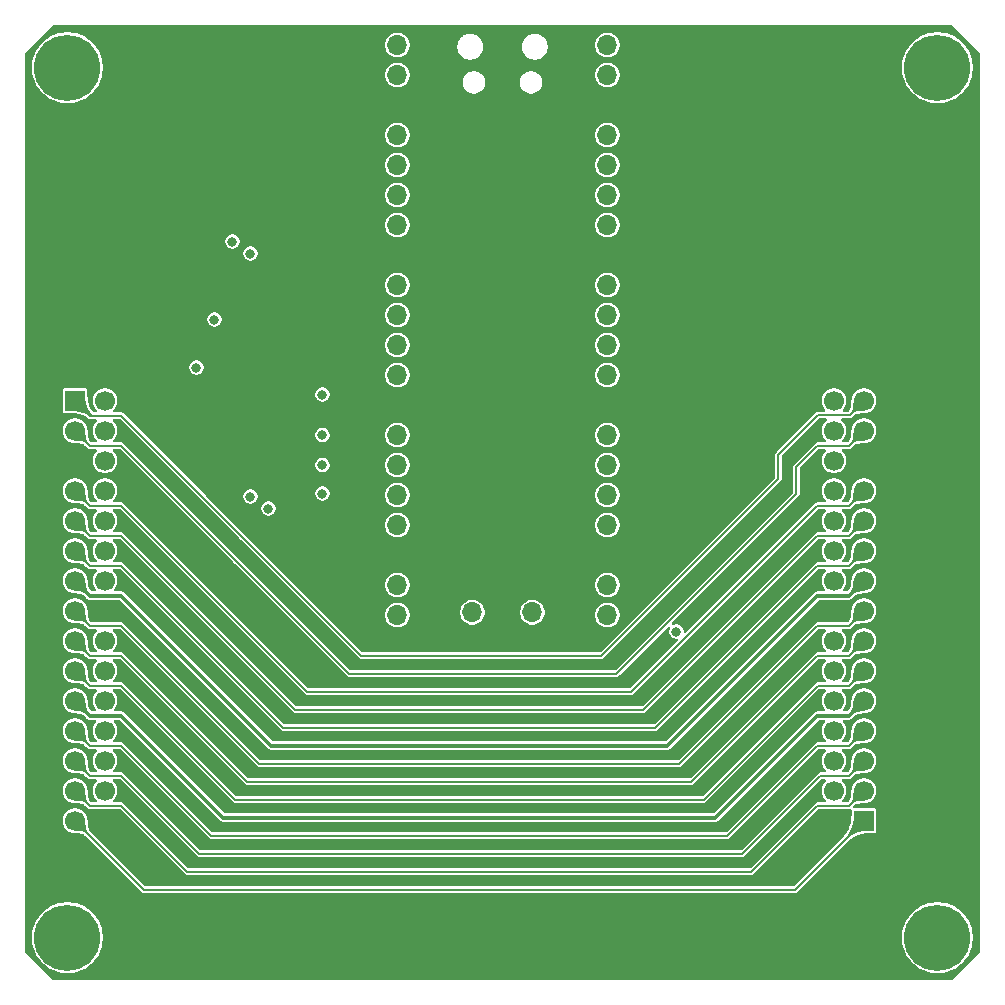
<source format=gbr>
%TF.GenerationSoftware,KiCad,Pcbnew,9.0.7*%
%TF.CreationDate,2026-02-11T09:08:59+09:00*%
%TF.ProjectId,pico-with-ken-interface,7069636f-2d77-4697-9468-2d6b656e2d69,rev?*%
%TF.SameCoordinates,Original*%
%TF.FileFunction,Copper,L2,Inr*%
%TF.FilePolarity,Positive*%
%FSLAX46Y46*%
G04 Gerber Fmt 4.6, Leading zero omitted, Abs format (unit mm)*
G04 Created by KiCad (PCBNEW 9.0.7) date 2026-02-11 09:08:59*
%MOMM*%
%LPD*%
G01*
G04 APERTURE LIST*
%TA.AperFunction,ComponentPad*%
%ADD10C,5.600000*%
%TD*%
%TA.AperFunction,ComponentPad*%
%ADD11O,1.700000X1.700000*%
%TD*%
%TA.AperFunction,ComponentPad*%
%ADD12R,1.700000X1.700000*%
%TD*%
%TA.AperFunction,ComponentPad*%
%ADD13C,1.700000*%
%TD*%
%TA.AperFunction,ViaPad*%
%ADD14C,0.800000*%
%TD*%
%TA.AperFunction,Conductor*%
%ADD15C,0.300000*%
%TD*%
%TA.AperFunction,Conductor*%
%ADD16C,0.150000*%
%TD*%
G04 APERTURE END LIST*
D10*
%TO.N,unconnected-(H1-Pad1)*%
%TO.C,H1*%
X135890000Y-116840000D03*
%TD*%
%TO.N,unconnected-(H2-Pad1)*%
%TO.C,H2*%
X62230000Y-116840000D03*
%TD*%
%TO.N,unconnected-(H4-Pad1)*%
%TO.C,H4*%
X135890000Y-43180000D03*
%TD*%
%TO.N,unconnected-(H3-Pad1)*%
%TO.C,H3*%
X62230000Y-43180000D03*
%TD*%
D11*
%TO.N,/GPIO0*%
%TO.C,U1*%
X90170000Y-41275000D03*
%TO.N,/GPIO1*%
X90170000Y-43815000D03*
D12*
%TO.N,GND*%
X90170000Y-46355000D03*
D11*
%TO.N,/GPIO2*%
X90170000Y-48895000D03*
%TO.N,/GPIO3*%
X90170000Y-51435000D03*
%TO.N,/GPIO4*%
X90170000Y-53975000D03*
%TO.N,/GPIO5*%
X90170000Y-56515000D03*
D12*
%TO.N,GND*%
X90170000Y-59055000D03*
D11*
%TO.N,/GPIO6*%
X90170000Y-61595000D03*
%TO.N,/GPIO7*%
X90170000Y-64135000D03*
%TO.N,/GPIO8*%
X90170000Y-66675000D03*
%TO.N,/GPIO9*%
X90170000Y-69215000D03*
D12*
%TO.N,GND*%
X90170000Y-71755000D03*
D11*
%TO.N,/GPIO10*%
X90170000Y-74295000D03*
%TO.N,/GPIO11*%
X90170000Y-76835000D03*
%TO.N,/GPIO12*%
X90170000Y-79375000D03*
%TO.N,/GPIO13*%
X90170000Y-81915000D03*
D12*
%TO.N,GND*%
X90170000Y-84455000D03*
D11*
%TO.N,/GPIO14*%
X90170000Y-86995000D03*
%TO.N,/GPIO15*%
X90170000Y-89535000D03*
%TO.N,/GPIO16*%
X107950000Y-89535000D03*
%TO.N,/GPIO17*%
X107950000Y-86995000D03*
D12*
%TO.N,GND*%
X107950000Y-84455000D03*
D11*
%TO.N,/GPIO18*%
X107950000Y-81915000D03*
%TO.N,/GPIO19*%
X107950000Y-79375000D03*
%TO.N,/GPIO20*%
X107950000Y-76835000D03*
%TO.N,/GPIO21*%
X107950000Y-74295000D03*
D12*
%TO.N,GND*%
X107950000Y-71755000D03*
D11*
%TO.N,/GPIO22*%
X107950000Y-69215000D03*
%TO.N,/RUN*%
X107950000Y-66675000D03*
%TO.N,/ADC_A*%
X107950000Y-64135000D03*
%TO.N,/ADC_B*%
X107950000Y-61595000D03*
D12*
%TO.N,GND*%
X107950000Y-59055000D03*
D11*
%TO.N,/GPIO28_ADC2*%
X107950000Y-56515000D03*
%TO.N,/ADC_VREF*%
X107950000Y-53975000D03*
%TO.N,+3V3*%
X107950000Y-51435000D03*
%TO.N,/3V3_EN*%
X107950000Y-48895000D03*
D12*
%TO.N,GND*%
X107950000Y-46355000D03*
D11*
%TO.N,/VSYS*%
X107950000Y-43815000D03*
%TO.N,+5V*%
X107950000Y-41275000D03*
%TO.N,unconnected-(U1-SWCLK-Pad41)*%
X96520000Y-89305000D03*
D12*
%TO.N,GND*%
X99060000Y-89305000D03*
D11*
%TO.N,unconnected-(U1-SWDIO-Pad43)*%
X101600000Y-89305000D03*
%TD*%
D12*
%TO.N,/ADC_A*%
%TO.C,U3*%
X62865000Y-71374000D03*
D13*
%TO.N,/GPIO0*%
X65405000Y-71374000D03*
%TO.N,/ADC_B*%
X62865000Y-73914000D03*
%TO.N,/GPIO1*%
X65405000Y-73914000D03*
%TO.N,GND*%
X62865000Y-76454000D03*
%TO.N,/GPIO20*%
X65405000Y-76454000D03*
%TO.N,/GPIO5*%
X62865000Y-78994000D03*
%TO.N,/GPIO21*%
X65405000Y-78994000D03*
%TO.N,/GPIO4*%
X62865000Y-81534000D03*
%TO.N,+3V3*%
X65405000Y-81534000D03*
%TO.N,/GPIO6*%
X62865000Y-84074000D03*
%TO.N,/GPIO2*%
X65405000Y-84074000D03*
%TO.N,+5V*%
X62865000Y-86614000D03*
%TO.N,/GPIO3*%
X65405000Y-86614000D03*
%TO.N,/GPIO9*%
X62865000Y-89154000D03*
%TO.N,GND*%
X65405000Y-89154000D03*
%TO.N,/GPIO7*%
X62865000Y-91694000D03*
%TO.N,/GPIO19*%
X65405000Y-91694000D03*
%TO.N,/GPIO8*%
X62865000Y-94234000D03*
%TO.N,/GPIO16*%
X65405000Y-94234000D03*
%TO.N,+3V3*%
X62865000Y-96774000D03*
%TO.N,/GPIO18*%
X65405000Y-96774000D03*
%TO.N,/GPIO14*%
X62865000Y-99314000D03*
%TO.N,/GPIO17*%
X65405000Y-99314000D03*
%TO.N,/GPIO15*%
X62865000Y-101854000D03*
%TO.N,/GPIO10*%
X65405000Y-101854000D03*
%TO.N,/GPIO12*%
X62865000Y-104394000D03*
%TO.N,/GPIO11*%
X65405000Y-104394000D03*
%TO.N,/GPIO13*%
X62865000Y-106934000D03*
%TO.N,GND*%
X65405000Y-106934000D03*
%TD*%
D12*
%TO.N,/GPIO13*%
%TO.C,U5*%
X129667000Y-106934000D03*
D13*
%TO.N,GND*%
X127127000Y-106934000D03*
%TO.N,/GPIO12*%
X129667000Y-104394000D03*
%TO.N,/GPIO11*%
X127127000Y-104394000D03*
%TO.N,/GPIO15*%
X129667000Y-101854000D03*
%TO.N,/GPIO10*%
X127127000Y-101854000D03*
%TO.N,/GPIO14*%
X129667000Y-99314000D03*
%TO.N,/GPIO17*%
X127127000Y-99314000D03*
%TO.N,+3V3*%
X129667000Y-96774000D03*
%TO.N,/GPIO18*%
X127127000Y-96774000D03*
%TO.N,/GPIO8*%
X129667000Y-94234000D03*
%TO.N,/GPIO16*%
X127127000Y-94234000D03*
%TO.N,/GPIO7*%
X129667000Y-91694000D03*
%TO.N,/GPIO19*%
X127127000Y-91694000D03*
%TO.N,/GPIO9*%
X129667000Y-89154000D03*
%TO.N,GND*%
X127127000Y-89154000D03*
%TO.N,+5V*%
X129667000Y-86614000D03*
%TO.N,/GPIO3*%
X127127000Y-86614000D03*
%TO.N,/GPIO6*%
X129667000Y-84074000D03*
%TO.N,/GPIO2*%
X127127000Y-84074000D03*
%TO.N,/GPIO4*%
X129667000Y-81534000D03*
%TO.N,+3V3*%
X127127000Y-81534000D03*
%TO.N,/GPIO5*%
X129667000Y-78994000D03*
%TO.N,/GPIO21*%
X127127000Y-78994000D03*
%TO.N,GND*%
X129667000Y-76454000D03*
%TO.N,/GPIO20*%
X127127000Y-76454000D03*
%TO.N,/ADC_B*%
X129667000Y-73914000D03*
%TO.N,/GPIO1*%
X127127000Y-73914000D03*
%TO.N,/ADC_A*%
X129667000Y-71374000D03*
%TO.N,/GPIO0*%
X127127000Y-71374000D03*
%TD*%
D14*
%TO.N,/GPIO10*%
X83820000Y-74295000D03*
%TO.N,/GPIO12*%
X83820000Y-79248000D03*
%TO.N,/GPIO2*%
X76200000Y-57912000D03*
%TO.N,/GPIO7*%
X77724000Y-79502000D03*
%TO.N,/GPIO9*%
X83820000Y-70866000D03*
%TO.N,/GPIO5*%
X73152000Y-68580000D03*
%TO.N,/GPIO4*%
X74676000Y-64516000D03*
%TO.N,/GPIO3*%
X77724000Y-58928000D03*
%TO.N,/GPIO11*%
X83820000Y-76835000D03*
%TO.N,/GPIO8*%
X79248000Y-80518000D03*
%TO.N,/GPIO16*%
X113792000Y-90932000D03*
%TD*%
D15*
%TO.N,+3V3*%
X66802000Y-98044000D02*
X75438000Y-106680000D01*
X64135000Y-98044000D02*
X66802000Y-98044000D01*
X117094000Y-106680000D02*
X125730000Y-98044000D01*
X125730000Y-98044000D02*
X128397000Y-98044000D01*
X128397000Y-98044000D02*
X129667000Y-96774000D01*
X62865000Y-96774000D02*
X64135000Y-98044000D01*
X75438000Y-106680000D02*
X117094000Y-106680000D01*
D16*
%TO.N,/ADC_A*%
X107442000Y-92964000D02*
X87122000Y-92964000D01*
X122428000Y-75946000D02*
X122428000Y-77978000D01*
X128460500Y-72580500D02*
X125793500Y-72580500D01*
X122428000Y-77978000D02*
X107442000Y-92964000D01*
X87122000Y-92964000D02*
X66802000Y-72644000D01*
X129667000Y-71374000D02*
X128460500Y-72580500D01*
X66802000Y-72644000D02*
X64135000Y-72644000D01*
X125793500Y-72580500D02*
X122428000Y-75946000D01*
X64135000Y-72644000D02*
X62865000Y-71374000D01*
%TO.N,/ADC_B*%
X66802000Y-75184000D02*
X86106000Y-94488000D01*
X86106000Y-94488000D02*
X108712000Y-94488000D01*
X128397000Y-75184000D02*
X129667000Y-73914000D01*
X62865000Y-73914000D02*
X64135000Y-75184000D01*
X123952000Y-79248000D02*
X123952000Y-76962000D01*
X64135000Y-75184000D02*
X66802000Y-75184000D01*
X123952000Y-76962000D02*
X125730000Y-75184000D01*
X108712000Y-94488000D02*
X123952000Y-79248000D01*
X125730000Y-75184000D02*
X128397000Y-75184000D01*
D15*
%TO.N,+5V*%
X128397000Y-87884000D02*
X129667000Y-86614000D01*
X66802000Y-87884000D02*
X79502000Y-100584000D01*
X64135000Y-87884000D02*
X66802000Y-87884000D01*
X79502000Y-100584000D02*
X113030000Y-100584000D01*
X125730000Y-87884000D02*
X128397000Y-87884000D01*
X62865000Y-86614000D02*
X64135000Y-87884000D01*
X113030000Y-100584000D02*
X125730000Y-87884000D01*
D16*
%TO.N,/GPIO12*%
X66802000Y-105664000D02*
X72390000Y-111252000D01*
X72390000Y-111252000D02*
X120142000Y-111252000D01*
X128397000Y-105664000D02*
X129667000Y-104394000D01*
X120142000Y-111252000D02*
X125730000Y-105664000D01*
X125730000Y-105664000D02*
X128397000Y-105664000D01*
X62865000Y-104394000D02*
X64135000Y-105664000D01*
X64135000Y-105664000D02*
X66802000Y-105664000D01*
%TO.N,/GPIO15*%
X119380000Y-109728000D02*
X73406000Y-109728000D01*
X128397000Y-103124000D02*
X125984000Y-103124000D01*
X129667000Y-101854000D02*
X128397000Y-103124000D01*
X73406000Y-109728000D02*
X66802000Y-103124000D01*
X64135000Y-103124000D02*
X62865000Y-101854000D01*
X125984000Y-103124000D02*
X119380000Y-109728000D01*
X66802000Y-103124000D02*
X64135000Y-103124000D01*
%TO.N,/GPIO7*%
X125730000Y-92964000D02*
X128397000Y-92964000D01*
X66802000Y-92964000D02*
X77470000Y-103632000D01*
X62865000Y-91694000D02*
X64135000Y-92964000D01*
X128397000Y-92964000D02*
X129667000Y-91694000D01*
X77470000Y-103632000D02*
X115062000Y-103632000D01*
X115062000Y-103632000D02*
X125730000Y-92964000D01*
X64135000Y-92964000D02*
X66802000Y-92964000D01*
%TO.N,/GPIO9*%
X66802000Y-90424000D02*
X78486000Y-102108000D01*
X62865000Y-89154000D02*
X64135000Y-90424000D01*
X64135000Y-90424000D02*
X66802000Y-90424000D01*
X128397000Y-90424000D02*
X129667000Y-89154000D01*
X125730000Y-90424000D02*
X128397000Y-90424000D01*
X114046000Y-102108000D02*
X125730000Y-90424000D01*
X78486000Y-102108000D02*
X114046000Y-102108000D01*
%TO.N,/GPIO5*%
X109982000Y-96012000D02*
X125730000Y-80264000D01*
X128397000Y-80264000D02*
X129667000Y-78994000D01*
X66802000Y-80264000D02*
X82550000Y-96012000D01*
X62865000Y-78994000D02*
X64135000Y-80264000D01*
X64135000Y-80264000D02*
X66802000Y-80264000D01*
X82550000Y-96012000D02*
X109982000Y-96012000D01*
X125730000Y-80264000D02*
X128397000Y-80264000D01*
%TO.N,/GPIO4*%
X64135000Y-82804000D02*
X62865000Y-81534000D01*
X66802000Y-82804000D02*
X64135000Y-82804000D01*
X81534000Y-97536000D02*
X66802000Y-82804000D01*
X129667000Y-81534000D02*
X128397000Y-82804000D01*
X128397000Y-82804000D02*
X125730000Y-82804000D01*
X110998000Y-97536000D02*
X81534000Y-97536000D01*
X125730000Y-82804000D02*
X110998000Y-97536000D01*
%TO.N,/GPIO14*%
X74422000Y-108204000D02*
X118110000Y-108204000D01*
X66802000Y-100584000D02*
X74422000Y-108204000D01*
X125730000Y-100584000D02*
X128397000Y-100584000D01*
X128397000Y-100584000D02*
X129667000Y-99314000D01*
X62865000Y-99314000D02*
X64135000Y-100584000D01*
X118110000Y-108204000D02*
X125730000Y-100584000D01*
X64135000Y-100584000D02*
X66802000Y-100584000D01*
%TO.N,/GPIO11*%
X65532000Y-104394000D02*
X65659000Y-104521000D01*
%TO.N,/GPIO8*%
X116086082Y-105156000D02*
X125738082Y-95504000D01*
X76454000Y-105156000D02*
X116086082Y-105156000D01*
X125738082Y-95504000D02*
X128397000Y-95504000D01*
X64135000Y-95504000D02*
X66802000Y-95504000D01*
X128397000Y-95504000D02*
X129667000Y-94234000D01*
X66802000Y-95504000D02*
X76454000Y-105156000D01*
X62865000Y-94234000D02*
X64135000Y-95504000D01*
%TO.N,/GPIO13*%
X62865000Y-106934000D02*
X68707000Y-112776000D01*
X123825000Y-112776000D02*
X129667000Y-106934000D01*
X68707000Y-112776000D02*
X123825000Y-112776000D01*
%TO.N,/GPIO6*%
X66802000Y-85344000D02*
X80518000Y-99060000D01*
X112014000Y-99060000D02*
X125730000Y-85344000D01*
X80518000Y-99060000D02*
X112014000Y-99060000D01*
X64135000Y-85344000D02*
X66802000Y-85344000D01*
X128397000Y-85344000D02*
X129667000Y-84074000D01*
X125730000Y-85344000D02*
X128397000Y-85344000D01*
X62865000Y-84074000D02*
X64135000Y-85344000D01*
%TD*%
%TA.AperFunction,Conductor*%
%TO.N,GND*%
G36*
X137092627Y-39590185D02*
G01*
X137113269Y-39606819D01*
X139463181Y-41956730D01*
X139496666Y-42018053D01*
X139499500Y-42044411D01*
X139499500Y-117975588D01*
X139479815Y-118042627D01*
X139463181Y-118063269D01*
X137113269Y-120413181D01*
X137051946Y-120446666D01*
X137025588Y-120449500D01*
X61094411Y-120449500D01*
X61027372Y-120429815D01*
X61006730Y-120413181D01*
X58656819Y-118063269D01*
X58623334Y-118001946D01*
X58620500Y-117975588D01*
X58620500Y-116671491D01*
X59229500Y-116671491D01*
X59229500Y-117008508D01*
X59267231Y-117343381D01*
X59267233Y-117343397D01*
X59342223Y-117671953D01*
X59342227Y-117671965D01*
X59453532Y-117990054D01*
X59599752Y-118293683D01*
X59599754Y-118293686D01*
X59779054Y-118579039D01*
X59989175Y-118842523D01*
X60227477Y-119080825D01*
X60490961Y-119290946D01*
X60776314Y-119470246D01*
X61079949Y-119616469D01*
X61318848Y-119700063D01*
X61398034Y-119727772D01*
X61398046Y-119727776D01*
X61726606Y-119802767D01*
X62061492Y-119840499D01*
X62061493Y-119840500D01*
X62061496Y-119840500D01*
X62398507Y-119840500D01*
X62398507Y-119840499D01*
X62733394Y-119802767D01*
X63061954Y-119727776D01*
X63380051Y-119616469D01*
X63683686Y-119470246D01*
X63969039Y-119290946D01*
X64232523Y-119080825D01*
X64470825Y-118842523D01*
X64680946Y-118579039D01*
X64860246Y-118293686D01*
X65006469Y-117990051D01*
X65117776Y-117671954D01*
X65192767Y-117343394D01*
X65230500Y-117008504D01*
X65230500Y-116671496D01*
X65230499Y-116671491D01*
X132889500Y-116671491D01*
X132889500Y-117008508D01*
X132927231Y-117343381D01*
X132927233Y-117343397D01*
X133002223Y-117671953D01*
X133002227Y-117671965D01*
X133113532Y-117990054D01*
X133259752Y-118293683D01*
X133259754Y-118293686D01*
X133439054Y-118579039D01*
X133649175Y-118842523D01*
X133887477Y-119080825D01*
X134150961Y-119290946D01*
X134436314Y-119470246D01*
X134739949Y-119616469D01*
X134978848Y-119700063D01*
X135058034Y-119727772D01*
X135058046Y-119727776D01*
X135386606Y-119802767D01*
X135721492Y-119840499D01*
X135721493Y-119840500D01*
X135721496Y-119840500D01*
X136058507Y-119840500D01*
X136058507Y-119840499D01*
X136393394Y-119802767D01*
X136721954Y-119727776D01*
X137040051Y-119616469D01*
X137343686Y-119470246D01*
X137629039Y-119290946D01*
X137892523Y-119080825D01*
X138130825Y-118842523D01*
X138340946Y-118579039D01*
X138520246Y-118293686D01*
X138666469Y-117990051D01*
X138777776Y-117671954D01*
X138852767Y-117343394D01*
X138890500Y-117008504D01*
X138890500Y-116671496D01*
X138852767Y-116336606D01*
X138777776Y-116008046D01*
X138666469Y-115689949D01*
X138520246Y-115386314D01*
X138340946Y-115100961D01*
X138130825Y-114837477D01*
X137892523Y-114599175D01*
X137629039Y-114389054D01*
X137343686Y-114209754D01*
X137343683Y-114209752D01*
X137040054Y-114063532D01*
X136721965Y-113952227D01*
X136721953Y-113952223D01*
X136393397Y-113877233D01*
X136393381Y-113877231D01*
X136058508Y-113839500D01*
X136058504Y-113839500D01*
X135721496Y-113839500D01*
X135721491Y-113839500D01*
X135386618Y-113877231D01*
X135386602Y-113877233D01*
X135058046Y-113952223D01*
X135058034Y-113952227D01*
X134739945Y-114063532D01*
X134436316Y-114209752D01*
X134150962Y-114389053D01*
X133887477Y-114599174D01*
X133649174Y-114837477D01*
X133439053Y-115100962D01*
X133259752Y-115386316D01*
X133113532Y-115689945D01*
X133002227Y-116008034D01*
X133002223Y-116008046D01*
X132927233Y-116336602D01*
X132927231Y-116336618D01*
X132889500Y-116671491D01*
X65230499Y-116671491D01*
X65192767Y-116336606D01*
X65117776Y-116008046D01*
X65006469Y-115689949D01*
X64860246Y-115386314D01*
X64680946Y-115100961D01*
X64470825Y-114837477D01*
X64232523Y-114599175D01*
X63969039Y-114389054D01*
X63683686Y-114209754D01*
X63683683Y-114209752D01*
X63380054Y-114063532D01*
X63061965Y-113952227D01*
X63061953Y-113952223D01*
X62733397Y-113877233D01*
X62733381Y-113877231D01*
X62398508Y-113839500D01*
X62398504Y-113839500D01*
X62061496Y-113839500D01*
X62061491Y-113839500D01*
X61726618Y-113877231D01*
X61726602Y-113877233D01*
X61398046Y-113952223D01*
X61398034Y-113952227D01*
X61079945Y-114063532D01*
X60776316Y-114209752D01*
X60490962Y-114389053D01*
X60227477Y-114599174D01*
X59989174Y-114837477D01*
X59779053Y-115100962D01*
X59599752Y-115386316D01*
X59453532Y-115689945D01*
X59342227Y-116008034D01*
X59342223Y-116008046D01*
X59267233Y-116336602D01*
X59267231Y-116336618D01*
X59229500Y-116671491D01*
X58620500Y-116671491D01*
X58620500Y-89050530D01*
X61814500Y-89050530D01*
X61814500Y-89257469D01*
X61854868Y-89460412D01*
X61854870Y-89460420D01*
X61928619Y-89638466D01*
X61934059Y-89651598D01*
X61970009Y-89705401D01*
X62049024Y-89823657D01*
X62195342Y-89969975D01*
X62195345Y-89969977D01*
X62367402Y-90084941D01*
X62558580Y-90164130D01*
X62655121Y-90183333D01*
X62681884Y-90192809D01*
X62758837Y-90203963D01*
X62761535Y-90204500D01*
X62761543Y-90204500D01*
X62761826Y-90204528D01*
X62767462Y-90205214D01*
X62965140Y-90233867D01*
X62969445Y-90234491D01*
X62975455Y-90235241D01*
X62977394Y-90235484D01*
X62977399Y-90235484D01*
X62977435Y-90235489D01*
X62978348Y-90235585D01*
X62986409Y-90236273D01*
X63193104Y-90249808D01*
X63194204Y-90249884D01*
X63376600Y-90263465D01*
X63388926Y-90265009D01*
X63445454Y-90274989D01*
X63459524Y-90278330D01*
X63510268Y-90293556D01*
X63525887Y-90299414D01*
X63578428Y-90323268D01*
X63592625Y-90330864D01*
X63656320Y-90370465D01*
X63667471Y-90378278D01*
X63747638Y-90441293D01*
X63755655Y-90448168D01*
X63759200Y-90451480D01*
X63853937Y-90539998D01*
X63862499Y-90545409D01*
X63883927Y-90562543D01*
X63978941Y-90657557D01*
X64008595Y-90669839D01*
X64008597Y-90669841D01*
X64008598Y-90669841D01*
X64029570Y-90678527D01*
X64080200Y-90699500D01*
X64614505Y-90699500D01*
X64681544Y-90719185D01*
X64727299Y-90771989D01*
X64737243Y-90841147D01*
X64708218Y-90904703D01*
X64702186Y-90911181D01*
X64589025Y-91024341D01*
X64589024Y-91024342D01*
X64474058Y-91196403D01*
X64394870Y-91387579D01*
X64394868Y-91387587D01*
X64354500Y-91590530D01*
X64354500Y-91797469D01*
X64358069Y-91815410D01*
X64394870Y-92000420D01*
X64474059Y-92191598D01*
X64510009Y-92245401D01*
X64589024Y-92363657D01*
X64702186Y-92476819D01*
X64735671Y-92538142D01*
X64730687Y-92607834D01*
X64688815Y-92663767D01*
X64623351Y-92688184D01*
X64614505Y-92688500D01*
X64309908Y-92688500D01*
X64278628Y-92679315D01*
X64247004Y-92671360D01*
X64244376Y-92669257D01*
X64242869Y-92668815D01*
X64219452Y-92649315D01*
X64162825Y-92588914D01*
X64156351Y-92581427D01*
X64093898Y-92503066D01*
X64086863Y-92493300D01*
X64050474Y-92437228D01*
X64043770Y-92425552D01*
X64024034Y-92386398D01*
X64016164Y-92366781D01*
X63986061Y-92268135D01*
X63981396Y-92245414D01*
X63964769Y-92093126D01*
X63964212Y-92086207D01*
X63961076Y-92026479D01*
X63961069Y-92026353D01*
X63960952Y-92024312D01*
X63960941Y-92024136D01*
X63960873Y-92023088D01*
X63960870Y-92023046D01*
X63960859Y-92022873D01*
X63952041Y-91892515D01*
X63945673Y-91798354D01*
X63944966Y-91790281D01*
X63944867Y-91789359D01*
X63943830Y-91781232D01*
X63903751Y-91510255D01*
X63902937Y-91505188D01*
X63902840Y-91504629D01*
X63898247Y-91493127D01*
X63891791Y-91471348D01*
X63875130Y-91387580D01*
X63795941Y-91196402D01*
X63680977Y-91024345D01*
X63680975Y-91024342D01*
X63534657Y-90878024D01*
X63448626Y-90820541D01*
X63362598Y-90763059D01*
X63268864Y-90724233D01*
X63171420Y-90683870D01*
X63171412Y-90683868D01*
X62968469Y-90643500D01*
X62968465Y-90643500D01*
X62761535Y-90643500D01*
X62761530Y-90643500D01*
X62558587Y-90683868D01*
X62558579Y-90683870D01*
X62367403Y-90763058D01*
X62195342Y-90878024D01*
X62049024Y-91024342D01*
X61934058Y-91196403D01*
X61854870Y-91387579D01*
X61854868Y-91387587D01*
X61814500Y-91590530D01*
X61814500Y-91797469D01*
X61818069Y-91815410D01*
X61854870Y-92000420D01*
X61934059Y-92191598D01*
X61970009Y-92245401D01*
X62049024Y-92363657D01*
X62195342Y-92509975D01*
X62195345Y-92509977D01*
X62367402Y-92624941D01*
X62558580Y-92704130D01*
X62655121Y-92723333D01*
X62681884Y-92732809D01*
X62758837Y-92743963D01*
X62761535Y-92744500D01*
X62761543Y-92744500D01*
X62761826Y-92744528D01*
X62767462Y-92745214D01*
X62965140Y-92773867D01*
X62969445Y-92774491D01*
X62975455Y-92775241D01*
X62977394Y-92775484D01*
X62977399Y-92775484D01*
X62977435Y-92775489D01*
X62978348Y-92775585D01*
X62986409Y-92776273D01*
X63193104Y-92789808D01*
X63194204Y-92789884D01*
X63376600Y-92803465D01*
X63388926Y-92805009D01*
X63445454Y-92814989D01*
X63459524Y-92818330D01*
X63510268Y-92833556D01*
X63525887Y-92839414D01*
X63578428Y-92863268D01*
X63592625Y-92870864D01*
X63656320Y-92910465D01*
X63667471Y-92918278D01*
X63747638Y-92981293D01*
X63755655Y-92988168D01*
X63825489Y-93053417D01*
X63853937Y-93079998D01*
X63862499Y-93085409D01*
X63883927Y-93102543D01*
X63978941Y-93197557D01*
X64008595Y-93209839D01*
X64008597Y-93209841D01*
X64008598Y-93209841D01*
X64029570Y-93218527D01*
X64080200Y-93239500D01*
X64614505Y-93239500D01*
X64681544Y-93259185D01*
X64727299Y-93311989D01*
X64737243Y-93381147D01*
X64708218Y-93444703D01*
X64702186Y-93451181D01*
X64589025Y-93564341D01*
X64589024Y-93564342D01*
X64474058Y-93736403D01*
X64394870Y-93927579D01*
X64394868Y-93927587D01*
X64354500Y-94130530D01*
X64354500Y-94337469D01*
X64394868Y-94540412D01*
X64394870Y-94540420D01*
X64437798Y-94644058D01*
X64474059Y-94731598D01*
X64495375Y-94763500D01*
X64589024Y-94903657D01*
X64702186Y-95016819D01*
X64735671Y-95078142D01*
X64730687Y-95147834D01*
X64688815Y-95203767D01*
X64623351Y-95228184D01*
X64614505Y-95228500D01*
X64309908Y-95228500D01*
X64278628Y-95219315D01*
X64247004Y-95211360D01*
X64244376Y-95209257D01*
X64242869Y-95208815D01*
X64219452Y-95189315D01*
X64162825Y-95128914D01*
X64156351Y-95121427D01*
X64093898Y-95043066D01*
X64086863Y-95033300D01*
X64050474Y-94977228D01*
X64043770Y-94965552D01*
X64024034Y-94926398D01*
X64016164Y-94906781D01*
X63986061Y-94808135D01*
X63981396Y-94785414D01*
X63964769Y-94633126D01*
X63964212Y-94626207D01*
X63961076Y-94566479D01*
X63961069Y-94566353D01*
X63960952Y-94564312D01*
X63960941Y-94564136D01*
X63960873Y-94563088D01*
X63960870Y-94563046D01*
X63960859Y-94562873D01*
X63952041Y-94432515D01*
X63945673Y-94338354D01*
X63944966Y-94330281D01*
X63944867Y-94329359D01*
X63943830Y-94321232D01*
X63903751Y-94050255D01*
X63902937Y-94045188D01*
X63902840Y-94044629D01*
X63898247Y-94033127D01*
X63891791Y-94011348D01*
X63875130Y-93927580D01*
X63795941Y-93736402D01*
X63680977Y-93564345D01*
X63680975Y-93564342D01*
X63534657Y-93418024D01*
X63448626Y-93360541D01*
X63362598Y-93303059D01*
X63268864Y-93264233D01*
X63171420Y-93223870D01*
X63171412Y-93223868D01*
X62968469Y-93183500D01*
X62968465Y-93183500D01*
X62761535Y-93183500D01*
X62761530Y-93183500D01*
X62558587Y-93223868D01*
X62558579Y-93223870D01*
X62367403Y-93303058D01*
X62195342Y-93418024D01*
X62049024Y-93564342D01*
X61934058Y-93736403D01*
X61854870Y-93927579D01*
X61854868Y-93927587D01*
X61814500Y-94130530D01*
X61814500Y-94337469D01*
X61854868Y-94540412D01*
X61854870Y-94540420D01*
X61897798Y-94644058D01*
X61934059Y-94731598D01*
X61955375Y-94763500D01*
X62049024Y-94903657D01*
X62195342Y-95049975D01*
X62195345Y-95049977D01*
X62367402Y-95164941D01*
X62558580Y-95244130D01*
X62655121Y-95263333D01*
X62681884Y-95272809D01*
X62758837Y-95283963D01*
X62761535Y-95284500D01*
X62761543Y-95284500D01*
X62761826Y-95284528D01*
X62767462Y-95285214D01*
X62965140Y-95313867D01*
X62969445Y-95314491D01*
X62975455Y-95315241D01*
X62977394Y-95315484D01*
X62977399Y-95315484D01*
X62977435Y-95315489D01*
X62978348Y-95315585D01*
X62986409Y-95316273D01*
X63193104Y-95329808D01*
X63194204Y-95329884D01*
X63376600Y-95343465D01*
X63388926Y-95345009D01*
X63445454Y-95354989D01*
X63459524Y-95358330D01*
X63510268Y-95373556D01*
X63525887Y-95379414D01*
X63578428Y-95403268D01*
X63592625Y-95410864D01*
X63656320Y-95450465D01*
X63667471Y-95458278D01*
X63747638Y-95521293D01*
X63755655Y-95528168D01*
X63825489Y-95593417D01*
X63853937Y-95619998D01*
X63862499Y-95625409D01*
X63883927Y-95642543D01*
X63978941Y-95737557D01*
X64008595Y-95749839D01*
X64008597Y-95749841D01*
X64008598Y-95749841D01*
X64029570Y-95758527D01*
X64080200Y-95779500D01*
X64614505Y-95779500D01*
X64681544Y-95799185D01*
X64727299Y-95851989D01*
X64737243Y-95921147D01*
X64708218Y-95984703D01*
X64702186Y-95991181D01*
X64589025Y-96104341D01*
X64589024Y-96104342D01*
X64474058Y-96276403D01*
X64394870Y-96467579D01*
X64394868Y-96467587D01*
X64354500Y-96670530D01*
X64354500Y-96877469D01*
X64394868Y-97080412D01*
X64394870Y-97080420D01*
X64474058Y-97271596D01*
X64589024Y-97443657D01*
X64627186Y-97481819D01*
X64637798Y-97501255D01*
X64652299Y-97517989D01*
X64654215Y-97531320D01*
X64660671Y-97543142D01*
X64659091Y-97565228D01*
X64662243Y-97587147D01*
X64656647Y-97599398D01*
X64655687Y-97612834D01*
X64642416Y-97630560D01*
X64633218Y-97650703D01*
X64621886Y-97657985D01*
X64613815Y-97668767D01*
X64593069Y-97676504D01*
X64574440Y-97688477D01*
X64552521Y-97691628D01*
X64548351Y-97693184D01*
X64539505Y-97693500D01*
X64341967Y-97693500D01*
X64274928Y-97673815D01*
X64251777Y-97654598D01*
X64201578Y-97601395D01*
X64195372Y-97594295D01*
X64123251Y-97505162D01*
X64116298Y-97495684D01*
X64076459Y-97435585D01*
X64069805Y-97424290D01*
X64047011Y-97380441D01*
X64039163Y-97361743D01*
X64003234Y-97251673D01*
X63998421Y-97231151D01*
X63994898Y-97207076D01*
X63966079Y-97010126D01*
X63965724Y-97007496D01*
X63942543Y-96819466D01*
X63941950Y-96815052D01*
X63941875Y-96814536D01*
X63941142Y-96809872D01*
X63917608Y-96670530D01*
X63903310Y-96585870D01*
X63902711Y-96582488D01*
X63902654Y-96582185D01*
X63902654Y-96582183D01*
X63897819Y-96570280D01*
X63891090Y-96547818D01*
X63875130Y-96467580D01*
X63795941Y-96276402D01*
X63680977Y-96104345D01*
X63680975Y-96104342D01*
X63534657Y-95958024D01*
X63448626Y-95900541D01*
X63362598Y-95843059D01*
X63268864Y-95804233D01*
X63171420Y-95763870D01*
X63171412Y-95763868D01*
X62968469Y-95723500D01*
X62968465Y-95723500D01*
X62761535Y-95723500D01*
X62761530Y-95723500D01*
X62558587Y-95763868D01*
X62558579Y-95763870D01*
X62367403Y-95843058D01*
X62195342Y-95958024D01*
X62049024Y-96104342D01*
X61934058Y-96276403D01*
X61854870Y-96467579D01*
X61854868Y-96467587D01*
X61814500Y-96670530D01*
X61814500Y-96877469D01*
X61854868Y-97080412D01*
X61854870Y-97080420D01*
X61934058Y-97271596D01*
X62049024Y-97443657D01*
X62195342Y-97589975D01*
X62195345Y-97589977D01*
X62367402Y-97704941D01*
X62558580Y-97784130D01*
X62598454Y-97792061D01*
X62643663Y-97801054D01*
X62662194Y-97806263D01*
X62679388Y-97812574D01*
X63008645Y-97864170D01*
X63012811Y-97864780D01*
X63012826Y-97864782D01*
X63013262Y-97864842D01*
X63016687Y-97865271D01*
X63017271Y-97865345D01*
X63100478Y-97874985D01*
X63102770Y-97875273D01*
X63298081Y-97901822D01*
X63309546Y-97903934D01*
X63371426Y-97918375D01*
X63384599Y-97922230D01*
X63413888Y-97932591D01*
X63439699Y-97941723D01*
X63454140Y-97947887D01*
X63511205Y-97976653D01*
X63524001Y-97984096D01*
X63585974Y-98025291D01*
X63592810Y-98029835D01*
X63602570Y-98037035D01*
X63688810Y-98107419D01*
X63695587Y-98113374D01*
X63800019Y-98212109D01*
X63800024Y-98212112D01*
X63809084Y-98217894D01*
X63830061Y-98234743D01*
X63919788Y-98324470D01*
X63999712Y-98370614D01*
X64088856Y-98394500D01*
X64539505Y-98394500D01*
X64606544Y-98414185D01*
X64652299Y-98466989D01*
X64662243Y-98536147D01*
X64633218Y-98599703D01*
X64627186Y-98606181D01*
X64589025Y-98644341D01*
X64589024Y-98644342D01*
X64474058Y-98816403D01*
X64394870Y-99007579D01*
X64394868Y-99007587D01*
X64354500Y-99210530D01*
X64354500Y-99417469D01*
X64358069Y-99435410D01*
X64394870Y-99620420D01*
X64474059Y-99811598D01*
X64510009Y-99865401D01*
X64589024Y-99983657D01*
X64702186Y-100096819D01*
X64735671Y-100158142D01*
X64730687Y-100227834D01*
X64688815Y-100283767D01*
X64623351Y-100308184D01*
X64614505Y-100308500D01*
X64309908Y-100308500D01*
X64278628Y-100299315D01*
X64247004Y-100291360D01*
X64244376Y-100289257D01*
X64242869Y-100288815D01*
X64219452Y-100269315D01*
X64162825Y-100208914D01*
X64156351Y-100201427D01*
X64093898Y-100123066D01*
X64086863Y-100113300D01*
X64050474Y-100057228D01*
X64043770Y-100045552D01*
X64024034Y-100006398D01*
X64016164Y-99986781D01*
X63986061Y-99888135D01*
X63981396Y-99865414D01*
X63964769Y-99713126D01*
X63964212Y-99706207D01*
X63961076Y-99646479D01*
X63961069Y-99646353D01*
X63960952Y-99644312D01*
X63960941Y-99644136D01*
X63960873Y-99643088D01*
X63960870Y-99643046D01*
X63960859Y-99642873D01*
X63952041Y-99512515D01*
X63945673Y-99418354D01*
X63944966Y-99410281D01*
X63944867Y-99409359D01*
X63943830Y-99401232D01*
X63903751Y-99130255D01*
X63902937Y-99125188D01*
X63902840Y-99124629D01*
X63898247Y-99113127D01*
X63891791Y-99091348D01*
X63875130Y-99007580D01*
X63795941Y-98816402D01*
X63680977Y-98644345D01*
X63680975Y-98644342D01*
X63534657Y-98498024D01*
X63434076Y-98430819D01*
X63362598Y-98383059D01*
X63332553Y-98370614D01*
X63171420Y-98303870D01*
X63171412Y-98303868D01*
X62968469Y-98263500D01*
X62968465Y-98263500D01*
X62761535Y-98263500D01*
X62761530Y-98263500D01*
X62558587Y-98303868D01*
X62558579Y-98303870D01*
X62367403Y-98383058D01*
X62195342Y-98498024D01*
X62049024Y-98644342D01*
X61934058Y-98816403D01*
X61854870Y-99007579D01*
X61854868Y-99007587D01*
X61814500Y-99210530D01*
X61814500Y-99417469D01*
X61818069Y-99435410D01*
X61854870Y-99620420D01*
X61934059Y-99811598D01*
X61970009Y-99865401D01*
X62049024Y-99983657D01*
X62195342Y-100129975D01*
X62195345Y-100129977D01*
X62367402Y-100244941D01*
X62558580Y-100324130D01*
X62655121Y-100343333D01*
X62681884Y-100352809D01*
X62758837Y-100363963D01*
X62761535Y-100364500D01*
X62761543Y-100364500D01*
X62761826Y-100364528D01*
X62767462Y-100365214D01*
X62965140Y-100393867D01*
X62969445Y-100394491D01*
X62975455Y-100395241D01*
X62977394Y-100395484D01*
X62977399Y-100395484D01*
X62977435Y-100395489D01*
X62978348Y-100395585D01*
X62986409Y-100396273D01*
X63193104Y-100409808D01*
X63194204Y-100409884D01*
X63376600Y-100423465D01*
X63388926Y-100425009D01*
X63445454Y-100434989D01*
X63459524Y-100438330D01*
X63510268Y-100453556D01*
X63525887Y-100459414D01*
X63578428Y-100483268D01*
X63592625Y-100490864D01*
X63656320Y-100530465D01*
X63667471Y-100538278D01*
X63747638Y-100601293D01*
X63755655Y-100608168D01*
X63825489Y-100673417D01*
X63853937Y-100699998D01*
X63862499Y-100705409D01*
X63883927Y-100722543D01*
X63978941Y-100817557D01*
X64008595Y-100829839D01*
X64008597Y-100829841D01*
X64008598Y-100829841D01*
X64029570Y-100838527D01*
X64080200Y-100859500D01*
X64614505Y-100859500D01*
X64681544Y-100879185D01*
X64727299Y-100931989D01*
X64737243Y-101001147D01*
X64708218Y-101064703D01*
X64702186Y-101071181D01*
X64589025Y-101184341D01*
X64589024Y-101184342D01*
X64474058Y-101356403D01*
X64394870Y-101547579D01*
X64394868Y-101547587D01*
X64354500Y-101750530D01*
X64354500Y-101957469D01*
X64394868Y-102160412D01*
X64394870Y-102160420D01*
X64469898Y-102341554D01*
X64474059Y-102351598D01*
X64495375Y-102383500D01*
X64589024Y-102523657D01*
X64702186Y-102636819D01*
X64735671Y-102698142D01*
X64730687Y-102767834D01*
X64688815Y-102823767D01*
X64623351Y-102848184D01*
X64614505Y-102848500D01*
X64309908Y-102848500D01*
X64278628Y-102839315D01*
X64247004Y-102831360D01*
X64244376Y-102829257D01*
X64242869Y-102828815D01*
X64219452Y-102809315D01*
X64162825Y-102748914D01*
X64156351Y-102741427D01*
X64093898Y-102663066D01*
X64086863Y-102653300D01*
X64050474Y-102597228D01*
X64043770Y-102585552D01*
X64024034Y-102546398D01*
X64016164Y-102526781D01*
X63986061Y-102428135D01*
X63981396Y-102405414D01*
X63964769Y-102253126D01*
X63964212Y-102246207D01*
X63961076Y-102186479D01*
X63961069Y-102186353D01*
X63960952Y-102184312D01*
X63960941Y-102184136D01*
X63960873Y-102183088D01*
X63960870Y-102183046D01*
X63960859Y-102182873D01*
X63952041Y-102052515D01*
X63945673Y-101958354D01*
X63944966Y-101950281D01*
X63944867Y-101949359D01*
X63943830Y-101941232D01*
X63903751Y-101670255D01*
X63902937Y-101665188D01*
X63902840Y-101664629D01*
X63898247Y-101653127D01*
X63891791Y-101631348D01*
X63875130Y-101547580D01*
X63795941Y-101356402D01*
X63680977Y-101184345D01*
X63680975Y-101184342D01*
X63534657Y-101038024D01*
X63448626Y-100980541D01*
X63362598Y-100923059D01*
X63332553Y-100910614D01*
X63171420Y-100843870D01*
X63171412Y-100843868D01*
X62968469Y-100803500D01*
X62968465Y-100803500D01*
X62761535Y-100803500D01*
X62761530Y-100803500D01*
X62558587Y-100843868D01*
X62558579Y-100843870D01*
X62367403Y-100923058D01*
X62195342Y-101038024D01*
X62049024Y-101184342D01*
X61934058Y-101356403D01*
X61854870Y-101547579D01*
X61854868Y-101547587D01*
X61814500Y-101750530D01*
X61814500Y-101957469D01*
X61854868Y-102160412D01*
X61854870Y-102160420D01*
X61929898Y-102341554D01*
X61934059Y-102351598D01*
X61955375Y-102383500D01*
X62049024Y-102523657D01*
X62195342Y-102669975D01*
X62195345Y-102669977D01*
X62367402Y-102784941D01*
X62558580Y-102864130D01*
X62655121Y-102883333D01*
X62681884Y-102892809D01*
X62758837Y-102903963D01*
X62761535Y-102904500D01*
X62761543Y-102904500D01*
X62761826Y-102904528D01*
X62767462Y-102905214D01*
X62965140Y-102933867D01*
X62969445Y-102934491D01*
X62975455Y-102935241D01*
X62977394Y-102935484D01*
X62977399Y-102935484D01*
X62977435Y-102935489D01*
X62978348Y-102935585D01*
X62986409Y-102936273D01*
X63193104Y-102949808D01*
X63194204Y-102949884D01*
X63376600Y-102963465D01*
X63388926Y-102965009D01*
X63445454Y-102974989D01*
X63459524Y-102978330D01*
X63510268Y-102993556D01*
X63525887Y-102999414D01*
X63578428Y-103023268D01*
X63592625Y-103030864D01*
X63656320Y-103070465D01*
X63667471Y-103078278D01*
X63747638Y-103141293D01*
X63755655Y-103148168D01*
X63825489Y-103213417D01*
X63853937Y-103239998D01*
X63862499Y-103245409D01*
X63883927Y-103262543D01*
X63978941Y-103357557D01*
X64008595Y-103369839D01*
X64008597Y-103369841D01*
X64008598Y-103369841D01*
X64029570Y-103378527D01*
X64080200Y-103399500D01*
X64614505Y-103399500D01*
X64681544Y-103419185D01*
X64727299Y-103471989D01*
X64737243Y-103541147D01*
X64708218Y-103604703D01*
X64702186Y-103611181D01*
X64589025Y-103724341D01*
X64589024Y-103724342D01*
X64474058Y-103896403D01*
X64394870Y-104087579D01*
X64394868Y-104087587D01*
X64354500Y-104290530D01*
X64354500Y-104497469D01*
X64358069Y-104515410D01*
X64394870Y-104700420D01*
X64474059Y-104891598D01*
X64510009Y-104945401D01*
X64589024Y-105063657D01*
X64702186Y-105176819D01*
X64735671Y-105238142D01*
X64730687Y-105307834D01*
X64688815Y-105363767D01*
X64623351Y-105388184D01*
X64614505Y-105388500D01*
X64309908Y-105388500D01*
X64278628Y-105379315D01*
X64247004Y-105371360D01*
X64244376Y-105369257D01*
X64242869Y-105368815D01*
X64219452Y-105349315D01*
X64162825Y-105288914D01*
X64156351Y-105281427D01*
X64093898Y-105203066D01*
X64086863Y-105193300D01*
X64050474Y-105137228D01*
X64043770Y-105125552D01*
X64024034Y-105086398D01*
X64016164Y-105066781D01*
X63986061Y-104968135D01*
X63981396Y-104945414D01*
X63964769Y-104793126D01*
X63964212Y-104786207D01*
X63961076Y-104726479D01*
X63961069Y-104726353D01*
X63960952Y-104724312D01*
X63960941Y-104724136D01*
X63960873Y-104723088D01*
X63960870Y-104723046D01*
X63960859Y-104722873D01*
X63952041Y-104592515D01*
X63945673Y-104498354D01*
X63944966Y-104490281D01*
X63944867Y-104489359D01*
X63943830Y-104481232D01*
X63903751Y-104210255D01*
X63902937Y-104205188D01*
X63902840Y-104204629D01*
X63898247Y-104193127D01*
X63891791Y-104171348D01*
X63875130Y-104087580D01*
X63795941Y-103896402D01*
X63680977Y-103724345D01*
X63680975Y-103724342D01*
X63534657Y-103578024D01*
X63448626Y-103520541D01*
X63362598Y-103463059D01*
X63268864Y-103424233D01*
X63171420Y-103383870D01*
X63171412Y-103383868D01*
X62968469Y-103343500D01*
X62968465Y-103343500D01*
X62761535Y-103343500D01*
X62761530Y-103343500D01*
X62558587Y-103383868D01*
X62558579Y-103383870D01*
X62367403Y-103463058D01*
X62195342Y-103578024D01*
X62049024Y-103724342D01*
X61934058Y-103896403D01*
X61854870Y-104087579D01*
X61854868Y-104087587D01*
X61814500Y-104290530D01*
X61814500Y-104497469D01*
X61818069Y-104515410D01*
X61854870Y-104700420D01*
X61934059Y-104891598D01*
X61970009Y-104945401D01*
X62049024Y-105063657D01*
X62195342Y-105209975D01*
X62195345Y-105209977D01*
X62367402Y-105324941D01*
X62558580Y-105404130D01*
X62655121Y-105423333D01*
X62681884Y-105432809D01*
X62758837Y-105443963D01*
X62761535Y-105444500D01*
X62761543Y-105444500D01*
X62761826Y-105444528D01*
X62767462Y-105445214D01*
X62965140Y-105473867D01*
X62969445Y-105474491D01*
X62975455Y-105475241D01*
X62977394Y-105475484D01*
X62977399Y-105475484D01*
X62977435Y-105475489D01*
X62978348Y-105475585D01*
X62986409Y-105476273D01*
X63193104Y-105489808D01*
X63194204Y-105489884D01*
X63376600Y-105503465D01*
X63388926Y-105505009D01*
X63445454Y-105514989D01*
X63459524Y-105518330D01*
X63510268Y-105533556D01*
X63525887Y-105539414D01*
X63578428Y-105563268D01*
X63592625Y-105570864D01*
X63656320Y-105610465D01*
X63667471Y-105618278D01*
X63747638Y-105681293D01*
X63755655Y-105688168D01*
X63784991Y-105715578D01*
X63853937Y-105779998D01*
X63862499Y-105785409D01*
X63883927Y-105802543D01*
X63978941Y-105897557D01*
X64008595Y-105909839D01*
X64008597Y-105909841D01*
X64008598Y-105909841D01*
X64029570Y-105918527D01*
X64080200Y-105939500D01*
X66636523Y-105939500D01*
X66703562Y-105959185D01*
X66724204Y-105975819D01*
X72233938Y-111485555D01*
X72233939Y-111485555D01*
X72233941Y-111485557D01*
X72263595Y-111497839D01*
X72263597Y-111497841D01*
X72263598Y-111497841D01*
X72284570Y-111506527D01*
X72335200Y-111527500D01*
X72335203Y-111527500D01*
X120196799Y-111527500D01*
X120196800Y-111527500D01*
X120298058Y-111485557D01*
X120375557Y-111408058D01*
X120375556Y-111408058D01*
X120434125Y-111349489D01*
X120434124Y-111349489D01*
X125807797Y-105975819D01*
X125869120Y-105942334D01*
X125895478Y-105939500D01*
X128451799Y-105939500D01*
X128451800Y-105939500D01*
X128451800Y-105939499D01*
X128463780Y-105937117D01*
X128464388Y-105940177D01*
X128514638Y-105934771D01*
X128577120Y-105966040D01*
X128612778Y-106026126D01*
X128615223Y-106058160D01*
X128616500Y-106058160D01*
X128616500Y-106546384D01*
X128612111Y-106579083D01*
X128610867Y-106583632D01*
X128610866Y-106583635D01*
X128594350Y-106817635D01*
X128592394Y-106832493D01*
X128538026Y-107113066D01*
X128534800Y-107125966D01*
X128437396Y-107442313D01*
X128434167Y-107451499D01*
X128373843Y-107603753D01*
X128371157Y-107610023D01*
X128303512Y-107756649D01*
X128300258Y-107763189D01*
X128230839Y-107892971D01*
X128226708Y-107900112D01*
X128155948Y-108013552D01*
X128150639Y-108021382D01*
X128088897Y-108105351D01*
X128081783Y-108114154D01*
X128016650Y-108187621D01*
X128013548Y-108192751D01*
X127995129Y-108216253D01*
X123747204Y-112464181D01*
X123685881Y-112497666D01*
X123659523Y-112500500D01*
X68872478Y-112500500D01*
X68805439Y-112480815D01*
X68784797Y-112464181D01*
X64273067Y-107952452D01*
X64268146Y-107947238D01*
X64261086Y-107939310D01*
X64250736Y-107922684D01*
X64161763Y-107827781D01*
X64160708Y-107826596D01*
X64160570Y-107826305D01*
X64156351Y-107821427D01*
X64093890Y-107743056D01*
X64086863Y-107733300D01*
X64050474Y-107677228D01*
X64043770Y-107665552D01*
X64024034Y-107626398D01*
X64016164Y-107606781D01*
X63986061Y-107508135D01*
X63981396Y-107485414D01*
X63964769Y-107333126D01*
X63964212Y-107326207D01*
X63961076Y-107266479D01*
X63961069Y-107266353D01*
X63960952Y-107264312D01*
X63960941Y-107264136D01*
X63960873Y-107263088D01*
X63960870Y-107263046D01*
X63960859Y-107262873D01*
X63945672Y-107038345D01*
X63944968Y-107030309D01*
X63944966Y-107030281D01*
X63944867Y-107029359D01*
X63943830Y-107021232D01*
X63903751Y-106750255D01*
X63902937Y-106745188D01*
X63902840Y-106744629D01*
X63898247Y-106733127D01*
X63891791Y-106711348D01*
X63875130Y-106627580D01*
X63795941Y-106436402D01*
X63680977Y-106264345D01*
X63680975Y-106264342D01*
X63534657Y-106118024D01*
X63366655Y-106005770D01*
X63362598Y-106003059D01*
X63256677Y-105959185D01*
X63171420Y-105923870D01*
X63171412Y-105923868D01*
X62968469Y-105883500D01*
X62968465Y-105883500D01*
X62761535Y-105883500D01*
X62761530Y-105883500D01*
X62558587Y-105923868D01*
X62558579Y-105923870D01*
X62367403Y-106003058D01*
X62195342Y-106118024D01*
X62049024Y-106264342D01*
X61934058Y-106436403D01*
X61854870Y-106627579D01*
X61854868Y-106627587D01*
X61814500Y-106830530D01*
X61814500Y-107037469D01*
X61854868Y-107240412D01*
X61854870Y-107240420D01*
X61934059Y-107431598D01*
X61970009Y-107485401D01*
X62049024Y-107603657D01*
X62195342Y-107749975D01*
X62195345Y-107749977D01*
X62367402Y-107864941D01*
X62558580Y-107944130D01*
X62655121Y-107963333D01*
X62681884Y-107972809D01*
X62758837Y-107983963D01*
X62761535Y-107984500D01*
X62761543Y-107984500D01*
X62761826Y-107984528D01*
X62767462Y-107985214D01*
X62968210Y-108014312D01*
X62969445Y-108014491D01*
X62975455Y-108015241D01*
X62977394Y-108015484D01*
X62977399Y-108015484D01*
X62977435Y-108015489D01*
X62978348Y-108015585D01*
X62986409Y-108016273D01*
X63193104Y-108029808D01*
X63194204Y-108029884D01*
X63376600Y-108043465D01*
X63388926Y-108045009D01*
X63445454Y-108054989D01*
X63459524Y-108058330D01*
X63510268Y-108073556D01*
X63525887Y-108079414D01*
X63578428Y-108103268D01*
X63592625Y-108110864D01*
X63656320Y-108150465D01*
X63667471Y-108158278D01*
X63747638Y-108221293D01*
X63755655Y-108228168D01*
X63853937Y-108319998D01*
X63862503Y-108325411D01*
X63883932Y-108342547D01*
X68550942Y-113009558D01*
X68550944Y-113009560D01*
X68629257Y-113041997D01*
X68652200Y-113051500D01*
X68652202Y-113051500D01*
X123879799Y-113051500D01*
X123879800Y-113051500D01*
X123981058Y-113009557D01*
X124058557Y-112932058D01*
X124058556Y-112932058D01*
X124117125Y-112873489D01*
X128380137Y-108610476D01*
X128389609Y-108601933D01*
X128398509Y-108594700D01*
X128408686Y-108589170D01*
X128545786Y-108475023D01*
X128546263Y-108474637D01*
X128546663Y-108474469D01*
X128559522Y-108465236D01*
X128763104Y-108340118D01*
X128775799Y-108333299D01*
X129058927Y-108201856D01*
X129068014Y-108198071D01*
X129223026Y-108140624D01*
X129229296Y-108138490D01*
X129392390Y-108087812D01*
X129398974Y-108085964D01*
X129557899Y-108046044D01*
X129565076Y-108044467D01*
X129720732Y-108015052D01*
X129728598Y-108013825D01*
X129864083Y-107997157D01*
X129872958Y-107996388D01*
X130012599Y-107989330D01*
X130039605Y-107985640D01*
X130056385Y-107984500D01*
X130536750Y-107984500D01*
X130536751Y-107984499D01*
X130551568Y-107981552D01*
X130595229Y-107972868D01*
X130595229Y-107972867D01*
X130595231Y-107972867D01*
X130661552Y-107928552D01*
X130705867Y-107862231D01*
X130705867Y-107862229D01*
X130705868Y-107862229D01*
X130717499Y-107803752D01*
X130717500Y-107803750D01*
X130717500Y-106064249D01*
X130717499Y-106064247D01*
X130705868Y-106005770D01*
X130705867Y-106005769D01*
X130661552Y-105939447D01*
X130595230Y-105895132D01*
X130595229Y-105895131D01*
X130536752Y-105883500D01*
X130536748Y-105883500D01*
X128885489Y-105883500D01*
X128857778Y-105875363D01*
X128829386Y-105870082D01*
X128824666Y-105865640D01*
X128818450Y-105863815D01*
X128799539Y-105841991D01*
X128778507Y-105822196D01*
X128776938Y-105815907D01*
X128772695Y-105811011D01*
X128768584Y-105782424D01*
X128761594Y-105754404D01*
X128763673Y-105748267D01*
X128762751Y-105741853D01*
X128774750Y-105715578D01*
X128784017Y-105688231D01*
X128790276Y-105681579D01*
X128791776Y-105678297D01*
X128808206Y-105662529D01*
X128857929Y-105622901D01*
X128867708Y-105615857D01*
X128872260Y-105612902D01*
X128923768Y-105579475D01*
X128935434Y-105572775D01*
X128974603Y-105553032D01*
X128994211Y-105545165D01*
X129092863Y-105515060D01*
X129115592Y-105510395D01*
X129267838Y-105493773D01*
X129274786Y-105493212D01*
X129294440Y-105492180D01*
X129334553Y-105490074D01*
X129334575Y-105490072D01*
X129334646Y-105490069D01*
X129336687Y-105489952D01*
X129336863Y-105489941D01*
X129337911Y-105489873D01*
X129562644Y-105474673D01*
X129570717Y-105473966D01*
X129571639Y-105473867D01*
X129579766Y-105472830D01*
X129850744Y-105432751D01*
X129855811Y-105431937D01*
X129856370Y-105431840D01*
X129867868Y-105427248D01*
X129889646Y-105420793D01*
X129973420Y-105404130D01*
X130164598Y-105324941D01*
X130336655Y-105209977D01*
X130482977Y-105063655D01*
X130597941Y-104891598D01*
X130677130Y-104700420D01*
X130717500Y-104497465D01*
X130717500Y-104290535D01*
X130677130Y-104087580D01*
X130597941Y-103896402D01*
X130482977Y-103724345D01*
X130482975Y-103724342D01*
X130336657Y-103578024D01*
X130250626Y-103520541D01*
X130164598Y-103463059D01*
X130070864Y-103424233D01*
X129973420Y-103383870D01*
X129973412Y-103383868D01*
X129770469Y-103343500D01*
X129770465Y-103343500D01*
X129563535Y-103343500D01*
X129563530Y-103343500D01*
X129360587Y-103383868D01*
X129360579Y-103383870D01*
X129169403Y-103463058D01*
X128997342Y-103578024D01*
X128851024Y-103724342D01*
X128736058Y-103896403D01*
X128656870Y-104087579D01*
X128656868Y-104087585D01*
X128639410Y-104175348D01*
X128639411Y-104175349D01*
X128637666Y-104184122D01*
X128628192Y-104210880D01*
X128617036Y-104287830D01*
X128616497Y-104290545D01*
X128616468Y-104290848D01*
X128615783Y-104296486D01*
X128586504Y-104498472D01*
X128585507Y-104506447D01*
X128585409Y-104507374D01*
X128584725Y-104515408D01*
X128571190Y-104722085D01*
X128571113Y-104723188D01*
X128557533Y-104905580D01*
X128555987Y-104917930D01*
X128546008Y-104974458D01*
X128542664Y-104988539D01*
X128527442Y-105039268D01*
X128521582Y-105054891D01*
X128497735Y-105107417D01*
X128490134Y-105121627D01*
X128450540Y-105185312D01*
X128442720Y-105196472D01*
X128379708Y-105276633D01*
X128372827Y-105284657D01*
X128312565Y-105349155D01*
X128252414Y-105384702D01*
X128221959Y-105388500D01*
X127917495Y-105388500D01*
X127850456Y-105368815D01*
X127804701Y-105316011D01*
X127794757Y-105246853D01*
X127823782Y-105183297D01*
X127829814Y-105176819D01*
X127942974Y-105063658D01*
X127942975Y-105063657D01*
X127942977Y-105063655D01*
X128057941Y-104891598D01*
X128137130Y-104700420D01*
X128177500Y-104497465D01*
X128177500Y-104290535D01*
X128137130Y-104087580D01*
X128057941Y-103896402D01*
X127942977Y-103724345D01*
X127942975Y-103724342D01*
X127829814Y-103611181D01*
X127796329Y-103549858D01*
X127801313Y-103480166D01*
X127843185Y-103424233D01*
X127908649Y-103399816D01*
X127917495Y-103399500D01*
X128451799Y-103399500D01*
X128451800Y-103399500D01*
X128553058Y-103357557D01*
X128630557Y-103280058D01*
X128648552Y-103262063D01*
X128653764Y-103257143D01*
X128661688Y-103250085D01*
X128678317Y-103239735D01*
X128773245Y-103150734D01*
X128774394Y-103149712D01*
X128774687Y-103149572D01*
X128779581Y-103145342D01*
X128857930Y-103082901D01*
X128867708Y-103075857D01*
X128872260Y-103072902D01*
X128923768Y-103039475D01*
X128935434Y-103032775D01*
X128974603Y-103013032D01*
X128994211Y-103005165D01*
X129092863Y-102975060D01*
X129115592Y-102970395D01*
X129267838Y-102953773D01*
X129274786Y-102953212D01*
X129294440Y-102952180D01*
X129334553Y-102950074D01*
X129334575Y-102950072D01*
X129334646Y-102950069D01*
X129336687Y-102949952D01*
X129336863Y-102949941D01*
X129337911Y-102949873D01*
X129562644Y-102934673D01*
X129570717Y-102933966D01*
X129571639Y-102933867D01*
X129579766Y-102932830D01*
X129850744Y-102892751D01*
X129855811Y-102891937D01*
X129856370Y-102891840D01*
X129867868Y-102887248D01*
X129889646Y-102880793D01*
X129973420Y-102864130D01*
X130164598Y-102784941D01*
X130336655Y-102669977D01*
X130482977Y-102523655D01*
X130597941Y-102351598D01*
X130677130Y-102160420D01*
X130717500Y-101957465D01*
X130717500Y-101750535D01*
X130677130Y-101547580D01*
X130597941Y-101356402D01*
X130482977Y-101184345D01*
X130482975Y-101184342D01*
X130336657Y-101038024D01*
X130250626Y-100980541D01*
X130164598Y-100923059D01*
X130134553Y-100910614D01*
X129973420Y-100843870D01*
X129973412Y-100843868D01*
X129770469Y-100803500D01*
X129770465Y-100803500D01*
X129563535Y-100803500D01*
X129563530Y-100803500D01*
X129360587Y-100843868D01*
X129360579Y-100843870D01*
X129169403Y-100923058D01*
X128997342Y-101038024D01*
X128851024Y-101184342D01*
X128736058Y-101356403D01*
X128656870Y-101547579D01*
X128656868Y-101547585D01*
X128639410Y-101635348D01*
X128639411Y-101635349D01*
X128637666Y-101644122D01*
X128628192Y-101670880D01*
X128617036Y-101747830D01*
X128616497Y-101750545D01*
X128616468Y-101750848D01*
X128615783Y-101756486D01*
X128586504Y-101958472D01*
X128585507Y-101966447D01*
X128585409Y-101967374D01*
X128584725Y-101975408D01*
X128571190Y-102182085D01*
X128571113Y-102183188D01*
X128557533Y-102365580D01*
X128555987Y-102377930D01*
X128546008Y-102434458D01*
X128542664Y-102448539D01*
X128527442Y-102499268D01*
X128521582Y-102514891D01*
X128497735Y-102567417D01*
X128490134Y-102581627D01*
X128450540Y-102645312D01*
X128442720Y-102656472D01*
X128379708Y-102736633D01*
X128372827Y-102744657D01*
X128312565Y-102809155D01*
X128252414Y-102844702D01*
X128221959Y-102848500D01*
X127917495Y-102848500D01*
X127850456Y-102828815D01*
X127804701Y-102776011D01*
X127794757Y-102706853D01*
X127823782Y-102643297D01*
X127829814Y-102636819D01*
X127942974Y-102523658D01*
X127942975Y-102523657D01*
X127942977Y-102523655D01*
X128057941Y-102351598D01*
X128137130Y-102160420D01*
X128177500Y-101957465D01*
X128177500Y-101750535D01*
X128137130Y-101547580D01*
X128057941Y-101356402D01*
X127942977Y-101184345D01*
X127942975Y-101184342D01*
X127829814Y-101071181D01*
X127796329Y-101009858D01*
X127801313Y-100940166D01*
X127843185Y-100884233D01*
X127908649Y-100859816D01*
X127917495Y-100859500D01*
X128451799Y-100859500D01*
X128451800Y-100859500D01*
X128553058Y-100817557D01*
X128630557Y-100740058D01*
X128648552Y-100722063D01*
X128653764Y-100717143D01*
X128661688Y-100710085D01*
X128678317Y-100699735D01*
X128773245Y-100610734D01*
X128774394Y-100609712D01*
X128774687Y-100609572D01*
X128779581Y-100605342D01*
X128857930Y-100542901D01*
X128867708Y-100535857D01*
X128872260Y-100532902D01*
X128923768Y-100499475D01*
X128935434Y-100492775D01*
X128974603Y-100473032D01*
X128994211Y-100465165D01*
X129092863Y-100435060D01*
X129115592Y-100430395D01*
X129267838Y-100413773D01*
X129274786Y-100413212D01*
X129294440Y-100412180D01*
X129334553Y-100410074D01*
X129334575Y-100410072D01*
X129334646Y-100410069D01*
X129336687Y-100409952D01*
X129336863Y-100409941D01*
X129337911Y-100409873D01*
X129562644Y-100394673D01*
X129570717Y-100393966D01*
X129571639Y-100393867D01*
X129579766Y-100392830D01*
X129850744Y-100352751D01*
X129855811Y-100351937D01*
X129856370Y-100351840D01*
X129867868Y-100347248D01*
X129889646Y-100340793D01*
X129973420Y-100324130D01*
X130164598Y-100244941D01*
X130336655Y-100129977D01*
X130482977Y-99983655D01*
X130597941Y-99811598D01*
X130677130Y-99620420D01*
X130717500Y-99417465D01*
X130717500Y-99210535D01*
X130677130Y-99007580D01*
X130597941Y-98816402D01*
X130482977Y-98644345D01*
X130482975Y-98644342D01*
X130336657Y-98498024D01*
X130236076Y-98430819D01*
X130164598Y-98383059D01*
X130134553Y-98370614D01*
X129973420Y-98303870D01*
X129973412Y-98303868D01*
X129770469Y-98263500D01*
X129770465Y-98263500D01*
X129563535Y-98263500D01*
X129563530Y-98263500D01*
X129360587Y-98303868D01*
X129360579Y-98303870D01*
X129169403Y-98383058D01*
X128997342Y-98498024D01*
X128851024Y-98644342D01*
X128736058Y-98816403D01*
X128656870Y-99007579D01*
X128656868Y-99007585D01*
X128639410Y-99095348D01*
X128639411Y-99095349D01*
X128637666Y-99104122D01*
X128628192Y-99130880D01*
X128617036Y-99207830D01*
X128616497Y-99210545D01*
X128616468Y-99210848D01*
X128615783Y-99216486D01*
X128586504Y-99418472D01*
X128585507Y-99426447D01*
X128585409Y-99427374D01*
X128584725Y-99435408D01*
X128571190Y-99642085D01*
X128571113Y-99643188D01*
X128557533Y-99825580D01*
X128555987Y-99837930D01*
X128546008Y-99894458D01*
X128542664Y-99908539D01*
X128527442Y-99959268D01*
X128521582Y-99974891D01*
X128497735Y-100027417D01*
X128490134Y-100041627D01*
X128450540Y-100105312D01*
X128442720Y-100116472D01*
X128379708Y-100196633D01*
X128372827Y-100204657D01*
X128312565Y-100269155D01*
X128252414Y-100304702D01*
X128221959Y-100308500D01*
X127917495Y-100308500D01*
X127850456Y-100288815D01*
X127804701Y-100236011D01*
X127794757Y-100166853D01*
X127823782Y-100103297D01*
X127829814Y-100096819D01*
X127942974Y-99983658D01*
X127942975Y-99983657D01*
X127942977Y-99983655D01*
X128057941Y-99811598D01*
X128137130Y-99620420D01*
X128177500Y-99417465D01*
X128177500Y-99210535D01*
X128137130Y-99007580D01*
X128057941Y-98816402D01*
X127942977Y-98644345D01*
X127942975Y-98644342D01*
X127904814Y-98606181D01*
X127871329Y-98544858D01*
X127876313Y-98475166D01*
X127918185Y-98419233D01*
X127983649Y-98394816D01*
X127992495Y-98394500D01*
X128443142Y-98394500D01*
X128443144Y-98394500D01*
X128532288Y-98370614D01*
X128612212Y-98324470D01*
X128702033Y-98234647D01*
X128706734Y-98230186D01*
X128714727Y-98222987D01*
X128731828Y-98212267D01*
X128840671Y-98109568D01*
X128841722Y-98108622D01*
X128841977Y-98108499D01*
X128846686Y-98104383D01*
X128935849Y-98032238D01*
X128945310Y-98025300D01*
X129005405Y-97985464D01*
X129016708Y-97978804D01*
X129060558Y-97956010D01*
X129079250Y-97948165D01*
X129172172Y-97917833D01*
X129189327Y-97912234D01*
X129209849Y-97907420D01*
X129430823Y-97875085D01*
X129433537Y-97874719D01*
X129584378Y-97856123D01*
X129621477Y-97851550D01*
X129621485Y-97851548D01*
X129621533Y-97851543D01*
X129625947Y-97850950D01*
X129626463Y-97850875D01*
X129631127Y-97850142D01*
X129792442Y-97822896D01*
X129855128Y-97812310D01*
X129855172Y-97812302D01*
X129855185Y-97812300D01*
X129858493Y-97811714D01*
X129858816Y-97811654D01*
X129870707Y-97806823D01*
X129893174Y-97800091D01*
X129973420Y-97784130D01*
X130164598Y-97704941D01*
X130336655Y-97589977D01*
X130482977Y-97443655D01*
X130597941Y-97271598D01*
X130677130Y-97080420D01*
X130717500Y-96877465D01*
X130717500Y-96670535D01*
X130677130Y-96467580D01*
X130597941Y-96276402D01*
X130482977Y-96104345D01*
X130482975Y-96104342D01*
X130336657Y-95958024D01*
X130250626Y-95900541D01*
X130164598Y-95843059D01*
X130070864Y-95804233D01*
X129973420Y-95763870D01*
X129973412Y-95763868D01*
X129770469Y-95723500D01*
X129770465Y-95723500D01*
X129563535Y-95723500D01*
X129563530Y-95723500D01*
X129360587Y-95763868D01*
X129360579Y-95763870D01*
X129169403Y-95843058D01*
X128997342Y-95958024D01*
X128851024Y-96104342D01*
X128736058Y-96276403D01*
X128656870Y-96467579D01*
X128656868Y-96467585D01*
X128639946Y-96552659D01*
X128634736Y-96571192D01*
X128628425Y-96588384D01*
X128576825Y-96917667D01*
X128576241Y-96921647D01*
X128576172Y-96922153D01*
X128575664Y-96926181D01*
X128566020Y-97009403D01*
X128565714Y-97011830D01*
X128539176Y-97207076D01*
X128537061Y-97218557D01*
X128522622Y-97280425D01*
X128518767Y-97293600D01*
X128499272Y-97348704D01*
X128493098Y-97363166D01*
X128464354Y-97420184D01*
X128456896Y-97433007D01*
X128424451Y-97481819D01*
X128415240Y-97495677D01*
X128411167Y-97501804D01*
X128403966Y-97511566D01*
X128333578Y-97597811D01*
X128327616Y-97604596D01*
X128280256Y-97654689D01*
X128219895Y-97689880D01*
X128190151Y-97693500D01*
X127992495Y-97693500D01*
X127925456Y-97673815D01*
X127879701Y-97621011D01*
X127869757Y-97551853D01*
X127898782Y-97488297D01*
X127904814Y-97481819D01*
X127942974Y-97443658D01*
X127942975Y-97443657D01*
X127942977Y-97443655D01*
X128057941Y-97271598D01*
X128137130Y-97080420D01*
X128177500Y-96877465D01*
X128177500Y-96670535D01*
X128137130Y-96467580D01*
X128057941Y-96276402D01*
X127942977Y-96104345D01*
X127942975Y-96104342D01*
X127829814Y-95991181D01*
X127796329Y-95929858D01*
X127801313Y-95860166D01*
X127843185Y-95804233D01*
X127908649Y-95779816D01*
X127917495Y-95779500D01*
X128451799Y-95779500D01*
X128451800Y-95779500D01*
X128553058Y-95737557D01*
X128630557Y-95660058D01*
X128648552Y-95642063D01*
X128653764Y-95637143D01*
X128661688Y-95630085D01*
X128678317Y-95619735D01*
X128773245Y-95530734D01*
X128774394Y-95529712D01*
X128774687Y-95529572D01*
X128779581Y-95525342D01*
X128857930Y-95462901D01*
X128867708Y-95455857D01*
X128872260Y-95452902D01*
X128923768Y-95419475D01*
X128935434Y-95412775D01*
X128974603Y-95393032D01*
X128994211Y-95385165D01*
X129092863Y-95355060D01*
X129115592Y-95350395D01*
X129267838Y-95333773D01*
X129274786Y-95333212D01*
X129294440Y-95332180D01*
X129334553Y-95330074D01*
X129334575Y-95330072D01*
X129334646Y-95330069D01*
X129336687Y-95329952D01*
X129336863Y-95329941D01*
X129337911Y-95329873D01*
X129562644Y-95314673D01*
X129570717Y-95313966D01*
X129571639Y-95313867D01*
X129579766Y-95312830D01*
X129850744Y-95272751D01*
X129855811Y-95271937D01*
X129856370Y-95271840D01*
X129867868Y-95267248D01*
X129889646Y-95260793D01*
X129973420Y-95244130D01*
X130164598Y-95164941D01*
X130336655Y-95049977D01*
X130482977Y-94903655D01*
X130597941Y-94731598D01*
X130677130Y-94540420D01*
X130717500Y-94337465D01*
X130717500Y-94130535D01*
X130677130Y-93927580D01*
X130597941Y-93736402D01*
X130482977Y-93564345D01*
X130482975Y-93564342D01*
X130336657Y-93418024D01*
X130250626Y-93360541D01*
X130164598Y-93303059D01*
X130070864Y-93264233D01*
X129973420Y-93223870D01*
X129973412Y-93223868D01*
X129770469Y-93183500D01*
X129770465Y-93183500D01*
X129563535Y-93183500D01*
X129563530Y-93183500D01*
X129360587Y-93223868D01*
X129360579Y-93223870D01*
X129169403Y-93303058D01*
X128997342Y-93418024D01*
X128851024Y-93564342D01*
X128736058Y-93736403D01*
X128656870Y-93927579D01*
X128656868Y-93927585D01*
X128639410Y-94015348D01*
X128639411Y-94015349D01*
X128637666Y-94024122D01*
X128628192Y-94050880D01*
X128617036Y-94127830D01*
X128616497Y-94130545D01*
X128616468Y-94130848D01*
X128615783Y-94136486D01*
X128586504Y-94338472D01*
X128585507Y-94346447D01*
X128585409Y-94347374D01*
X128584725Y-94355408D01*
X128571190Y-94562085D01*
X128571113Y-94563188D01*
X128557533Y-94745580D01*
X128555987Y-94757930D01*
X128546008Y-94814458D01*
X128542664Y-94828539D01*
X128527442Y-94879268D01*
X128521582Y-94894891D01*
X128497735Y-94947417D01*
X128490134Y-94961627D01*
X128450540Y-95025312D01*
X128442720Y-95036472D01*
X128379708Y-95116633D01*
X128372827Y-95124657D01*
X128312565Y-95189155D01*
X128252414Y-95224702D01*
X128221959Y-95228500D01*
X127917495Y-95228500D01*
X127850456Y-95208815D01*
X127804701Y-95156011D01*
X127794757Y-95086853D01*
X127823782Y-95023297D01*
X127829814Y-95016819D01*
X127942974Y-94903658D01*
X127942975Y-94903657D01*
X127942977Y-94903655D01*
X128057941Y-94731598D01*
X128137130Y-94540420D01*
X128177500Y-94337465D01*
X128177500Y-94130535D01*
X128137130Y-93927580D01*
X128057941Y-93736402D01*
X127942977Y-93564345D01*
X127942975Y-93564342D01*
X127829814Y-93451181D01*
X127796329Y-93389858D01*
X127801313Y-93320166D01*
X127843185Y-93264233D01*
X127908649Y-93239816D01*
X127917495Y-93239500D01*
X128451799Y-93239500D01*
X128451800Y-93239500D01*
X128553058Y-93197557D01*
X128630557Y-93120058D01*
X128648552Y-93102063D01*
X128653764Y-93097143D01*
X128661688Y-93090085D01*
X128678317Y-93079735D01*
X128773245Y-92990734D01*
X128774394Y-92989712D01*
X128774687Y-92989572D01*
X128779581Y-92985342D01*
X128857930Y-92922901D01*
X128867708Y-92915857D01*
X128872260Y-92912902D01*
X128923768Y-92879475D01*
X128935434Y-92872775D01*
X128974603Y-92853032D01*
X128994211Y-92845165D01*
X129092863Y-92815060D01*
X129115592Y-92810395D01*
X129267838Y-92793773D01*
X129274786Y-92793212D01*
X129294440Y-92792180D01*
X129334553Y-92790074D01*
X129334575Y-92790072D01*
X129334646Y-92790069D01*
X129336687Y-92789952D01*
X129336863Y-92789941D01*
X129337911Y-92789873D01*
X129562644Y-92774673D01*
X129570717Y-92773966D01*
X129571639Y-92773867D01*
X129579766Y-92772830D01*
X129850744Y-92732751D01*
X129855811Y-92731937D01*
X129856370Y-92731840D01*
X129867868Y-92727248D01*
X129889646Y-92720793D01*
X129973420Y-92704130D01*
X130164598Y-92624941D01*
X130336655Y-92509977D01*
X130482977Y-92363655D01*
X130597941Y-92191598D01*
X130677130Y-92000420D01*
X130717500Y-91797465D01*
X130717500Y-91590535D01*
X130677130Y-91387580D01*
X130597941Y-91196402D01*
X130482977Y-91024345D01*
X130482975Y-91024342D01*
X130336657Y-90878024D01*
X130250626Y-90820541D01*
X130164598Y-90763059D01*
X130070864Y-90724233D01*
X129973420Y-90683870D01*
X129973412Y-90683868D01*
X129770469Y-90643500D01*
X129770465Y-90643500D01*
X129563535Y-90643500D01*
X129563530Y-90643500D01*
X129360587Y-90683868D01*
X129360579Y-90683870D01*
X129169403Y-90763058D01*
X128997342Y-90878024D01*
X128851024Y-91024342D01*
X128736058Y-91196403D01*
X128656870Y-91387579D01*
X128656868Y-91387585D01*
X128639410Y-91475348D01*
X128639411Y-91475349D01*
X128637666Y-91484122D01*
X128628192Y-91510880D01*
X128617036Y-91587830D01*
X128616497Y-91590545D01*
X128616468Y-91590848D01*
X128615783Y-91596486D01*
X128586504Y-91798472D01*
X128585507Y-91806447D01*
X128585409Y-91807374D01*
X128584725Y-91815408D01*
X128571190Y-92022085D01*
X128571113Y-92023188D01*
X128557533Y-92205580D01*
X128555987Y-92217930D01*
X128546008Y-92274458D01*
X128542664Y-92288539D01*
X128527442Y-92339268D01*
X128521582Y-92354891D01*
X128497735Y-92407417D01*
X128490134Y-92421627D01*
X128450540Y-92485312D01*
X128442720Y-92496472D01*
X128379708Y-92576633D01*
X128372827Y-92584657D01*
X128312565Y-92649155D01*
X128252414Y-92684702D01*
X128221959Y-92688500D01*
X127917495Y-92688500D01*
X127850456Y-92668815D01*
X127804701Y-92616011D01*
X127794757Y-92546853D01*
X127823782Y-92483297D01*
X127829814Y-92476819D01*
X127942974Y-92363658D01*
X127942975Y-92363657D01*
X127942977Y-92363655D01*
X128057941Y-92191598D01*
X128137130Y-92000420D01*
X128177500Y-91797465D01*
X128177500Y-91590535D01*
X128137130Y-91387580D01*
X128057941Y-91196402D01*
X127942977Y-91024345D01*
X127942975Y-91024342D01*
X127829814Y-90911181D01*
X127796329Y-90849858D01*
X127801313Y-90780166D01*
X127843185Y-90724233D01*
X127908649Y-90699816D01*
X127917495Y-90699500D01*
X128451799Y-90699500D01*
X128451800Y-90699500D01*
X128553058Y-90657557D01*
X128630557Y-90580058D01*
X128648552Y-90562063D01*
X128653764Y-90557143D01*
X128661688Y-90550085D01*
X128678317Y-90539735D01*
X128773245Y-90450734D01*
X128774394Y-90449712D01*
X128774687Y-90449572D01*
X128779581Y-90445342D01*
X128857930Y-90382901D01*
X128867708Y-90375857D01*
X128872999Y-90372423D01*
X128923768Y-90339475D01*
X128935434Y-90332775D01*
X128974603Y-90313032D01*
X128994211Y-90305165D01*
X129092863Y-90275060D01*
X129115592Y-90270395D01*
X129267838Y-90253773D01*
X129274786Y-90253212D01*
X129294440Y-90252180D01*
X129334553Y-90250074D01*
X129334575Y-90250072D01*
X129334646Y-90250069D01*
X129336687Y-90249952D01*
X129336863Y-90249941D01*
X129337911Y-90249873D01*
X129562644Y-90234673D01*
X129570717Y-90233966D01*
X129571639Y-90233867D01*
X129579766Y-90232830D01*
X129850744Y-90192751D01*
X129855811Y-90191937D01*
X129856370Y-90191840D01*
X129867868Y-90187248D01*
X129889646Y-90180793D01*
X129973420Y-90164130D01*
X130164598Y-90084941D01*
X130336655Y-89969977D01*
X130482977Y-89823655D01*
X130597941Y-89651598D01*
X130677130Y-89460420D01*
X130717500Y-89257465D01*
X130717500Y-89050535D01*
X130677130Y-88847580D01*
X130597941Y-88656402D01*
X130482977Y-88484345D01*
X130482975Y-88484342D01*
X130336657Y-88338024D01*
X130211653Y-88254500D01*
X130164598Y-88223059D01*
X130134553Y-88210614D01*
X129973420Y-88143870D01*
X129973412Y-88143868D01*
X129770469Y-88103500D01*
X129770465Y-88103500D01*
X129563535Y-88103500D01*
X129563530Y-88103500D01*
X129360587Y-88143868D01*
X129360579Y-88143870D01*
X129169403Y-88223058D01*
X128997342Y-88338024D01*
X128851024Y-88484342D01*
X128736058Y-88656403D01*
X128656870Y-88847579D01*
X128656868Y-88847585D01*
X128639410Y-88935348D01*
X128639411Y-88935349D01*
X128637666Y-88944122D01*
X128628192Y-88970880D01*
X128617036Y-89047830D01*
X128616497Y-89050545D01*
X128616468Y-89050848D01*
X128615783Y-89056486D01*
X128586504Y-89258472D01*
X128585507Y-89266447D01*
X128585409Y-89267374D01*
X128584725Y-89275408D01*
X128571190Y-89482085D01*
X128571113Y-89483188D01*
X128557533Y-89665580D01*
X128555987Y-89677930D01*
X128546008Y-89734458D01*
X128542664Y-89748539D01*
X128527442Y-89799268D01*
X128521582Y-89814891D01*
X128497735Y-89867417D01*
X128490134Y-89881627D01*
X128450540Y-89945312D01*
X128442720Y-89956472D01*
X128379708Y-90036633D01*
X128372827Y-90044657D01*
X128312565Y-90109155D01*
X128252414Y-90144702D01*
X128221959Y-90148500D01*
X125675198Y-90148500D01*
X125603599Y-90178158D01*
X125573939Y-90190443D01*
X125573938Y-90190444D01*
X113968204Y-101796181D01*
X113906881Y-101829666D01*
X113880523Y-101832500D01*
X78651478Y-101832500D01*
X78584439Y-101812815D01*
X78563797Y-101796181D01*
X66958059Y-90190444D01*
X66958058Y-90190443D01*
X66856800Y-90148500D01*
X64309908Y-90148500D01*
X64278628Y-90139315D01*
X64247004Y-90131360D01*
X64244376Y-90129257D01*
X64242869Y-90128815D01*
X64219452Y-90109315D01*
X64162825Y-90048914D01*
X64156351Y-90041427D01*
X64093898Y-89963066D01*
X64086863Y-89953300D01*
X64050474Y-89897228D01*
X64043770Y-89885552D01*
X64024034Y-89846398D01*
X64016164Y-89826781D01*
X63986061Y-89728135D01*
X63981396Y-89705414D01*
X63964769Y-89553126D01*
X63964212Y-89546207D01*
X63961076Y-89486479D01*
X63961069Y-89486353D01*
X63960952Y-89484312D01*
X63960941Y-89484136D01*
X63960873Y-89483088D01*
X63960870Y-89483046D01*
X63960859Y-89482873D01*
X63952041Y-89352515D01*
X63945673Y-89258354D01*
X63944966Y-89250281D01*
X63944867Y-89249359D01*
X63943830Y-89241232D01*
X63903751Y-88970255D01*
X63902937Y-88965188D01*
X63902840Y-88964629D01*
X63898247Y-88953127D01*
X63891791Y-88931348D01*
X63875130Y-88847580D01*
X63795941Y-88656402D01*
X63680977Y-88484345D01*
X63680975Y-88484342D01*
X63534657Y-88338024D01*
X63409653Y-88254500D01*
X63362598Y-88223059D01*
X63332553Y-88210614D01*
X63171420Y-88143870D01*
X63171412Y-88143868D01*
X62968469Y-88103500D01*
X62968465Y-88103500D01*
X62761535Y-88103500D01*
X62761530Y-88103500D01*
X62558587Y-88143868D01*
X62558579Y-88143870D01*
X62367403Y-88223058D01*
X62195342Y-88338024D01*
X62049024Y-88484342D01*
X61934058Y-88656403D01*
X61854870Y-88847579D01*
X61854868Y-88847587D01*
X61814500Y-89050530D01*
X58620500Y-89050530D01*
X58620500Y-70504247D01*
X61814500Y-70504247D01*
X61814500Y-72243752D01*
X61826131Y-72302229D01*
X61826132Y-72302230D01*
X61870447Y-72368552D01*
X61936769Y-72412867D01*
X61936770Y-72412868D01*
X61995247Y-72424499D01*
X61995250Y-72424500D01*
X61995252Y-72424500D01*
X62522436Y-72424500D01*
X62554084Y-72428607D01*
X62554942Y-72428833D01*
X62559634Y-72430072D01*
X62833438Y-72447004D01*
X62845893Y-72448410D01*
X63195316Y-72505872D01*
X63205995Y-72508117D01*
X63603909Y-72610243D01*
X63611790Y-72612547D01*
X63735932Y-72653376D01*
X63784872Y-72683488D01*
X63978941Y-72877557D01*
X63988618Y-72881565D01*
X63994285Y-72883913D01*
X63994287Y-72883913D01*
X63994291Y-72883915D01*
X64080200Y-72919500D01*
X64614505Y-72919500D01*
X64681544Y-72939185D01*
X64727299Y-72991989D01*
X64737243Y-73061147D01*
X64708218Y-73124703D01*
X64702186Y-73131181D01*
X64589025Y-73244341D01*
X64589024Y-73244342D01*
X64474058Y-73416403D01*
X64394870Y-73607579D01*
X64394868Y-73607587D01*
X64354500Y-73810530D01*
X64354500Y-74017469D01*
X64394868Y-74220412D01*
X64394870Y-74220420D01*
X64468619Y-74398466D01*
X64474059Y-74411598D01*
X64510009Y-74465401D01*
X64589024Y-74583657D01*
X64702186Y-74696819D01*
X64735671Y-74758142D01*
X64730687Y-74827834D01*
X64688815Y-74883767D01*
X64623351Y-74908184D01*
X64614505Y-74908500D01*
X64309908Y-74908500D01*
X64278628Y-74899315D01*
X64247004Y-74891360D01*
X64244376Y-74889257D01*
X64242869Y-74888815D01*
X64219452Y-74869315D01*
X64162825Y-74808914D01*
X64156351Y-74801427D01*
X64093898Y-74723066D01*
X64086863Y-74713300D01*
X64050474Y-74657228D01*
X64043770Y-74645552D01*
X64024034Y-74606398D01*
X64016164Y-74586781D01*
X63986061Y-74488135D01*
X63981396Y-74465414D01*
X63964769Y-74313126D01*
X63964212Y-74306207D01*
X63961076Y-74246479D01*
X63961069Y-74246353D01*
X63960952Y-74244312D01*
X63960941Y-74244136D01*
X63960873Y-74243088D01*
X63960870Y-74243046D01*
X63960859Y-74242873D01*
X63948707Y-74063209D01*
X63945673Y-74018354D01*
X63944966Y-74010281D01*
X63944867Y-74009359D01*
X63943830Y-74001232D01*
X63903751Y-73730255D01*
X63902937Y-73725188D01*
X63902840Y-73724629D01*
X63898247Y-73713127D01*
X63891791Y-73691348D01*
X63875130Y-73607580D01*
X63795941Y-73416402D01*
X63680977Y-73244345D01*
X63680975Y-73244342D01*
X63534657Y-73098024D01*
X63432089Y-73029491D01*
X63362598Y-72983059D01*
X63268864Y-72944233D01*
X63171420Y-72903870D01*
X63171412Y-72903868D01*
X62968469Y-72863500D01*
X62968465Y-72863500D01*
X62761535Y-72863500D01*
X62761530Y-72863500D01*
X62558587Y-72903868D01*
X62558579Y-72903870D01*
X62367403Y-72983058D01*
X62195342Y-73098024D01*
X62049024Y-73244342D01*
X61934058Y-73416403D01*
X61854870Y-73607579D01*
X61854868Y-73607587D01*
X61814500Y-73810530D01*
X61814500Y-74017469D01*
X61854868Y-74220412D01*
X61854870Y-74220420D01*
X61928619Y-74398466D01*
X61934059Y-74411598D01*
X61970009Y-74465401D01*
X62049024Y-74583657D01*
X62195342Y-74729975D01*
X62195345Y-74729977D01*
X62367402Y-74844941D01*
X62558580Y-74924130D01*
X62655121Y-74943333D01*
X62681884Y-74952809D01*
X62758837Y-74963963D01*
X62761535Y-74964500D01*
X62761543Y-74964500D01*
X62761826Y-74964528D01*
X62767462Y-74965214D01*
X62965140Y-74993867D01*
X62969445Y-74994491D01*
X62975455Y-74995241D01*
X62977394Y-74995484D01*
X62977399Y-74995484D01*
X62977435Y-74995489D01*
X62978348Y-74995585D01*
X62986409Y-74996273D01*
X63193104Y-75009808D01*
X63194204Y-75009884D01*
X63376600Y-75023465D01*
X63388926Y-75025009D01*
X63445454Y-75034989D01*
X63459524Y-75038330D01*
X63510268Y-75053556D01*
X63525887Y-75059414D01*
X63578428Y-75083268D01*
X63592625Y-75090864D01*
X63656320Y-75130465D01*
X63667471Y-75138278D01*
X63747638Y-75201293D01*
X63755655Y-75208168D01*
X63774677Y-75225941D01*
X63853937Y-75299998D01*
X63862499Y-75305409D01*
X63883927Y-75322543D01*
X63978941Y-75417557D01*
X64008595Y-75429839D01*
X64008597Y-75429841D01*
X64008598Y-75429841D01*
X64029570Y-75438527D01*
X64080200Y-75459500D01*
X64614505Y-75459500D01*
X64681544Y-75479185D01*
X64727299Y-75531989D01*
X64737243Y-75601147D01*
X64708218Y-75664703D01*
X64702186Y-75671181D01*
X64589025Y-75784341D01*
X64589024Y-75784342D01*
X64474058Y-75956403D01*
X64394870Y-76147579D01*
X64394868Y-76147587D01*
X64354500Y-76350530D01*
X64354500Y-76557469D01*
X64394868Y-76760412D01*
X64394870Y-76760420D01*
X64474058Y-76951596D01*
X64589024Y-77123657D01*
X64735342Y-77269975D01*
X64735345Y-77269977D01*
X64907402Y-77384941D01*
X65098580Y-77464130D01*
X65301530Y-77504499D01*
X65301534Y-77504500D01*
X65301535Y-77504500D01*
X65508466Y-77504500D01*
X65508467Y-77504499D01*
X65711420Y-77464130D01*
X65902598Y-77384941D01*
X66074655Y-77269977D01*
X66220977Y-77123655D01*
X66335941Y-76951598D01*
X66415130Y-76760420D01*
X66455500Y-76557465D01*
X66455500Y-76350535D01*
X66415130Y-76147580D01*
X66335941Y-75956402D01*
X66220977Y-75784345D01*
X66220975Y-75784342D01*
X66107814Y-75671181D01*
X66074329Y-75609858D01*
X66079313Y-75540166D01*
X66121185Y-75484233D01*
X66186649Y-75459816D01*
X66195495Y-75459500D01*
X66636523Y-75459500D01*
X66703562Y-75479185D01*
X66724203Y-75495818D01*
X76338827Y-85110443D01*
X85949942Y-94721558D01*
X85949944Y-94721560D01*
X86028257Y-94753997D01*
X86051200Y-94763500D01*
X86051202Y-94763500D01*
X108766799Y-94763500D01*
X108766800Y-94763500D01*
X108868058Y-94721557D01*
X108945557Y-94644058D01*
X108945556Y-94644058D01*
X109004125Y-94585489D01*
X109004124Y-94585489D01*
X113035000Y-90554614D01*
X113096322Y-90521130D01*
X113166014Y-90526114D01*
X113221947Y-90567986D01*
X113246364Y-90633450D01*
X113233643Y-90691923D01*
X113235534Y-90692706D01*
X113232423Y-90700216D01*
X113191500Y-90852943D01*
X113191500Y-91011057D01*
X113196229Y-91028704D01*
X113232423Y-91163783D01*
X113232426Y-91163790D01*
X113311475Y-91300709D01*
X113311479Y-91300714D01*
X113311480Y-91300716D01*
X113423284Y-91412520D01*
X113423286Y-91412521D01*
X113423290Y-91412524D01*
X113525162Y-91471339D01*
X113560216Y-91491577D01*
X113712943Y-91532500D01*
X113712945Y-91532500D01*
X113772522Y-91532500D01*
X113839561Y-91552185D01*
X113885316Y-91604989D01*
X113895260Y-91674147D01*
X113866235Y-91737703D01*
X113860203Y-91744181D01*
X109904204Y-95700181D01*
X109842881Y-95733666D01*
X109816523Y-95736500D01*
X82715478Y-95736500D01*
X82648439Y-95716815D01*
X82627797Y-95700181D01*
X66958059Y-80030444D01*
X66958058Y-80030443D01*
X66856800Y-79988500D01*
X66195495Y-79988500D01*
X66128456Y-79968815D01*
X66082701Y-79916011D01*
X66072757Y-79846853D01*
X66101782Y-79783297D01*
X66107814Y-79776819D01*
X66220974Y-79663658D01*
X66220975Y-79663657D01*
X66220977Y-79663655D01*
X66335941Y-79491598D01*
X66415130Y-79300420D01*
X66455500Y-79097465D01*
X66455500Y-78890535D01*
X66415130Y-78687580D01*
X66335941Y-78496402D01*
X66220977Y-78324345D01*
X66220975Y-78324342D01*
X66074657Y-78178024D01*
X65988626Y-78120541D01*
X65902598Y-78063059D01*
X65711420Y-77983870D01*
X65711412Y-77983868D01*
X65508469Y-77943500D01*
X65508465Y-77943500D01*
X65301535Y-77943500D01*
X65301530Y-77943500D01*
X65098587Y-77983868D01*
X65098579Y-77983870D01*
X64907403Y-78063058D01*
X64735342Y-78178024D01*
X64589024Y-78324342D01*
X64474058Y-78496403D01*
X64394870Y-78687579D01*
X64394868Y-78687587D01*
X64354500Y-78890530D01*
X64354500Y-79097469D01*
X64394868Y-79300412D01*
X64394870Y-79300420D01*
X64468619Y-79478466D01*
X64474059Y-79491598D01*
X64510009Y-79545401D01*
X64589024Y-79663657D01*
X64702186Y-79776819D01*
X64735671Y-79838142D01*
X64730687Y-79907834D01*
X64688815Y-79963767D01*
X64623351Y-79988184D01*
X64614505Y-79988500D01*
X64309908Y-79988500D01*
X64278628Y-79979315D01*
X64247004Y-79971360D01*
X64244376Y-79969257D01*
X64242869Y-79968815D01*
X64219452Y-79949315D01*
X64162825Y-79888914D01*
X64156351Y-79881427D01*
X64093898Y-79803066D01*
X64086863Y-79793300D01*
X64050474Y-79737228D01*
X64043770Y-79725552D01*
X64024034Y-79686398D01*
X64016164Y-79666781D01*
X63986061Y-79568135D01*
X63981396Y-79545414D01*
X63964769Y-79393126D01*
X63964212Y-79386207D01*
X63961076Y-79326479D01*
X63961069Y-79326353D01*
X63960952Y-79324312D01*
X63960941Y-79324136D01*
X63960873Y-79323088D01*
X63960870Y-79323046D01*
X63960859Y-79322873D01*
X63952041Y-79192515D01*
X63945673Y-79098354D01*
X63944966Y-79090281D01*
X63944867Y-79089359D01*
X63943830Y-79081232D01*
X63903751Y-78810255D01*
X63902937Y-78805188D01*
X63902840Y-78804629D01*
X63898247Y-78793127D01*
X63891791Y-78771348D01*
X63875130Y-78687580D01*
X63795941Y-78496402D01*
X63680977Y-78324345D01*
X63680975Y-78324342D01*
X63534657Y-78178024D01*
X63448626Y-78120541D01*
X63362598Y-78063059D01*
X63171420Y-77983870D01*
X63171412Y-77983868D01*
X62968469Y-77943500D01*
X62968465Y-77943500D01*
X62761535Y-77943500D01*
X62761530Y-77943500D01*
X62558587Y-77983868D01*
X62558579Y-77983870D01*
X62367403Y-78063058D01*
X62195342Y-78178024D01*
X62049024Y-78324342D01*
X61934058Y-78496403D01*
X61854870Y-78687579D01*
X61854868Y-78687587D01*
X61814500Y-78890530D01*
X61814500Y-79097469D01*
X61854868Y-79300412D01*
X61854870Y-79300420D01*
X61928619Y-79478466D01*
X61934059Y-79491598D01*
X61970009Y-79545401D01*
X62049024Y-79663657D01*
X62195342Y-79809975D01*
X62195345Y-79809977D01*
X62367402Y-79924941D01*
X62558580Y-80004130D01*
X62655121Y-80023333D01*
X62681884Y-80032809D01*
X62758837Y-80043963D01*
X62761535Y-80044500D01*
X62761543Y-80044500D01*
X62761826Y-80044528D01*
X62767462Y-80045214D01*
X62965140Y-80073867D01*
X62969445Y-80074491D01*
X62975455Y-80075241D01*
X62977394Y-80075484D01*
X62977399Y-80075484D01*
X62977435Y-80075489D01*
X62978348Y-80075585D01*
X62986409Y-80076273D01*
X63193104Y-80089808D01*
X63194204Y-80089884D01*
X63376600Y-80103465D01*
X63388926Y-80105009D01*
X63445454Y-80114989D01*
X63459524Y-80118330D01*
X63510268Y-80133556D01*
X63525887Y-80139414D01*
X63578428Y-80163268D01*
X63592625Y-80170864D01*
X63656320Y-80210465D01*
X63667471Y-80218278D01*
X63747638Y-80281293D01*
X63755655Y-80288168D01*
X63774677Y-80305941D01*
X63853937Y-80379998D01*
X63862499Y-80385409D01*
X63883927Y-80402543D01*
X63978941Y-80497557D01*
X64008595Y-80509839D01*
X64008597Y-80509841D01*
X64008598Y-80509841D01*
X64029570Y-80518527D01*
X64080200Y-80539500D01*
X64614505Y-80539500D01*
X64681544Y-80559185D01*
X64727299Y-80611989D01*
X64737243Y-80681147D01*
X64708218Y-80744703D01*
X64702186Y-80751181D01*
X64589025Y-80864341D01*
X64589024Y-80864342D01*
X64474058Y-81036403D01*
X64394870Y-81227579D01*
X64394868Y-81227587D01*
X64354500Y-81430530D01*
X64354500Y-81637469D01*
X64394868Y-81840412D01*
X64394870Y-81840420D01*
X64468619Y-82018466D01*
X64474059Y-82031598D01*
X64510009Y-82085401D01*
X64589024Y-82203657D01*
X64702186Y-82316819D01*
X64735671Y-82378142D01*
X64730687Y-82447834D01*
X64688815Y-82503767D01*
X64623351Y-82528184D01*
X64614505Y-82528500D01*
X64309908Y-82528500D01*
X64278628Y-82519315D01*
X64247004Y-82511360D01*
X64244376Y-82509257D01*
X64242869Y-82508815D01*
X64219452Y-82489315D01*
X64162825Y-82428914D01*
X64156351Y-82421427D01*
X64093898Y-82343066D01*
X64086863Y-82333300D01*
X64050474Y-82277228D01*
X64043770Y-82265552D01*
X64024034Y-82226398D01*
X64016164Y-82206781D01*
X63986061Y-82108135D01*
X63981396Y-82085414D01*
X63964769Y-81933126D01*
X63964212Y-81926207D01*
X63961076Y-81866479D01*
X63961069Y-81866353D01*
X63960952Y-81864312D01*
X63960941Y-81864136D01*
X63960873Y-81863088D01*
X63960870Y-81863046D01*
X63960859Y-81862873D01*
X63952041Y-81732515D01*
X63945673Y-81638354D01*
X63944966Y-81630281D01*
X63944867Y-81629359D01*
X63943830Y-81621232D01*
X63903751Y-81350255D01*
X63902937Y-81345188D01*
X63902840Y-81344629D01*
X63898247Y-81333127D01*
X63891791Y-81311348D01*
X63875130Y-81227580D01*
X63795941Y-81036402D01*
X63680977Y-80864345D01*
X63680975Y-80864342D01*
X63534657Y-80718024D01*
X63448626Y-80660541D01*
X63362598Y-80603059D01*
X63348103Y-80597055D01*
X63171420Y-80523870D01*
X63171412Y-80523868D01*
X62968469Y-80483500D01*
X62968465Y-80483500D01*
X62761535Y-80483500D01*
X62761530Y-80483500D01*
X62558587Y-80523868D01*
X62558579Y-80523870D01*
X62367403Y-80603058D01*
X62195342Y-80718024D01*
X62049024Y-80864342D01*
X61934058Y-81036403D01*
X61854870Y-81227579D01*
X61854868Y-81227587D01*
X61814500Y-81430530D01*
X61814500Y-81637469D01*
X61854868Y-81840412D01*
X61854870Y-81840420D01*
X61928619Y-82018466D01*
X61934059Y-82031598D01*
X61970009Y-82085401D01*
X62049024Y-82203657D01*
X62195342Y-82349975D01*
X62195345Y-82349977D01*
X62367402Y-82464941D01*
X62558580Y-82544130D01*
X62655121Y-82563333D01*
X62681884Y-82572809D01*
X62758837Y-82583963D01*
X62761535Y-82584500D01*
X62761543Y-82584500D01*
X62761826Y-82584528D01*
X62767462Y-82585214D01*
X62965140Y-82613867D01*
X62969445Y-82614491D01*
X62975455Y-82615241D01*
X62977394Y-82615484D01*
X62977399Y-82615484D01*
X62977435Y-82615489D01*
X62978348Y-82615585D01*
X62986409Y-82616273D01*
X63193104Y-82629808D01*
X63194204Y-82629884D01*
X63376600Y-82643465D01*
X63388926Y-82645009D01*
X63445454Y-82654989D01*
X63459524Y-82658330D01*
X63510268Y-82673556D01*
X63525887Y-82679414D01*
X63578428Y-82703268D01*
X63592625Y-82710864D01*
X63656320Y-82750465D01*
X63667471Y-82758278D01*
X63747638Y-82821293D01*
X63755655Y-82828168D01*
X63774677Y-82845941D01*
X63853937Y-82919998D01*
X63862499Y-82925409D01*
X63883927Y-82942543D01*
X63978941Y-83037557D01*
X64008595Y-83049839D01*
X64008597Y-83049841D01*
X64008598Y-83049841D01*
X64029570Y-83058527D01*
X64080200Y-83079500D01*
X64614505Y-83079500D01*
X64681544Y-83099185D01*
X64727299Y-83151989D01*
X64737243Y-83221147D01*
X64708218Y-83284703D01*
X64702186Y-83291181D01*
X64589025Y-83404341D01*
X64589024Y-83404342D01*
X64474058Y-83576403D01*
X64394870Y-83767579D01*
X64394868Y-83767587D01*
X64354500Y-83970530D01*
X64354500Y-84177469D01*
X64358069Y-84195410D01*
X64394870Y-84380420D01*
X64474059Y-84571598D01*
X64510009Y-84625401D01*
X64589024Y-84743657D01*
X64702186Y-84856819D01*
X64735671Y-84918142D01*
X64730687Y-84987834D01*
X64688815Y-85043767D01*
X64623351Y-85068184D01*
X64614505Y-85068500D01*
X64309908Y-85068500D01*
X64278628Y-85059315D01*
X64247004Y-85051360D01*
X64244376Y-85049257D01*
X64242869Y-85048815D01*
X64219452Y-85029315D01*
X64162825Y-84968914D01*
X64156351Y-84961427D01*
X64093898Y-84883066D01*
X64086863Y-84873300D01*
X64050474Y-84817228D01*
X64043770Y-84805552D01*
X64024034Y-84766398D01*
X64016164Y-84746781D01*
X63986061Y-84648135D01*
X63981396Y-84625414D01*
X63964769Y-84473126D01*
X63964212Y-84466207D01*
X63961076Y-84406479D01*
X63961069Y-84406353D01*
X63960952Y-84404312D01*
X63960941Y-84404136D01*
X63960873Y-84403088D01*
X63960870Y-84403046D01*
X63960859Y-84402873D01*
X63952041Y-84272515D01*
X63945673Y-84178354D01*
X63944966Y-84170281D01*
X63944867Y-84169359D01*
X63943830Y-84161232D01*
X63903751Y-83890255D01*
X63902937Y-83885188D01*
X63902840Y-83884629D01*
X63898247Y-83873127D01*
X63891791Y-83851348D01*
X63875130Y-83767580D01*
X63795941Y-83576402D01*
X63680977Y-83404345D01*
X63680975Y-83404342D01*
X63534657Y-83258024D01*
X63448626Y-83200541D01*
X63362598Y-83143059D01*
X63268864Y-83104233D01*
X63171420Y-83063870D01*
X63171412Y-83063868D01*
X62968469Y-83023500D01*
X62968465Y-83023500D01*
X62761535Y-83023500D01*
X62761530Y-83023500D01*
X62558587Y-83063868D01*
X62558579Y-83063870D01*
X62367403Y-83143058D01*
X62195342Y-83258024D01*
X62049024Y-83404342D01*
X61934058Y-83576403D01*
X61854870Y-83767579D01*
X61854868Y-83767587D01*
X61814500Y-83970530D01*
X61814500Y-84177469D01*
X61818069Y-84195410D01*
X61854870Y-84380420D01*
X61934059Y-84571598D01*
X61970009Y-84625401D01*
X62049024Y-84743657D01*
X62195342Y-84889975D01*
X62195345Y-84889977D01*
X62367402Y-85004941D01*
X62558580Y-85084130D01*
X62655121Y-85103333D01*
X62681884Y-85112809D01*
X62758837Y-85123963D01*
X62761535Y-85124500D01*
X62761543Y-85124500D01*
X62761826Y-85124528D01*
X62767462Y-85125214D01*
X62965140Y-85153867D01*
X62969445Y-85154491D01*
X62975455Y-85155241D01*
X62977394Y-85155484D01*
X62977399Y-85155484D01*
X62977435Y-85155489D01*
X62978348Y-85155585D01*
X62986409Y-85156273D01*
X63193104Y-85169808D01*
X63194204Y-85169884D01*
X63376600Y-85183465D01*
X63388926Y-85185009D01*
X63445454Y-85194989D01*
X63459524Y-85198330D01*
X63510268Y-85213556D01*
X63525887Y-85219414D01*
X63578428Y-85243268D01*
X63592625Y-85250864D01*
X63656320Y-85290465D01*
X63667471Y-85298278D01*
X63747638Y-85361293D01*
X63755655Y-85368168D01*
X63825489Y-85433417D01*
X63853937Y-85459998D01*
X63862499Y-85465409D01*
X63883927Y-85482543D01*
X63978941Y-85577557D01*
X64008595Y-85589839D01*
X64008597Y-85589841D01*
X64008598Y-85589841D01*
X64029570Y-85598527D01*
X64080200Y-85619500D01*
X64614505Y-85619500D01*
X64681544Y-85639185D01*
X64727299Y-85691989D01*
X64737243Y-85761147D01*
X64708218Y-85824703D01*
X64702186Y-85831181D01*
X64589025Y-85944341D01*
X64589024Y-85944342D01*
X64474058Y-86116403D01*
X64394870Y-86307579D01*
X64394868Y-86307587D01*
X64354500Y-86510530D01*
X64354500Y-86717469D01*
X64394868Y-86920412D01*
X64394870Y-86920420D01*
X64474058Y-87111596D01*
X64589024Y-87283657D01*
X64627186Y-87321819D01*
X64637798Y-87341255D01*
X64652299Y-87357989D01*
X64654215Y-87371320D01*
X64660671Y-87383142D01*
X64659091Y-87405228D01*
X64662243Y-87427147D01*
X64656647Y-87439398D01*
X64655687Y-87452834D01*
X64642416Y-87470560D01*
X64633218Y-87490703D01*
X64621886Y-87497985D01*
X64613815Y-87508767D01*
X64593069Y-87516504D01*
X64574440Y-87528477D01*
X64552521Y-87531628D01*
X64548351Y-87533184D01*
X64539505Y-87533500D01*
X64341967Y-87533500D01*
X64274928Y-87513815D01*
X64251777Y-87494598D01*
X64201578Y-87441395D01*
X64195372Y-87434295D01*
X64123251Y-87345162D01*
X64116298Y-87335684D01*
X64076459Y-87275585D01*
X64069805Y-87264290D01*
X64047011Y-87220441D01*
X64039163Y-87201743D01*
X64003234Y-87091673D01*
X63998421Y-87071151D01*
X63994898Y-87047076D01*
X63966079Y-86850126D01*
X63965724Y-86847496D01*
X63942543Y-86659466D01*
X63941950Y-86655052D01*
X63941875Y-86654536D01*
X63941142Y-86649872D01*
X63915391Y-86497402D01*
X63903310Y-86425870D01*
X63902711Y-86422488D01*
X63902654Y-86422185D01*
X63902654Y-86422183D01*
X63897819Y-86410280D01*
X63891090Y-86387818D01*
X63875130Y-86307580D01*
X63795941Y-86116402D01*
X63680977Y-85944345D01*
X63680975Y-85944342D01*
X63534657Y-85798024D01*
X63448626Y-85740541D01*
X63362598Y-85683059D01*
X63268864Y-85644233D01*
X63171420Y-85603870D01*
X63171412Y-85603868D01*
X62968469Y-85563500D01*
X62968465Y-85563500D01*
X62761535Y-85563500D01*
X62761530Y-85563500D01*
X62558587Y-85603868D01*
X62558579Y-85603870D01*
X62367403Y-85683058D01*
X62195342Y-85798024D01*
X62049024Y-85944342D01*
X61934058Y-86116403D01*
X61854870Y-86307579D01*
X61854868Y-86307587D01*
X61814500Y-86510530D01*
X61814500Y-86717469D01*
X61854868Y-86920412D01*
X61854870Y-86920420D01*
X61934058Y-87111596D01*
X62049024Y-87283657D01*
X62195342Y-87429975D01*
X62195345Y-87429977D01*
X62367402Y-87544941D01*
X62558580Y-87624130D01*
X62598454Y-87632061D01*
X62643663Y-87641054D01*
X62662194Y-87646263D01*
X62679388Y-87652574D01*
X63008645Y-87704170D01*
X63012811Y-87704780D01*
X63012826Y-87704782D01*
X63013262Y-87704842D01*
X63016687Y-87705271D01*
X63017271Y-87705345D01*
X63100478Y-87714985D01*
X63102770Y-87715273D01*
X63298081Y-87741822D01*
X63309546Y-87743934D01*
X63371426Y-87758375D01*
X63384599Y-87762230D01*
X63413888Y-87772591D01*
X63439699Y-87781723D01*
X63454140Y-87787887D01*
X63511205Y-87816653D01*
X63524001Y-87824096D01*
X63585974Y-87865291D01*
X63592810Y-87869835D01*
X63602570Y-87877035D01*
X63688810Y-87947419D01*
X63695587Y-87953374D01*
X63800019Y-88052109D01*
X63800024Y-88052112D01*
X63809084Y-88057894D01*
X63830061Y-88074743D01*
X63919788Y-88164470D01*
X63999712Y-88210614D01*
X64088856Y-88234500D01*
X66605456Y-88234500D01*
X66672495Y-88254185D01*
X66693137Y-88270819D01*
X79221531Y-100799212D01*
X79286788Y-100864469D01*
X79286791Y-100864470D01*
X79286794Y-100864473D01*
X79366706Y-100910611D01*
X79366707Y-100910611D01*
X79366712Y-100910614D01*
X79455856Y-100934500D01*
X79455858Y-100934500D01*
X113076142Y-100934500D01*
X113076144Y-100934500D01*
X113165288Y-100910614D01*
X113245212Y-100864470D01*
X125838862Y-88270818D01*
X125900185Y-88237334D01*
X125926543Y-88234500D01*
X128443142Y-88234500D01*
X128443144Y-88234500D01*
X128532288Y-88210614D01*
X128612212Y-88164470D01*
X128702033Y-88074647D01*
X128706734Y-88070186D01*
X128714727Y-88062987D01*
X128731828Y-88052267D01*
X128840671Y-87949568D01*
X128841722Y-87948622D01*
X128841977Y-87948499D01*
X128846686Y-87944383D01*
X128935849Y-87872238D01*
X128945310Y-87865300D01*
X129005405Y-87825464D01*
X129016708Y-87818804D01*
X129060558Y-87796010D01*
X129079250Y-87788165D01*
X129172172Y-87757833D01*
X129189327Y-87752234D01*
X129209849Y-87747420D01*
X129430823Y-87715085D01*
X129433537Y-87714719D01*
X129584378Y-87696123D01*
X129621477Y-87691550D01*
X129621485Y-87691548D01*
X129621533Y-87691543D01*
X129625947Y-87690950D01*
X129626463Y-87690875D01*
X129631127Y-87690142D01*
X129792442Y-87662896D01*
X129855128Y-87652310D01*
X129855172Y-87652302D01*
X129855185Y-87652300D01*
X129858493Y-87651714D01*
X129858816Y-87651654D01*
X129870707Y-87646823D01*
X129893174Y-87640091D01*
X129973420Y-87624130D01*
X130164598Y-87544941D01*
X130336655Y-87429977D01*
X130482977Y-87283655D01*
X130597941Y-87111598D01*
X130677130Y-86920420D01*
X130717500Y-86717465D01*
X130717500Y-86510535D01*
X130677130Y-86307580D01*
X130597941Y-86116402D01*
X130482977Y-85944345D01*
X130482975Y-85944342D01*
X130336657Y-85798024D01*
X130250626Y-85740541D01*
X130164598Y-85683059D01*
X130070864Y-85644233D01*
X129973420Y-85603870D01*
X129973412Y-85603868D01*
X129770469Y-85563500D01*
X129770465Y-85563500D01*
X129563535Y-85563500D01*
X129563530Y-85563500D01*
X129360587Y-85603868D01*
X129360579Y-85603870D01*
X129169403Y-85683058D01*
X128997342Y-85798024D01*
X128851024Y-85944342D01*
X128736058Y-86116403D01*
X128656870Y-86307579D01*
X128656868Y-86307585D01*
X128639946Y-86392659D01*
X128634736Y-86411192D01*
X128628425Y-86428384D01*
X128576825Y-86757667D01*
X128576241Y-86761647D01*
X128576172Y-86762153D01*
X128575664Y-86766181D01*
X128566020Y-86849403D01*
X128565714Y-86851830D01*
X128539176Y-87047076D01*
X128537061Y-87058557D01*
X128522622Y-87120425D01*
X128518767Y-87133600D01*
X128499272Y-87188704D01*
X128493098Y-87203166D01*
X128464354Y-87260184D01*
X128456896Y-87273007D01*
X128424451Y-87321819D01*
X128415240Y-87335677D01*
X128411167Y-87341804D01*
X128403966Y-87351566D01*
X128333578Y-87437811D01*
X128327616Y-87444596D01*
X128280256Y-87494689D01*
X128219895Y-87529880D01*
X128190151Y-87533500D01*
X127992495Y-87533500D01*
X127925456Y-87513815D01*
X127879701Y-87461011D01*
X127869757Y-87391853D01*
X127898782Y-87328297D01*
X127904814Y-87321819D01*
X127942974Y-87283658D01*
X127942975Y-87283657D01*
X127942977Y-87283655D01*
X128057941Y-87111598D01*
X128137130Y-86920420D01*
X128177500Y-86717465D01*
X128177500Y-86510535D01*
X128137130Y-86307580D01*
X128057941Y-86116402D01*
X127942977Y-85944345D01*
X127942975Y-85944342D01*
X127829814Y-85831181D01*
X127796329Y-85769858D01*
X127801313Y-85700166D01*
X127843185Y-85644233D01*
X127908649Y-85619816D01*
X127917495Y-85619500D01*
X128451799Y-85619500D01*
X128451800Y-85619500D01*
X128553058Y-85577557D01*
X128630557Y-85500058D01*
X128648552Y-85482063D01*
X128653764Y-85477143D01*
X128661688Y-85470085D01*
X128678317Y-85459735D01*
X128773245Y-85370734D01*
X128774394Y-85369712D01*
X128774687Y-85369572D01*
X128779581Y-85365342D01*
X128857930Y-85302901D01*
X128867708Y-85295857D01*
X128872260Y-85292902D01*
X128923768Y-85259475D01*
X128935434Y-85252775D01*
X128974603Y-85233032D01*
X128994211Y-85225165D01*
X129092863Y-85195060D01*
X129115592Y-85190395D01*
X129267838Y-85173773D01*
X129274786Y-85173212D01*
X129294440Y-85172180D01*
X129334553Y-85170074D01*
X129334575Y-85170072D01*
X129334646Y-85170069D01*
X129336687Y-85169952D01*
X129336863Y-85169941D01*
X129337911Y-85169873D01*
X129562644Y-85154673D01*
X129570717Y-85153966D01*
X129571639Y-85153867D01*
X129579766Y-85152830D01*
X129850744Y-85112751D01*
X129855811Y-85111937D01*
X129856370Y-85111840D01*
X129867868Y-85107248D01*
X129889646Y-85100793D01*
X129973420Y-85084130D01*
X130164598Y-85004941D01*
X130336655Y-84889977D01*
X130482977Y-84743655D01*
X130597941Y-84571598D01*
X130677130Y-84380420D01*
X130717500Y-84177465D01*
X130717500Y-83970535D01*
X130677130Y-83767580D01*
X130597941Y-83576402D01*
X130482977Y-83404345D01*
X130482975Y-83404342D01*
X130336657Y-83258024D01*
X130250626Y-83200541D01*
X130164598Y-83143059D01*
X130070864Y-83104233D01*
X129973420Y-83063870D01*
X129973412Y-83063868D01*
X129770469Y-83023500D01*
X129770465Y-83023500D01*
X129563535Y-83023500D01*
X129563530Y-83023500D01*
X129360587Y-83063868D01*
X129360579Y-83063870D01*
X129169403Y-83143058D01*
X128997342Y-83258024D01*
X128851024Y-83404342D01*
X128736058Y-83576403D01*
X128656870Y-83767579D01*
X128656868Y-83767585D01*
X128639410Y-83855348D01*
X128639411Y-83855349D01*
X128637666Y-83864122D01*
X128628192Y-83890880D01*
X128617036Y-83967830D01*
X128616497Y-83970545D01*
X128616468Y-83970848D01*
X128615783Y-83976486D01*
X128586504Y-84178472D01*
X128585507Y-84186447D01*
X128585409Y-84187374D01*
X128584725Y-84195408D01*
X128571190Y-84402085D01*
X128571113Y-84403188D01*
X128557533Y-84585580D01*
X128555987Y-84597930D01*
X128546008Y-84654458D01*
X128542664Y-84668539D01*
X128527442Y-84719268D01*
X128521582Y-84734891D01*
X128497735Y-84787417D01*
X128490134Y-84801627D01*
X128450540Y-84865312D01*
X128442720Y-84876472D01*
X128379708Y-84956633D01*
X128372827Y-84964657D01*
X128312565Y-85029155D01*
X128252414Y-85064702D01*
X128221959Y-85068500D01*
X127917495Y-85068500D01*
X127850456Y-85048815D01*
X127804701Y-84996011D01*
X127794757Y-84926853D01*
X127823782Y-84863297D01*
X127829814Y-84856819D01*
X127942974Y-84743658D01*
X127942975Y-84743657D01*
X127942977Y-84743655D01*
X128057941Y-84571598D01*
X128137130Y-84380420D01*
X128177500Y-84177465D01*
X128177500Y-83970535D01*
X128137130Y-83767580D01*
X128057941Y-83576402D01*
X127942977Y-83404345D01*
X127942975Y-83404342D01*
X127829814Y-83291181D01*
X127796329Y-83229858D01*
X127801313Y-83160166D01*
X127843185Y-83104233D01*
X127908649Y-83079816D01*
X127917495Y-83079500D01*
X128451799Y-83079500D01*
X128451800Y-83079500D01*
X128553058Y-83037557D01*
X128630557Y-82960058D01*
X128648552Y-82942063D01*
X128653764Y-82937143D01*
X128661688Y-82930085D01*
X128678317Y-82919735D01*
X128773245Y-82830734D01*
X128774394Y-82829712D01*
X128774687Y-82829572D01*
X128779581Y-82825342D01*
X128857930Y-82762901D01*
X128867708Y-82755857D01*
X128872260Y-82752902D01*
X128923768Y-82719475D01*
X128935434Y-82712775D01*
X128974603Y-82693032D01*
X128994211Y-82685165D01*
X129092863Y-82655060D01*
X129115592Y-82650395D01*
X129267838Y-82633773D01*
X129274786Y-82633212D01*
X129294440Y-82632180D01*
X129334553Y-82630074D01*
X129334575Y-82630072D01*
X129334646Y-82630069D01*
X129336687Y-82629952D01*
X129336863Y-82629941D01*
X129337911Y-82629873D01*
X129562644Y-82614673D01*
X129570717Y-82613966D01*
X129571639Y-82613867D01*
X129579766Y-82612830D01*
X129850744Y-82572751D01*
X129855811Y-82571937D01*
X129856370Y-82571840D01*
X129867868Y-82567248D01*
X129889646Y-82560793D01*
X129973420Y-82544130D01*
X130164598Y-82464941D01*
X130336655Y-82349977D01*
X130482977Y-82203655D01*
X130597941Y-82031598D01*
X130677130Y-81840420D01*
X130717500Y-81637465D01*
X130717500Y-81430535D01*
X130677130Y-81227580D01*
X130597941Y-81036402D01*
X130482977Y-80864345D01*
X130482975Y-80864342D01*
X130336657Y-80718024D01*
X130250626Y-80660541D01*
X130164598Y-80603059D01*
X130150103Y-80597055D01*
X129973420Y-80523870D01*
X129973412Y-80523868D01*
X129770469Y-80483500D01*
X129770465Y-80483500D01*
X129563535Y-80483500D01*
X129563530Y-80483500D01*
X129360587Y-80523868D01*
X129360579Y-80523870D01*
X129169403Y-80603058D01*
X128997342Y-80718024D01*
X128851024Y-80864342D01*
X128736058Y-81036403D01*
X128656870Y-81227579D01*
X128656868Y-81227585D01*
X128639410Y-81315348D01*
X128639411Y-81315349D01*
X128637666Y-81324122D01*
X128628192Y-81350880D01*
X128617036Y-81427830D01*
X128616497Y-81430545D01*
X128616468Y-81430848D01*
X128615783Y-81436486D01*
X128586504Y-81638472D01*
X128585507Y-81646447D01*
X128585409Y-81647374D01*
X128584725Y-81655408D01*
X128571190Y-81862085D01*
X128571113Y-81863188D01*
X128557533Y-82045580D01*
X128555987Y-82057930D01*
X128546008Y-82114458D01*
X128542664Y-82128539D01*
X128527442Y-82179268D01*
X128521582Y-82194891D01*
X128497735Y-82247417D01*
X128490134Y-82261627D01*
X128450540Y-82325312D01*
X128442720Y-82336472D01*
X128379708Y-82416633D01*
X128372827Y-82424657D01*
X128312565Y-82489155D01*
X128252414Y-82524702D01*
X128221959Y-82528500D01*
X127917495Y-82528500D01*
X127850456Y-82508815D01*
X127804701Y-82456011D01*
X127794757Y-82386853D01*
X127823782Y-82323297D01*
X127829814Y-82316819D01*
X127942974Y-82203658D01*
X127942975Y-82203657D01*
X127942977Y-82203655D01*
X128057941Y-82031598D01*
X128137130Y-81840420D01*
X128177500Y-81637465D01*
X128177500Y-81430535D01*
X128137130Y-81227580D01*
X128057941Y-81036402D01*
X127942977Y-80864345D01*
X127942975Y-80864342D01*
X127829814Y-80751181D01*
X127796329Y-80689858D01*
X127801313Y-80620166D01*
X127843185Y-80564233D01*
X127908649Y-80539816D01*
X127917495Y-80539500D01*
X128451799Y-80539500D01*
X128451800Y-80539500D01*
X128553058Y-80497557D01*
X128630557Y-80420058D01*
X128648552Y-80402063D01*
X128653764Y-80397143D01*
X128661688Y-80390085D01*
X128678317Y-80379735D01*
X128773245Y-80290734D01*
X128774394Y-80289712D01*
X128774687Y-80289572D01*
X128779581Y-80285342D01*
X128857930Y-80222901D01*
X128867708Y-80215857D01*
X128872260Y-80212902D01*
X128923768Y-80179475D01*
X128935434Y-80172775D01*
X128974603Y-80153032D01*
X128994211Y-80145165D01*
X129092863Y-80115060D01*
X129115592Y-80110395D01*
X129267838Y-80093773D01*
X129274786Y-80093212D01*
X129294440Y-80092180D01*
X129334553Y-80090074D01*
X129334575Y-80090072D01*
X129334646Y-80090069D01*
X129336687Y-80089952D01*
X129336863Y-80089941D01*
X129337911Y-80089873D01*
X129562644Y-80074673D01*
X129570717Y-80073966D01*
X129571639Y-80073867D01*
X129579766Y-80072830D01*
X129850744Y-80032751D01*
X129855811Y-80031937D01*
X129856370Y-80031840D01*
X129867868Y-80027248D01*
X129889646Y-80020793D01*
X129973420Y-80004130D01*
X130164598Y-79924941D01*
X130336655Y-79809977D01*
X130482977Y-79663655D01*
X130597941Y-79491598D01*
X130677130Y-79300420D01*
X130717500Y-79097465D01*
X130717500Y-78890535D01*
X130677130Y-78687580D01*
X130597941Y-78496402D01*
X130482977Y-78324345D01*
X130482975Y-78324342D01*
X130336657Y-78178024D01*
X130250626Y-78120541D01*
X130164598Y-78063059D01*
X129973420Y-77983870D01*
X129973412Y-77983868D01*
X129770469Y-77943500D01*
X129770465Y-77943500D01*
X129563535Y-77943500D01*
X129563530Y-77943500D01*
X129360587Y-77983868D01*
X129360579Y-77983870D01*
X129169403Y-78063058D01*
X128997342Y-78178024D01*
X128851024Y-78324342D01*
X128736058Y-78496403D01*
X128656870Y-78687579D01*
X128656868Y-78687585D01*
X128639410Y-78775348D01*
X128639411Y-78775349D01*
X128637666Y-78784122D01*
X128628192Y-78810880D01*
X128617036Y-78887830D01*
X128616497Y-78890545D01*
X128616468Y-78890848D01*
X128615783Y-78896486D01*
X128586504Y-79098472D01*
X128585507Y-79106447D01*
X128585409Y-79107374D01*
X128584725Y-79115408D01*
X128571190Y-79322085D01*
X128571113Y-79323188D01*
X128557533Y-79505580D01*
X128555987Y-79517930D01*
X128546008Y-79574458D01*
X128542664Y-79588539D01*
X128527442Y-79639268D01*
X128521582Y-79654891D01*
X128497735Y-79707417D01*
X128490134Y-79721627D01*
X128450540Y-79785312D01*
X128442720Y-79796472D01*
X128379708Y-79876633D01*
X128372827Y-79884657D01*
X128312565Y-79949155D01*
X128252414Y-79984702D01*
X128221959Y-79988500D01*
X127917495Y-79988500D01*
X127850456Y-79968815D01*
X127804701Y-79916011D01*
X127794757Y-79846853D01*
X127823782Y-79783297D01*
X127829814Y-79776819D01*
X127942974Y-79663658D01*
X127942975Y-79663657D01*
X127942977Y-79663655D01*
X128057941Y-79491598D01*
X128137130Y-79300420D01*
X128177500Y-79097465D01*
X128177500Y-78890535D01*
X128137130Y-78687580D01*
X128057941Y-78496402D01*
X127942977Y-78324345D01*
X127942975Y-78324342D01*
X127796657Y-78178024D01*
X127710626Y-78120541D01*
X127624598Y-78063059D01*
X127433420Y-77983870D01*
X127433412Y-77983868D01*
X127230469Y-77943500D01*
X127230465Y-77943500D01*
X127023535Y-77943500D01*
X127023530Y-77943500D01*
X126820587Y-77983868D01*
X126820579Y-77983870D01*
X126629403Y-78063058D01*
X126457342Y-78178024D01*
X126311024Y-78324342D01*
X126196058Y-78496403D01*
X126116870Y-78687579D01*
X126116868Y-78687587D01*
X126076500Y-78890530D01*
X126076500Y-79097469D01*
X126116868Y-79300412D01*
X126116870Y-79300420D01*
X126190619Y-79478466D01*
X126196059Y-79491598D01*
X126232009Y-79545401D01*
X126311024Y-79663657D01*
X126424186Y-79776819D01*
X126457671Y-79838142D01*
X126452687Y-79907834D01*
X126410815Y-79963767D01*
X126345351Y-79988184D01*
X126336505Y-79988500D01*
X125675198Y-79988500D01*
X125603599Y-80018158D01*
X125573939Y-80030443D01*
X125573938Y-80030444D01*
X114604181Y-91000203D01*
X114542858Y-91033688D01*
X114473166Y-91028704D01*
X114417233Y-90986832D01*
X114392816Y-90921368D01*
X114392500Y-90912522D01*
X114392500Y-90852945D01*
X114392500Y-90852943D01*
X114351577Y-90700216D01*
X114326948Y-90657557D01*
X114272524Y-90563290D01*
X114272518Y-90563282D01*
X114160717Y-90451481D01*
X114160709Y-90451475D01*
X114023790Y-90372426D01*
X114023786Y-90372424D01*
X114023784Y-90372423D01*
X113871057Y-90331500D01*
X113712943Y-90331500D01*
X113560216Y-90372423D01*
X113552706Y-90375534D01*
X113551707Y-90373123D01*
X113496384Y-90386539D01*
X113430359Y-90363680D01*
X113387174Y-90308755D01*
X113380539Y-90239201D01*
X113412561Y-90177102D01*
X113414590Y-90175024D01*
X124185558Y-79404058D01*
X124185558Y-79404056D01*
X124185560Y-79404055D01*
X124206529Y-79353429D01*
X124227500Y-79302800D01*
X124227500Y-79193200D01*
X124227500Y-77127477D01*
X124247185Y-77060438D01*
X124263819Y-77039796D01*
X125807797Y-75495819D01*
X125869120Y-75462334D01*
X125895478Y-75459500D01*
X126336505Y-75459500D01*
X126403544Y-75479185D01*
X126449299Y-75531989D01*
X126459243Y-75601147D01*
X126430218Y-75664703D01*
X126424186Y-75671181D01*
X126311025Y-75784341D01*
X126311024Y-75784342D01*
X126196058Y-75956403D01*
X126116870Y-76147579D01*
X126116868Y-76147587D01*
X126076500Y-76350530D01*
X126076500Y-76557469D01*
X126116868Y-76760412D01*
X126116870Y-76760420D01*
X126196058Y-76951596D01*
X126311024Y-77123657D01*
X126457342Y-77269975D01*
X126457345Y-77269977D01*
X126629402Y-77384941D01*
X126820580Y-77464130D01*
X127023530Y-77504499D01*
X127023534Y-77504500D01*
X127023535Y-77504500D01*
X127230466Y-77504500D01*
X127230467Y-77504499D01*
X127433420Y-77464130D01*
X127624598Y-77384941D01*
X127796655Y-77269977D01*
X127942977Y-77123655D01*
X128057941Y-76951598D01*
X128137130Y-76760420D01*
X128177500Y-76557465D01*
X128177500Y-76350535D01*
X128137130Y-76147580D01*
X128057941Y-75956402D01*
X127942977Y-75784345D01*
X127942975Y-75784342D01*
X127829814Y-75671181D01*
X127796329Y-75609858D01*
X127801313Y-75540166D01*
X127843185Y-75484233D01*
X127908649Y-75459816D01*
X127917495Y-75459500D01*
X128451799Y-75459500D01*
X128451800Y-75459500D01*
X128553058Y-75417557D01*
X128630557Y-75340058D01*
X128648552Y-75322063D01*
X128653764Y-75317143D01*
X128661688Y-75310085D01*
X128678317Y-75299735D01*
X128773245Y-75210734D01*
X128774394Y-75209712D01*
X128774687Y-75209572D01*
X128779581Y-75205342D01*
X128857930Y-75142901D01*
X128867708Y-75135857D01*
X128872260Y-75132902D01*
X128923768Y-75099475D01*
X128935434Y-75092775D01*
X128974603Y-75073032D01*
X128994211Y-75065165D01*
X129092863Y-75035060D01*
X129115592Y-75030395D01*
X129267838Y-75013773D01*
X129274786Y-75013212D01*
X129294440Y-75012180D01*
X129334553Y-75010074D01*
X129334575Y-75010072D01*
X129334646Y-75010069D01*
X129336687Y-75009952D01*
X129336863Y-75009941D01*
X129337911Y-75009873D01*
X129562644Y-74994673D01*
X129570717Y-74993966D01*
X129571639Y-74993867D01*
X129579766Y-74992830D01*
X129850744Y-74952751D01*
X129855811Y-74951937D01*
X129856370Y-74951840D01*
X129867868Y-74947248D01*
X129889646Y-74940793D01*
X129973420Y-74924130D01*
X130164598Y-74844941D01*
X130336655Y-74729977D01*
X130482977Y-74583655D01*
X130597941Y-74411598D01*
X130677130Y-74220420D01*
X130717500Y-74017465D01*
X130717500Y-73810535D01*
X130677130Y-73607580D01*
X130597941Y-73416402D01*
X130482977Y-73244345D01*
X130482975Y-73244342D01*
X130336657Y-73098024D01*
X130234089Y-73029491D01*
X130164598Y-72983059D01*
X130070864Y-72944233D01*
X129973420Y-72903870D01*
X129973412Y-72903868D01*
X129770469Y-72863500D01*
X129770465Y-72863500D01*
X129563535Y-72863500D01*
X129563530Y-72863500D01*
X129360587Y-72903868D01*
X129360579Y-72903870D01*
X129169403Y-72983058D01*
X128997342Y-73098024D01*
X128851024Y-73244342D01*
X128736058Y-73416403D01*
X128656870Y-73607579D01*
X128656868Y-73607585D01*
X128639410Y-73695348D01*
X128639411Y-73695349D01*
X128637666Y-73704122D01*
X128628192Y-73730880D01*
X128617036Y-73807830D01*
X128616497Y-73810545D01*
X128616468Y-73810848D01*
X128615783Y-73816486D01*
X128586504Y-74018472D01*
X128585507Y-74026447D01*
X128585409Y-74027374D01*
X128584725Y-74035408D01*
X128571190Y-74242085D01*
X128571113Y-74243188D01*
X128557533Y-74425580D01*
X128555987Y-74437930D01*
X128546008Y-74494458D01*
X128542664Y-74508539D01*
X128527442Y-74559268D01*
X128521582Y-74574891D01*
X128497735Y-74627417D01*
X128490134Y-74641627D01*
X128450540Y-74705312D01*
X128442720Y-74716472D01*
X128379708Y-74796633D01*
X128372827Y-74804657D01*
X128312565Y-74869155D01*
X128252414Y-74904702D01*
X128221959Y-74908500D01*
X127917495Y-74908500D01*
X127850456Y-74888815D01*
X127804701Y-74836011D01*
X127794757Y-74766853D01*
X127823782Y-74703297D01*
X127829814Y-74696819D01*
X127942974Y-74583658D01*
X127942975Y-74583657D01*
X127942977Y-74583655D01*
X128057941Y-74411598D01*
X128137130Y-74220420D01*
X128177500Y-74017465D01*
X128177500Y-73810535D01*
X128137130Y-73607580D01*
X128057941Y-73416402D01*
X127942977Y-73244345D01*
X127942975Y-73244342D01*
X127796657Y-73098024D01*
X127774325Y-73083103D01*
X127729520Y-73029491D01*
X127720811Y-72960166D01*
X127750965Y-72897139D01*
X127810408Y-72860419D01*
X127843215Y-72856000D01*
X128515299Y-72856000D01*
X128515300Y-72856000D01*
X128616558Y-72814057D01*
X128648568Y-72782046D01*
X128653761Y-72777145D01*
X128661686Y-72770086D01*
X128678317Y-72759735D01*
X128773226Y-72670752D01*
X128774395Y-72669712D01*
X128774686Y-72669573D01*
X128779581Y-72665342D01*
X128857930Y-72602901D01*
X128867708Y-72595857D01*
X128872260Y-72592902D01*
X128923768Y-72559475D01*
X128935434Y-72552775D01*
X128974603Y-72533032D01*
X128994211Y-72525165D01*
X129092863Y-72495060D01*
X129115592Y-72490395D01*
X129267838Y-72473773D01*
X129274786Y-72473212D01*
X129294440Y-72472180D01*
X129334553Y-72470074D01*
X129334575Y-72470072D01*
X129334646Y-72470069D01*
X129336687Y-72469952D01*
X129336863Y-72469941D01*
X129337911Y-72469873D01*
X129562644Y-72454673D01*
X129570717Y-72453966D01*
X129571639Y-72453867D01*
X129579766Y-72452830D01*
X129850744Y-72412751D01*
X129855811Y-72411937D01*
X129856370Y-72411840D01*
X129867868Y-72407248D01*
X129889646Y-72400793D01*
X129973420Y-72384130D01*
X130164598Y-72304941D01*
X130336655Y-72189977D01*
X130482977Y-72043655D01*
X130597941Y-71871598D01*
X130677130Y-71680420D01*
X130717500Y-71477465D01*
X130717500Y-71270535D01*
X130677130Y-71067580D01*
X130597941Y-70876402D01*
X130482977Y-70704345D01*
X130482975Y-70704342D01*
X130336657Y-70558024D01*
X130168655Y-70445770D01*
X130164598Y-70443059D01*
X129973420Y-70363870D01*
X129973412Y-70363868D01*
X129770469Y-70323500D01*
X129770465Y-70323500D01*
X129563535Y-70323500D01*
X129563530Y-70323500D01*
X129360587Y-70363868D01*
X129360579Y-70363870D01*
X129169403Y-70443058D01*
X128997342Y-70558024D01*
X128851024Y-70704342D01*
X128736058Y-70876403D01*
X128656870Y-71067579D01*
X128656868Y-71067585D01*
X128639410Y-71155348D01*
X128639411Y-71155349D01*
X128637666Y-71164122D01*
X128628192Y-71190880D01*
X128617036Y-71267830D01*
X128616497Y-71270545D01*
X128616468Y-71270848D01*
X128615783Y-71276481D01*
X128588239Y-71466500D01*
X128586504Y-71478472D01*
X128585507Y-71486447D01*
X128585409Y-71487374D01*
X128584725Y-71495408D01*
X128571190Y-71702085D01*
X128571113Y-71703188D01*
X128557533Y-71885580D01*
X128555987Y-71897930D01*
X128546008Y-71954458D01*
X128542664Y-71968539D01*
X128527442Y-72019268D01*
X128521582Y-72034891D01*
X128497735Y-72087417D01*
X128490134Y-72101627D01*
X128450540Y-72165312D01*
X128442720Y-72176472D01*
X128379708Y-72256633D01*
X128372848Y-72264635D01*
X128371916Y-72265633D01*
X128311773Y-72301195D01*
X128281289Y-72305000D01*
X127980995Y-72305000D01*
X127913956Y-72285315D01*
X127868201Y-72232511D01*
X127858257Y-72163353D01*
X127887282Y-72099797D01*
X127893314Y-72093319D01*
X127942974Y-72043658D01*
X127942975Y-72043657D01*
X127942977Y-72043655D01*
X128057941Y-71871598D01*
X128137130Y-71680420D01*
X128177500Y-71477465D01*
X128177500Y-71270535D01*
X128137130Y-71067580D01*
X128057941Y-70876402D01*
X127942977Y-70704345D01*
X127942975Y-70704342D01*
X127796657Y-70558024D01*
X127628655Y-70445770D01*
X127624598Y-70443059D01*
X127433420Y-70363870D01*
X127433412Y-70363868D01*
X127230469Y-70323500D01*
X127230465Y-70323500D01*
X127023535Y-70323500D01*
X127023530Y-70323500D01*
X126820587Y-70363868D01*
X126820579Y-70363870D01*
X126629403Y-70443058D01*
X126457342Y-70558024D01*
X126311024Y-70704342D01*
X126196058Y-70876403D01*
X126116870Y-71067579D01*
X126116868Y-71067587D01*
X126076500Y-71270530D01*
X126076500Y-71477469D01*
X126116868Y-71680412D01*
X126116870Y-71680420D01*
X126196059Y-71871598D01*
X126251424Y-71954458D01*
X126311024Y-72043657D01*
X126360686Y-72093319D01*
X126394171Y-72154642D01*
X126389187Y-72224334D01*
X126347315Y-72280267D01*
X126281851Y-72304684D01*
X126273005Y-72305000D01*
X125848300Y-72305000D01*
X125738700Y-72305000D01*
X125738698Y-72305000D01*
X125738696Y-72305001D01*
X125637444Y-72346939D01*
X125637442Y-72346941D01*
X122271942Y-75712443D01*
X122194444Y-75789940D01*
X122152500Y-75891199D01*
X122152500Y-77812522D01*
X122132815Y-77879561D01*
X122116181Y-77900203D01*
X107364204Y-92652181D01*
X107302881Y-92685666D01*
X107276523Y-92688500D01*
X87287478Y-92688500D01*
X87220439Y-92668815D01*
X87199797Y-92652181D01*
X83979146Y-89431530D01*
X89119500Y-89431530D01*
X89119500Y-89638469D01*
X89159868Y-89841412D01*
X89159870Y-89841420D01*
X89213119Y-89969975D01*
X89239059Y-90032598D01*
X89274033Y-90084941D01*
X89354024Y-90204657D01*
X89500342Y-90350975D01*
X89500345Y-90350977D01*
X89672402Y-90465941D01*
X89863580Y-90545130D01*
X89978486Y-90567986D01*
X90066530Y-90585499D01*
X90066534Y-90585500D01*
X90066535Y-90585500D01*
X90273466Y-90585500D01*
X90273467Y-90585499D01*
X90476420Y-90545130D01*
X90667598Y-90465941D01*
X90839655Y-90350977D01*
X90985977Y-90204655D01*
X91100941Y-90032598D01*
X91180130Y-89841420D01*
X91220500Y-89638465D01*
X91220500Y-89431535D01*
X91180130Y-89228580D01*
X91168925Y-89201530D01*
X95469500Y-89201530D01*
X95469500Y-89408469D01*
X95509868Y-89611412D01*
X95509870Y-89611420D01*
X95587679Y-89799268D01*
X95589059Y-89802598D01*
X95611996Y-89836926D01*
X95704024Y-89974657D01*
X95850342Y-90120975D01*
X95850345Y-90120977D01*
X96022402Y-90235941D01*
X96213580Y-90315130D01*
X96336002Y-90339481D01*
X96416530Y-90355499D01*
X96416534Y-90355500D01*
X96416535Y-90355500D01*
X96623466Y-90355500D01*
X96623467Y-90355499D01*
X96826420Y-90315130D01*
X97017598Y-90235941D01*
X97189655Y-90120977D01*
X97335977Y-89974655D01*
X97450941Y-89802598D01*
X97530130Y-89611420D01*
X97570500Y-89408465D01*
X97570500Y-89201535D01*
X97570499Y-89201530D01*
X100549500Y-89201530D01*
X100549500Y-89408469D01*
X100589868Y-89611412D01*
X100589870Y-89611420D01*
X100667679Y-89799268D01*
X100669059Y-89802598D01*
X100691996Y-89836926D01*
X100784024Y-89974657D01*
X100930342Y-90120975D01*
X100930345Y-90120977D01*
X101102402Y-90235941D01*
X101293580Y-90315130D01*
X101416002Y-90339481D01*
X101496530Y-90355499D01*
X101496534Y-90355500D01*
X101496535Y-90355500D01*
X101703466Y-90355500D01*
X101703467Y-90355499D01*
X101906420Y-90315130D01*
X102097598Y-90235941D01*
X102269655Y-90120977D01*
X102415977Y-89974655D01*
X102530941Y-89802598D01*
X102610130Y-89611420D01*
X102645912Y-89431530D01*
X106899500Y-89431530D01*
X106899500Y-89638469D01*
X106939868Y-89841412D01*
X106939870Y-89841420D01*
X106993119Y-89969975D01*
X107019059Y-90032598D01*
X107054033Y-90084941D01*
X107134024Y-90204657D01*
X107280342Y-90350975D01*
X107280345Y-90350977D01*
X107452402Y-90465941D01*
X107643580Y-90545130D01*
X107758486Y-90567986D01*
X107846530Y-90585499D01*
X107846534Y-90585500D01*
X107846535Y-90585500D01*
X108053466Y-90585500D01*
X108053467Y-90585499D01*
X108256420Y-90545130D01*
X108447598Y-90465941D01*
X108619655Y-90350977D01*
X108765977Y-90204655D01*
X108880941Y-90032598D01*
X108960130Y-89841420D01*
X109000500Y-89638465D01*
X109000500Y-89431535D01*
X108960130Y-89228580D01*
X108880941Y-89037402D01*
X108765977Y-88865345D01*
X108765975Y-88865342D01*
X108619657Y-88719024D01*
X108494421Y-88635345D01*
X108447598Y-88604059D01*
X108256420Y-88524870D01*
X108256412Y-88524868D01*
X108053469Y-88484500D01*
X108053465Y-88484500D01*
X107846535Y-88484500D01*
X107846530Y-88484500D01*
X107643587Y-88524868D01*
X107643579Y-88524870D01*
X107452403Y-88604058D01*
X107280342Y-88719024D01*
X107134024Y-88865342D01*
X107019058Y-89037403D01*
X106939870Y-89228579D01*
X106939868Y-89228587D01*
X106899500Y-89431530D01*
X102645912Y-89431530D01*
X102650500Y-89408465D01*
X102650500Y-89201535D01*
X102610130Y-88998580D01*
X102530941Y-88807402D01*
X102415977Y-88635345D01*
X102415975Y-88635342D01*
X102269657Y-88489024D01*
X102183626Y-88431541D01*
X102097598Y-88374059D01*
X102010602Y-88338024D01*
X101906420Y-88294870D01*
X101906412Y-88294868D01*
X101703469Y-88254500D01*
X101703465Y-88254500D01*
X101496535Y-88254500D01*
X101496530Y-88254500D01*
X101293587Y-88294868D01*
X101293579Y-88294870D01*
X101102403Y-88374058D01*
X100930342Y-88489024D01*
X100784024Y-88635342D01*
X100669058Y-88807403D01*
X100589870Y-88998579D01*
X100589868Y-88998587D01*
X100549500Y-89201530D01*
X97570499Y-89201530D01*
X97530130Y-88998580D01*
X97450941Y-88807402D01*
X97335977Y-88635345D01*
X97335975Y-88635342D01*
X97189657Y-88489024D01*
X97103626Y-88431541D01*
X97017598Y-88374059D01*
X96930602Y-88338024D01*
X96826420Y-88294870D01*
X96826412Y-88294868D01*
X96623469Y-88254500D01*
X96623465Y-88254500D01*
X96416535Y-88254500D01*
X96416530Y-88254500D01*
X96213587Y-88294868D01*
X96213579Y-88294870D01*
X96022403Y-88374058D01*
X95850342Y-88489024D01*
X95704024Y-88635342D01*
X95589058Y-88807403D01*
X95509870Y-88998579D01*
X95509868Y-88998587D01*
X95469500Y-89201530D01*
X91168925Y-89201530D01*
X91100941Y-89037402D01*
X90985977Y-88865345D01*
X90985975Y-88865342D01*
X90839657Y-88719024D01*
X90714421Y-88635345D01*
X90667598Y-88604059D01*
X90476420Y-88524870D01*
X90476412Y-88524868D01*
X90273469Y-88484500D01*
X90273465Y-88484500D01*
X90066535Y-88484500D01*
X90066530Y-88484500D01*
X89863587Y-88524868D01*
X89863579Y-88524870D01*
X89672403Y-88604058D01*
X89500342Y-88719024D01*
X89354024Y-88865342D01*
X89239058Y-89037403D01*
X89159870Y-89228579D01*
X89159868Y-89228587D01*
X89119500Y-89431530D01*
X83979146Y-89431530D01*
X81439146Y-86891530D01*
X89119500Y-86891530D01*
X89119500Y-87098469D01*
X89159868Y-87301412D01*
X89159870Y-87301420D01*
X89229930Y-87470560D01*
X89239059Y-87492598D01*
X89263970Y-87529880D01*
X89354024Y-87664657D01*
X89500342Y-87810975D01*
X89500345Y-87810977D01*
X89672402Y-87925941D01*
X89863580Y-88005130D01*
X90066530Y-88045499D01*
X90066534Y-88045500D01*
X90066535Y-88045500D01*
X90273466Y-88045500D01*
X90273467Y-88045499D01*
X90476420Y-88005130D01*
X90667598Y-87925941D01*
X90839655Y-87810977D01*
X90985977Y-87664655D01*
X91100941Y-87492598D01*
X91180130Y-87301420D01*
X91220500Y-87098465D01*
X91220500Y-86891535D01*
X91220499Y-86891530D01*
X106899500Y-86891530D01*
X106899500Y-87098469D01*
X106939868Y-87301412D01*
X106939870Y-87301420D01*
X107009930Y-87470560D01*
X107019059Y-87492598D01*
X107043970Y-87529880D01*
X107134024Y-87664657D01*
X107280342Y-87810975D01*
X107280345Y-87810977D01*
X107452402Y-87925941D01*
X107643580Y-88005130D01*
X107846530Y-88045499D01*
X107846534Y-88045500D01*
X107846535Y-88045500D01*
X108053466Y-88045500D01*
X108053467Y-88045499D01*
X108256420Y-88005130D01*
X108447598Y-87925941D01*
X108619655Y-87810977D01*
X108765977Y-87664655D01*
X108880941Y-87492598D01*
X108960130Y-87301420D01*
X109000500Y-87098465D01*
X109000500Y-86891535D01*
X108960130Y-86688580D01*
X108880941Y-86497402D01*
X108765977Y-86325345D01*
X108765975Y-86325342D01*
X108619657Y-86179024D01*
X108525935Y-86116402D01*
X108447598Y-86064059D01*
X108256420Y-85984870D01*
X108256412Y-85984868D01*
X108053469Y-85944500D01*
X108053465Y-85944500D01*
X107846535Y-85944500D01*
X107846530Y-85944500D01*
X107643587Y-85984868D01*
X107643579Y-85984870D01*
X107452403Y-86064058D01*
X107280342Y-86179024D01*
X107134024Y-86325342D01*
X107019058Y-86497403D01*
X106939870Y-86688579D01*
X106939868Y-86688587D01*
X106899500Y-86891530D01*
X91220499Y-86891530D01*
X91180130Y-86688580D01*
X91100941Y-86497402D01*
X90985977Y-86325345D01*
X90985975Y-86325342D01*
X90839657Y-86179024D01*
X90745935Y-86116402D01*
X90667598Y-86064059D01*
X90476420Y-85984870D01*
X90476412Y-85984868D01*
X90273469Y-85944500D01*
X90273465Y-85944500D01*
X90066535Y-85944500D01*
X90066530Y-85944500D01*
X89863587Y-85984868D01*
X89863579Y-85984870D01*
X89672403Y-86064058D01*
X89500342Y-86179024D01*
X89354024Y-86325342D01*
X89239058Y-86497403D01*
X89159870Y-86688579D01*
X89159868Y-86688587D01*
X89119500Y-86891530D01*
X81439146Y-86891530D01*
X76359146Y-81811530D01*
X89119500Y-81811530D01*
X89119500Y-82018469D01*
X89159868Y-82221412D01*
X89159870Y-82221420D01*
X89213119Y-82349975D01*
X89239059Y-82412598D01*
X89274033Y-82464941D01*
X89354024Y-82584657D01*
X89500342Y-82730975D01*
X89500345Y-82730977D01*
X89672402Y-82845941D01*
X89863580Y-82925130D01*
X90039176Y-82960058D01*
X90066530Y-82965499D01*
X90066534Y-82965500D01*
X90066535Y-82965500D01*
X90273466Y-82965500D01*
X90273467Y-82965499D01*
X90476420Y-82925130D01*
X90667598Y-82845941D01*
X90839655Y-82730977D01*
X90985977Y-82584655D01*
X91100941Y-82412598D01*
X91180130Y-82221420D01*
X91220500Y-82018465D01*
X91220500Y-81811535D01*
X91220499Y-81811530D01*
X106899500Y-81811530D01*
X106899500Y-82018469D01*
X106939868Y-82221412D01*
X106939870Y-82221420D01*
X106993119Y-82349975D01*
X107019059Y-82412598D01*
X107054033Y-82464941D01*
X107134024Y-82584657D01*
X107280342Y-82730975D01*
X107280345Y-82730977D01*
X107452402Y-82845941D01*
X107643580Y-82925130D01*
X107819176Y-82960058D01*
X107846530Y-82965499D01*
X107846534Y-82965500D01*
X107846535Y-82965500D01*
X108053466Y-82965500D01*
X108053467Y-82965499D01*
X108256420Y-82925130D01*
X108447598Y-82845941D01*
X108619655Y-82730977D01*
X108765977Y-82584655D01*
X108880941Y-82412598D01*
X108960130Y-82221420D01*
X109000500Y-82018465D01*
X109000500Y-81811535D01*
X108960130Y-81608580D01*
X108880941Y-81417402D01*
X108765977Y-81245345D01*
X108765975Y-81245342D01*
X108619657Y-81099024D01*
X108525935Y-81036402D01*
X108447598Y-80984059D01*
X108256420Y-80904870D01*
X108256412Y-80904868D01*
X108053469Y-80864500D01*
X108053465Y-80864500D01*
X107846535Y-80864500D01*
X107846530Y-80864500D01*
X107643587Y-80904868D01*
X107643579Y-80904870D01*
X107452403Y-80984058D01*
X107280342Y-81099024D01*
X107134024Y-81245342D01*
X107019058Y-81417403D01*
X106939870Y-81608579D01*
X106939868Y-81608587D01*
X106899500Y-81811530D01*
X91220499Y-81811530D01*
X91180130Y-81608580D01*
X91100941Y-81417402D01*
X90985977Y-81245345D01*
X90985975Y-81245342D01*
X90839657Y-81099024D01*
X90745935Y-81036402D01*
X90667598Y-80984059D01*
X90476420Y-80904870D01*
X90476412Y-80904868D01*
X90273469Y-80864500D01*
X90273465Y-80864500D01*
X90066535Y-80864500D01*
X90066530Y-80864500D01*
X89863587Y-80904868D01*
X89863579Y-80904870D01*
X89672403Y-80984058D01*
X89500342Y-81099024D01*
X89354024Y-81245342D01*
X89239058Y-81417403D01*
X89159870Y-81608579D01*
X89159868Y-81608587D01*
X89119500Y-81811530D01*
X76359146Y-81811530D01*
X74986559Y-80438943D01*
X78647500Y-80438943D01*
X78647500Y-80597056D01*
X78688423Y-80749783D01*
X78688426Y-80749790D01*
X78767475Y-80886709D01*
X78767479Y-80886714D01*
X78767480Y-80886716D01*
X78879284Y-80998520D01*
X78879286Y-80998521D01*
X78879290Y-80998524D01*
X79016209Y-81077573D01*
X79016216Y-81077577D01*
X79168943Y-81118500D01*
X79168945Y-81118500D01*
X79327055Y-81118500D01*
X79327057Y-81118500D01*
X79479784Y-81077577D01*
X79616716Y-80998520D01*
X79728520Y-80886716D01*
X79807577Y-80749784D01*
X79848500Y-80597057D01*
X79848500Y-80438943D01*
X79807577Y-80286216D01*
X79804730Y-80281285D01*
X79728524Y-80149290D01*
X79728518Y-80149282D01*
X79616717Y-80037481D01*
X79616709Y-80037475D01*
X79479790Y-79958426D01*
X79479786Y-79958424D01*
X79479784Y-79958423D01*
X79327057Y-79917500D01*
X79168943Y-79917500D01*
X79016216Y-79958423D01*
X79016209Y-79958426D01*
X78879290Y-80037475D01*
X78879282Y-80037481D01*
X78767481Y-80149282D01*
X78767475Y-80149290D01*
X78688426Y-80286209D01*
X78688423Y-80286216D01*
X78647500Y-80438943D01*
X74986559Y-80438943D01*
X73970559Y-79422943D01*
X77123500Y-79422943D01*
X77123500Y-79581057D01*
X77162216Y-79725545D01*
X77164423Y-79733783D01*
X77164426Y-79733790D01*
X77243475Y-79870709D01*
X77243479Y-79870714D01*
X77243480Y-79870716D01*
X77355284Y-79982520D01*
X77355286Y-79982521D01*
X77355290Y-79982524D01*
X77450478Y-80037480D01*
X77492216Y-80061577D01*
X77644943Y-80102500D01*
X77644945Y-80102500D01*
X77803055Y-80102500D01*
X77803057Y-80102500D01*
X77955784Y-80061577D01*
X78092716Y-79982520D01*
X78204520Y-79870716D01*
X78283577Y-79733784D01*
X78324500Y-79581057D01*
X78324500Y-79422943D01*
X78283577Y-79270216D01*
X78283573Y-79270209D01*
X78256211Y-79222815D01*
X78225108Y-79168943D01*
X83219500Y-79168943D01*
X83219500Y-79327057D01*
X83240133Y-79404058D01*
X83260423Y-79479783D01*
X83260426Y-79479790D01*
X83339475Y-79616709D01*
X83339479Y-79616714D01*
X83339480Y-79616716D01*
X83451284Y-79728520D01*
X83451286Y-79728521D01*
X83451290Y-79728524D01*
X83588209Y-79807573D01*
X83588216Y-79807577D01*
X83740943Y-79848500D01*
X83740945Y-79848500D01*
X83899055Y-79848500D01*
X83899057Y-79848500D01*
X84051784Y-79807577D01*
X84188716Y-79728520D01*
X84300520Y-79616716D01*
X84379577Y-79479784D01*
X84420500Y-79327057D01*
X84420500Y-79271530D01*
X89119500Y-79271530D01*
X89119500Y-79478469D01*
X89159868Y-79681412D01*
X89159870Y-79681420D01*
X89238276Y-79870709D01*
X89239059Y-79872598D01*
X89274033Y-79924941D01*
X89354024Y-80044657D01*
X89500342Y-80190975D01*
X89500345Y-80190977D01*
X89672402Y-80305941D01*
X89863580Y-80385130D01*
X90039176Y-80420058D01*
X90066530Y-80425499D01*
X90066534Y-80425500D01*
X90066535Y-80425500D01*
X90273466Y-80425500D01*
X90273467Y-80425499D01*
X90476420Y-80385130D01*
X90667598Y-80305941D01*
X90839655Y-80190977D01*
X90985977Y-80044655D01*
X91100941Y-79872598D01*
X91180130Y-79681420D01*
X91220500Y-79478465D01*
X91220500Y-79271535D01*
X91220499Y-79271530D01*
X106899500Y-79271530D01*
X106899500Y-79478469D01*
X106939868Y-79681412D01*
X106939870Y-79681420D01*
X107018276Y-79870709D01*
X107019059Y-79872598D01*
X107054033Y-79924941D01*
X107134024Y-80044657D01*
X107280342Y-80190975D01*
X107280345Y-80190977D01*
X107452402Y-80305941D01*
X107643580Y-80385130D01*
X107819176Y-80420058D01*
X107846530Y-80425499D01*
X107846534Y-80425500D01*
X107846535Y-80425500D01*
X108053466Y-80425500D01*
X108053467Y-80425499D01*
X108256420Y-80385130D01*
X108447598Y-80305941D01*
X108619655Y-80190977D01*
X108765977Y-80044655D01*
X108880941Y-79872598D01*
X108960130Y-79681420D01*
X109000500Y-79478465D01*
X109000500Y-79271535D01*
X108960130Y-79068580D01*
X108880941Y-78877402D01*
X108765977Y-78705345D01*
X108765975Y-78705342D01*
X108619657Y-78559024D01*
X108525935Y-78496402D01*
X108447598Y-78444059D01*
X108256420Y-78364870D01*
X108256412Y-78364868D01*
X108053469Y-78324500D01*
X108053465Y-78324500D01*
X107846535Y-78324500D01*
X107846530Y-78324500D01*
X107643587Y-78364868D01*
X107643579Y-78364870D01*
X107452403Y-78444058D01*
X107280342Y-78559024D01*
X107134024Y-78705342D01*
X107019058Y-78877403D01*
X106939870Y-79068579D01*
X106939868Y-79068587D01*
X106899500Y-79271530D01*
X91220499Y-79271530D01*
X91180130Y-79068580D01*
X91100941Y-78877402D01*
X90985977Y-78705345D01*
X90985975Y-78705342D01*
X90839657Y-78559024D01*
X90745935Y-78496402D01*
X90667598Y-78444059D01*
X90476420Y-78364870D01*
X90476412Y-78364868D01*
X90273469Y-78324500D01*
X90273465Y-78324500D01*
X90066535Y-78324500D01*
X90066530Y-78324500D01*
X89863587Y-78364868D01*
X89863579Y-78364870D01*
X89672403Y-78444058D01*
X89500342Y-78559024D01*
X89354024Y-78705342D01*
X89239058Y-78877403D01*
X89159870Y-79068579D01*
X89159868Y-79068587D01*
X89119500Y-79271530D01*
X84420500Y-79271530D01*
X84420500Y-79168943D01*
X84379577Y-79016216D01*
X84336973Y-78942423D01*
X84300524Y-78879290D01*
X84300518Y-78879282D01*
X84188717Y-78767481D01*
X84188709Y-78767475D01*
X84051790Y-78688426D01*
X84051786Y-78688424D01*
X84051784Y-78688423D01*
X83899057Y-78647500D01*
X83740943Y-78647500D01*
X83588216Y-78688423D01*
X83588209Y-78688426D01*
X83451290Y-78767475D01*
X83451282Y-78767481D01*
X83339481Y-78879282D01*
X83339475Y-78879290D01*
X83260426Y-79016209D01*
X83260423Y-79016216D01*
X83219500Y-79168943D01*
X78225108Y-79168943D01*
X78204524Y-79133290D01*
X78204518Y-79133282D01*
X78092717Y-79021481D01*
X78092709Y-79021475D01*
X77955790Y-78942426D01*
X77955786Y-78942424D01*
X77955784Y-78942423D01*
X77803057Y-78901500D01*
X77644943Y-78901500D01*
X77492216Y-78942423D01*
X77492209Y-78942426D01*
X77355290Y-79021475D01*
X77355282Y-79021481D01*
X77243481Y-79133282D01*
X77243475Y-79133290D01*
X77164426Y-79270209D01*
X77164423Y-79270216D01*
X77123500Y-79422943D01*
X73970559Y-79422943D01*
X71303559Y-76755943D01*
X83219500Y-76755943D01*
X83219500Y-76914057D01*
X83226041Y-76938466D01*
X83260423Y-77066783D01*
X83260426Y-77066790D01*
X83339475Y-77203709D01*
X83339479Y-77203714D01*
X83339480Y-77203716D01*
X83451284Y-77315520D01*
X83451286Y-77315521D01*
X83451290Y-77315524D01*
X83571526Y-77384941D01*
X83588216Y-77394577D01*
X83740943Y-77435500D01*
X83740945Y-77435500D01*
X83899055Y-77435500D01*
X83899057Y-77435500D01*
X84051784Y-77394577D01*
X84188716Y-77315520D01*
X84300520Y-77203716D01*
X84379577Y-77066784D01*
X84420500Y-76914057D01*
X84420500Y-76755943D01*
X84413959Y-76731530D01*
X89119500Y-76731530D01*
X89119500Y-76938469D01*
X89159868Y-77141412D01*
X89159870Y-77141420D01*
X89239058Y-77332596D01*
X89354024Y-77504657D01*
X89500342Y-77650975D01*
X89500345Y-77650977D01*
X89672402Y-77765941D01*
X89863580Y-77845130D01*
X90066530Y-77885499D01*
X90066534Y-77885500D01*
X90066535Y-77885500D01*
X90273466Y-77885500D01*
X90273467Y-77885499D01*
X90476420Y-77845130D01*
X90667598Y-77765941D01*
X90839655Y-77650977D01*
X90985977Y-77504655D01*
X91100941Y-77332598D01*
X91180130Y-77141420D01*
X91220500Y-76938465D01*
X91220500Y-76731535D01*
X91220499Y-76731530D01*
X106899500Y-76731530D01*
X106899500Y-76938469D01*
X106939868Y-77141412D01*
X106939870Y-77141420D01*
X107019058Y-77332596D01*
X107134024Y-77504657D01*
X107280342Y-77650975D01*
X107280345Y-77650977D01*
X107452402Y-77765941D01*
X107643580Y-77845130D01*
X107846530Y-77885499D01*
X107846534Y-77885500D01*
X107846535Y-77885500D01*
X108053466Y-77885500D01*
X108053467Y-77885499D01*
X108256420Y-77845130D01*
X108447598Y-77765941D01*
X108619655Y-77650977D01*
X108765977Y-77504655D01*
X108880941Y-77332598D01*
X108960130Y-77141420D01*
X109000500Y-76938465D01*
X109000500Y-76731535D01*
X108960130Y-76528580D01*
X108880941Y-76337402D01*
X108765977Y-76165345D01*
X108765975Y-76165342D01*
X108619657Y-76019024D01*
X108525935Y-75956402D01*
X108447598Y-75904059D01*
X108416551Y-75891199D01*
X108256420Y-75824870D01*
X108256412Y-75824868D01*
X108053469Y-75784500D01*
X108053465Y-75784500D01*
X107846535Y-75784500D01*
X107846530Y-75784500D01*
X107643587Y-75824868D01*
X107643579Y-75824870D01*
X107452403Y-75904058D01*
X107280342Y-76019024D01*
X107134024Y-76165342D01*
X107019058Y-76337403D01*
X106939870Y-76528579D01*
X106939868Y-76528587D01*
X106899500Y-76731530D01*
X91220499Y-76731530D01*
X91180130Y-76528580D01*
X91100941Y-76337402D01*
X90985977Y-76165345D01*
X90985975Y-76165342D01*
X90839657Y-76019024D01*
X90745935Y-75956402D01*
X90667598Y-75904059D01*
X90636551Y-75891199D01*
X90476420Y-75824870D01*
X90476412Y-75824868D01*
X90273469Y-75784500D01*
X90273465Y-75784500D01*
X90066535Y-75784500D01*
X90066530Y-75784500D01*
X89863587Y-75824868D01*
X89863579Y-75824870D01*
X89672403Y-75904058D01*
X89500342Y-76019024D01*
X89354024Y-76165342D01*
X89239058Y-76337403D01*
X89159870Y-76528579D01*
X89159868Y-76528587D01*
X89119500Y-76731530D01*
X84413959Y-76731530D01*
X84379577Y-76603216D01*
X84353165Y-76557469D01*
X84300524Y-76466290D01*
X84300518Y-76466282D01*
X84188717Y-76354481D01*
X84188709Y-76354475D01*
X84051790Y-76275426D01*
X84051786Y-76275424D01*
X84051784Y-76275423D01*
X83899057Y-76234500D01*
X83740943Y-76234500D01*
X83588216Y-76275423D01*
X83588209Y-76275426D01*
X83451290Y-76354475D01*
X83451282Y-76354481D01*
X83339481Y-76466282D01*
X83339475Y-76466290D01*
X83260426Y-76603209D01*
X83260423Y-76603216D01*
X83219500Y-76755943D01*
X71303559Y-76755943D01*
X68763559Y-74215943D01*
X83219500Y-74215943D01*
X83219500Y-74374057D01*
X83255535Y-74508539D01*
X83260423Y-74526783D01*
X83260426Y-74526790D01*
X83339475Y-74663709D01*
X83339479Y-74663714D01*
X83339480Y-74663716D01*
X83451284Y-74775520D01*
X83451286Y-74775521D01*
X83451290Y-74775524D01*
X83541895Y-74827834D01*
X83588216Y-74854577D01*
X83740943Y-74895500D01*
X83740945Y-74895500D01*
X83899055Y-74895500D01*
X83899057Y-74895500D01*
X84051784Y-74854577D01*
X84188716Y-74775520D01*
X84300520Y-74663716D01*
X84379577Y-74526784D01*
X84420500Y-74374057D01*
X84420500Y-74215943D01*
X84413959Y-74191530D01*
X89119500Y-74191530D01*
X89119500Y-74398469D01*
X89159868Y-74601412D01*
X89159870Y-74601420D01*
X89213119Y-74729975D01*
X89239059Y-74792598D01*
X89274033Y-74844941D01*
X89354024Y-74964657D01*
X89500342Y-75110975D01*
X89500345Y-75110977D01*
X89672402Y-75225941D01*
X89863580Y-75305130D01*
X90039176Y-75340058D01*
X90066530Y-75345499D01*
X90066534Y-75345500D01*
X90066535Y-75345500D01*
X90273466Y-75345500D01*
X90273467Y-75345499D01*
X90476420Y-75305130D01*
X90667598Y-75225941D01*
X90839655Y-75110977D01*
X90985977Y-74964655D01*
X91100941Y-74792598D01*
X91180130Y-74601420D01*
X91220500Y-74398465D01*
X91220500Y-74191535D01*
X91220499Y-74191530D01*
X106899500Y-74191530D01*
X106899500Y-74398469D01*
X106939868Y-74601412D01*
X106939870Y-74601420D01*
X106993119Y-74729975D01*
X107019059Y-74792598D01*
X107054033Y-74844941D01*
X107134024Y-74964657D01*
X107280342Y-75110975D01*
X107280345Y-75110977D01*
X107452402Y-75225941D01*
X107643580Y-75305130D01*
X107819176Y-75340058D01*
X107846530Y-75345499D01*
X107846534Y-75345500D01*
X107846535Y-75345500D01*
X108053466Y-75345500D01*
X108053467Y-75345499D01*
X108256420Y-75305130D01*
X108447598Y-75225941D01*
X108619655Y-75110977D01*
X108765977Y-74964655D01*
X108880941Y-74792598D01*
X108960130Y-74601420D01*
X109000500Y-74398465D01*
X109000500Y-74191535D01*
X108960130Y-73988580D01*
X108880941Y-73797402D01*
X108765977Y-73625345D01*
X108765975Y-73625342D01*
X108619657Y-73479024D01*
X108525935Y-73416402D01*
X108447598Y-73364059D01*
X108256420Y-73284870D01*
X108256412Y-73284868D01*
X108053469Y-73244500D01*
X108053465Y-73244500D01*
X107846535Y-73244500D01*
X107846530Y-73244500D01*
X107643587Y-73284868D01*
X107643579Y-73284870D01*
X107452403Y-73364058D01*
X107280342Y-73479024D01*
X107134024Y-73625342D01*
X107019058Y-73797403D01*
X106939870Y-73988579D01*
X106939868Y-73988587D01*
X106899500Y-74191530D01*
X91220499Y-74191530D01*
X91180130Y-73988580D01*
X91100941Y-73797402D01*
X90985977Y-73625345D01*
X90985975Y-73625342D01*
X90839657Y-73479024D01*
X90745935Y-73416402D01*
X90667598Y-73364059D01*
X90476420Y-73284870D01*
X90476412Y-73284868D01*
X90273469Y-73244500D01*
X90273465Y-73244500D01*
X90066535Y-73244500D01*
X90066530Y-73244500D01*
X89863587Y-73284868D01*
X89863579Y-73284870D01*
X89672403Y-73364058D01*
X89500342Y-73479024D01*
X89354024Y-73625342D01*
X89239058Y-73797403D01*
X89159870Y-73988579D01*
X89159868Y-73988587D01*
X89119500Y-74191530D01*
X84413959Y-74191530D01*
X84379577Y-74063216D01*
X84353165Y-74017469D01*
X84300524Y-73926290D01*
X84300518Y-73926282D01*
X84188717Y-73814481D01*
X84188709Y-73814475D01*
X84051790Y-73735426D01*
X84051786Y-73735424D01*
X84051784Y-73735423D01*
X83899057Y-73694500D01*
X83740943Y-73694500D01*
X83588216Y-73735423D01*
X83588209Y-73735426D01*
X83451290Y-73814475D01*
X83451282Y-73814481D01*
X83339481Y-73926282D01*
X83339475Y-73926290D01*
X83260426Y-74063209D01*
X83260423Y-74063216D01*
X83219500Y-74215943D01*
X68763559Y-74215943D01*
X66958059Y-72410443D01*
X66944529Y-72404839D01*
X66856800Y-72368500D01*
X66195495Y-72368500D01*
X66128456Y-72348815D01*
X66082701Y-72296011D01*
X66072757Y-72226853D01*
X66101782Y-72163297D01*
X66107814Y-72156819D01*
X66220974Y-72043658D01*
X66220975Y-72043657D01*
X66220977Y-72043655D01*
X66335941Y-71871598D01*
X66415130Y-71680420D01*
X66455500Y-71477465D01*
X66455500Y-71270535D01*
X66415130Y-71067580D01*
X66335941Y-70876402D01*
X66316766Y-70847705D01*
X66316766Y-70847703D01*
X66276168Y-70786943D01*
X83219500Y-70786943D01*
X83219500Y-70945057D01*
X83229669Y-70983006D01*
X83260423Y-71097783D01*
X83260426Y-71097790D01*
X83339475Y-71234709D01*
X83339479Y-71234714D01*
X83339480Y-71234716D01*
X83451284Y-71346520D01*
X83451286Y-71346521D01*
X83451290Y-71346524D01*
X83588209Y-71425573D01*
X83588216Y-71425577D01*
X83740943Y-71466500D01*
X83740945Y-71466500D01*
X83899055Y-71466500D01*
X83899057Y-71466500D01*
X84051784Y-71425577D01*
X84188716Y-71346520D01*
X84300520Y-71234716D01*
X84379577Y-71097784D01*
X84420500Y-70945057D01*
X84420500Y-70786943D01*
X84379577Y-70634216D01*
X84335588Y-70558024D01*
X84300524Y-70497290D01*
X84300518Y-70497282D01*
X84188717Y-70385481D01*
X84188709Y-70385475D01*
X84051790Y-70306426D01*
X84051786Y-70306424D01*
X84051784Y-70306423D01*
X83899057Y-70265500D01*
X83740943Y-70265500D01*
X83588216Y-70306423D01*
X83588209Y-70306426D01*
X83451290Y-70385475D01*
X83451282Y-70385481D01*
X83339481Y-70497282D01*
X83339475Y-70497290D01*
X83260426Y-70634209D01*
X83260423Y-70634216D01*
X83219500Y-70786943D01*
X66276168Y-70786943D01*
X66220980Y-70704349D01*
X66220974Y-70704341D01*
X66074657Y-70558024D01*
X65906655Y-70445770D01*
X65902598Y-70443059D01*
X65711420Y-70363870D01*
X65711412Y-70363868D01*
X65508469Y-70323500D01*
X65508465Y-70323500D01*
X65301535Y-70323500D01*
X65301530Y-70323500D01*
X65098587Y-70363868D01*
X65098579Y-70363870D01*
X64907403Y-70443058D01*
X64735342Y-70558024D01*
X64589024Y-70704342D01*
X64474058Y-70876403D01*
X64394870Y-71067579D01*
X64394868Y-71067587D01*
X64354500Y-71270530D01*
X64354500Y-71477469D01*
X64394868Y-71680412D01*
X64394870Y-71680420D01*
X64474059Y-71871598D01*
X64529424Y-71954458D01*
X64589024Y-72043657D01*
X64702186Y-72156819D01*
X64712798Y-72176255D01*
X64727299Y-72192989D01*
X64729215Y-72206320D01*
X64735671Y-72218142D01*
X64734091Y-72240228D01*
X64737243Y-72262147D01*
X64731647Y-72274398D01*
X64730687Y-72287834D01*
X64717416Y-72305560D01*
X64708218Y-72325703D01*
X64696886Y-72332985D01*
X64688815Y-72343767D01*
X64668069Y-72351504D01*
X64649440Y-72363477D01*
X64627521Y-72366628D01*
X64623351Y-72368184D01*
X64614505Y-72368500D01*
X64512623Y-72368500D01*
X64445584Y-72348815D01*
X64435296Y-72341436D01*
X64424702Y-72332985D01*
X64415332Y-72325510D01*
X64398127Y-72308822D01*
X64394614Y-72304684D01*
X64300854Y-72194229D01*
X64289530Y-72178558D01*
X64180578Y-71999931D01*
X64172950Y-71985318D01*
X64165566Y-71968539D01*
X64066837Y-71744187D01*
X64062715Y-71733509D01*
X64019446Y-71603907D01*
X64017262Y-71596630D01*
X63985703Y-71478444D01*
X63980289Y-71458169D01*
X63978538Y-71450689D01*
X63950663Y-71312394D01*
X63949337Y-71304502D01*
X63931152Y-71169623D01*
X63930207Y-71159462D01*
X63921121Y-70982995D01*
X63916855Y-70954372D01*
X63915500Y-70936093D01*
X63915500Y-70504249D01*
X63915499Y-70504247D01*
X63903868Y-70445770D01*
X63903867Y-70445769D01*
X63859552Y-70379447D01*
X63793230Y-70335132D01*
X63793229Y-70335131D01*
X63734752Y-70323500D01*
X63734748Y-70323500D01*
X61995252Y-70323500D01*
X61995247Y-70323500D01*
X61936770Y-70335131D01*
X61936769Y-70335132D01*
X61870447Y-70379447D01*
X61826132Y-70445769D01*
X61826131Y-70445770D01*
X61814500Y-70504247D01*
X58620500Y-70504247D01*
X58620500Y-68500943D01*
X72551500Y-68500943D01*
X72551500Y-68659057D01*
X72567134Y-68717402D01*
X72592423Y-68811783D01*
X72592426Y-68811790D01*
X72671475Y-68948709D01*
X72671479Y-68948714D01*
X72671480Y-68948716D01*
X72783284Y-69060520D01*
X72783286Y-69060521D01*
X72783290Y-69060524D01*
X72871645Y-69111535D01*
X72920216Y-69139577D01*
X73072943Y-69180500D01*
X73072945Y-69180500D01*
X73231055Y-69180500D01*
X73231057Y-69180500D01*
X73383784Y-69139577D01*
X73432363Y-69111530D01*
X89119500Y-69111530D01*
X89119500Y-69318469D01*
X89159868Y-69521412D01*
X89159870Y-69521420D01*
X89239058Y-69712596D01*
X89354024Y-69884657D01*
X89500342Y-70030975D01*
X89500345Y-70030977D01*
X89672402Y-70145941D01*
X89863580Y-70225130D01*
X90066530Y-70265499D01*
X90066534Y-70265500D01*
X90066535Y-70265500D01*
X90273466Y-70265500D01*
X90273467Y-70265499D01*
X90476420Y-70225130D01*
X90667598Y-70145941D01*
X90839655Y-70030977D01*
X90985977Y-69884655D01*
X91100941Y-69712598D01*
X91180130Y-69521420D01*
X91220500Y-69318465D01*
X91220500Y-69111535D01*
X91220499Y-69111530D01*
X106899500Y-69111530D01*
X106899500Y-69318469D01*
X106939868Y-69521412D01*
X106939870Y-69521420D01*
X107019058Y-69712596D01*
X107134024Y-69884657D01*
X107280342Y-70030975D01*
X107280345Y-70030977D01*
X107452402Y-70145941D01*
X107643580Y-70225130D01*
X107846530Y-70265499D01*
X107846534Y-70265500D01*
X107846535Y-70265500D01*
X108053466Y-70265500D01*
X108053467Y-70265499D01*
X108256420Y-70225130D01*
X108447598Y-70145941D01*
X108619655Y-70030977D01*
X108765977Y-69884655D01*
X108880941Y-69712598D01*
X108960130Y-69521420D01*
X109000500Y-69318465D01*
X109000500Y-69111535D01*
X108960130Y-68908580D01*
X108880941Y-68717402D01*
X108765977Y-68545345D01*
X108765975Y-68545342D01*
X108619657Y-68399024D01*
X108533626Y-68341541D01*
X108447598Y-68284059D01*
X108256420Y-68204870D01*
X108256412Y-68204868D01*
X108053469Y-68164500D01*
X108053465Y-68164500D01*
X107846535Y-68164500D01*
X107846530Y-68164500D01*
X107643587Y-68204868D01*
X107643579Y-68204870D01*
X107452403Y-68284058D01*
X107280342Y-68399024D01*
X107134024Y-68545342D01*
X107019058Y-68717403D01*
X106939870Y-68908579D01*
X106939868Y-68908587D01*
X106899500Y-69111530D01*
X91220499Y-69111530D01*
X91180130Y-68908580D01*
X91100941Y-68717402D01*
X90985977Y-68545345D01*
X90985975Y-68545342D01*
X90839657Y-68399024D01*
X90753626Y-68341541D01*
X90667598Y-68284059D01*
X90476420Y-68204870D01*
X90476412Y-68204868D01*
X90273469Y-68164500D01*
X90273465Y-68164500D01*
X90066535Y-68164500D01*
X90066530Y-68164500D01*
X89863587Y-68204868D01*
X89863579Y-68204870D01*
X89672403Y-68284058D01*
X89500342Y-68399024D01*
X89354024Y-68545342D01*
X89239058Y-68717403D01*
X89159870Y-68908579D01*
X89159868Y-68908587D01*
X89119500Y-69111530D01*
X73432363Y-69111530D01*
X73520716Y-69060520D01*
X73632520Y-68948716D01*
X73711577Y-68811784D01*
X73752500Y-68659057D01*
X73752500Y-68500943D01*
X73711577Y-68348216D01*
X73711573Y-68348209D01*
X73632524Y-68211290D01*
X73632518Y-68211282D01*
X73520717Y-68099481D01*
X73520709Y-68099475D01*
X73383790Y-68020426D01*
X73383786Y-68020424D01*
X73383784Y-68020423D01*
X73231057Y-67979500D01*
X73072943Y-67979500D01*
X72920216Y-68020423D01*
X72920209Y-68020426D01*
X72783290Y-68099475D01*
X72783282Y-68099481D01*
X72671481Y-68211282D01*
X72671475Y-68211290D01*
X72592426Y-68348209D01*
X72592423Y-68348216D01*
X72551500Y-68500943D01*
X58620500Y-68500943D01*
X58620500Y-66571530D01*
X89119500Y-66571530D01*
X89119500Y-66778469D01*
X89159868Y-66981412D01*
X89159870Y-66981420D01*
X89239058Y-67172596D01*
X89354024Y-67344657D01*
X89500342Y-67490975D01*
X89500345Y-67490977D01*
X89672402Y-67605941D01*
X89863580Y-67685130D01*
X90066530Y-67725499D01*
X90066534Y-67725500D01*
X90066535Y-67725500D01*
X90273466Y-67725500D01*
X90273467Y-67725499D01*
X90476420Y-67685130D01*
X90667598Y-67605941D01*
X90839655Y-67490977D01*
X90985977Y-67344655D01*
X91100941Y-67172598D01*
X91180130Y-66981420D01*
X91220500Y-66778465D01*
X91220500Y-66571535D01*
X91220499Y-66571530D01*
X106899500Y-66571530D01*
X106899500Y-66778469D01*
X106939868Y-66981412D01*
X106939870Y-66981420D01*
X107019058Y-67172596D01*
X107134024Y-67344657D01*
X107280342Y-67490975D01*
X107280345Y-67490977D01*
X107452402Y-67605941D01*
X107643580Y-67685130D01*
X107846530Y-67725499D01*
X107846534Y-67725500D01*
X107846535Y-67725500D01*
X108053466Y-67725500D01*
X108053467Y-67725499D01*
X108256420Y-67685130D01*
X108447598Y-67605941D01*
X108619655Y-67490977D01*
X108765977Y-67344655D01*
X108880941Y-67172598D01*
X108960130Y-66981420D01*
X109000500Y-66778465D01*
X109000500Y-66571535D01*
X108960130Y-66368580D01*
X108880941Y-66177402D01*
X108765977Y-66005345D01*
X108765975Y-66005342D01*
X108619657Y-65859024D01*
X108533626Y-65801541D01*
X108447598Y-65744059D01*
X108256420Y-65664870D01*
X108256412Y-65664868D01*
X108053469Y-65624500D01*
X108053465Y-65624500D01*
X107846535Y-65624500D01*
X107846530Y-65624500D01*
X107643587Y-65664868D01*
X107643579Y-65664870D01*
X107452403Y-65744058D01*
X107280342Y-65859024D01*
X107134024Y-66005342D01*
X107019058Y-66177403D01*
X106939870Y-66368579D01*
X106939868Y-66368587D01*
X106899500Y-66571530D01*
X91220499Y-66571530D01*
X91180130Y-66368580D01*
X91100941Y-66177402D01*
X90985977Y-66005345D01*
X90985975Y-66005342D01*
X90839657Y-65859024D01*
X90753626Y-65801541D01*
X90667598Y-65744059D01*
X90476420Y-65664870D01*
X90476412Y-65664868D01*
X90273469Y-65624500D01*
X90273465Y-65624500D01*
X90066535Y-65624500D01*
X90066530Y-65624500D01*
X89863587Y-65664868D01*
X89863579Y-65664870D01*
X89672403Y-65744058D01*
X89500342Y-65859024D01*
X89354024Y-66005342D01*
X89239058Y-66177403D01*
X89159870Y-66368579D01*
X89159868Y-66368587D01*
X89119500Y-66571530D01*
X58620500Y-66571530D01*
X58620500Y-64436943D01*
X74075500Y-64436943D01*
X74075500Y-64595056D01*
X74116423Y-64747783D01*
X74116426Y-64747790D01*
X74195475Y-64884709D01*
X74195479Y-64884714D01*
X74195480Y-64884716D01*
X74307284Y-64996520D01*
X74307286Y-64996521D01*
X74307290Y-64996524D01*
X74427526Y-65065941D01*
X74444216Y-65075577D01*
X74596943Y-65116500D01*
X74596945Y-65116500D01*
X74755055Y-65116500D01*
X74755057Y-65116500D01*
X74907784Y-65075577D01*
X75044716Y-64996520D01*
X75156520Y-64884716D01*
X75235577Y-64747784D01*
X75276500Y-64595057D01*
X75276500Y-64436943D01*
X75235577Y-64284216D01*
X75209165Y-64238469D01*
X75156524Y-64147290D01*
X75156518Y-64147282D01*
X75044717Y-64035481D01*
X75044709Y-64035475D01*
X75037876Y-64031530D01*
X89119500Y-64031530D01*
X89119500Y-64238469D01*
X89159868Y-64441412D01*
X89159870Y-64441420D01*
X89239058Y-64632596D01*
X89354024Y-64804657D01*
X89500342Y-64950975D01*
X89500345Y-64950977D01*
X89672402Y-65065941D01*
X89863580Y-65145130D01*
X90066530Y-65185499D01*
X90066534Y-65185500D01*
X90066535Y-65185500D01*
X90273466Y-65185500D01*
X90273467Y-65185499D01*
X90476420Y-65145130D01*
X90667598Y-65065941D01*
X90839655Y-64950977D01*
X90985977Y-64804655D01*
X91100941Y-64632598D01*
X91180130Y-64441420D01*
X91220500Y-64238465D01*
X91220500Y-64031535D01*
X91220499Y-64031530D01*
X106899500Y-64031530D01*
X106899500Y-64238469D01*
X106939868Y-64441412D01*
X106939870Y-64441420D01*
X107019058Y-64632596D01*
X107134024Y-64804657D01*
X107280342Y-64950975D01*
X107280345Y-64950977D01*
X107452402Y-65065941D01*
X107643580Y-65145130D01*
X107846530Y-65185499D01*
X107846534Y-65185500D01*
X107846535Y-65185500D01*
X108053466Y-65185500D01*
X108053467Y-65185499D01*
X108256420Y-65145130D01*
X108447598Y-65065941D01*
X108619655Y-64950977D01*
X108765977Y-64804655D01*
X108880941Y-64632598D01*
X108960130Y-64441420D01*
X109000500Y-64238465D01*
X109000500Y-64031535D01*
X108960130Y-63828580D01*
X108880941Y-63637402D01*
X108765977Y-63465345D01*
X108765975Y-63465342D01*
X108619657Y-63319024D01*
X108533626Y-63261541D01*
X108447598Y-63204059D01*
X108256420Y-63124870D01*
X108256412Y-63124868D01*
X108053469Y-63084500D01*
X108053465Y-63084500D01*
X107846535Y-63084500D01*
X107846530Y-63084500D01*
X107643587Y-63124868D01*
X107643579Y-63124870D01*
X107452403Y-63204058D01*
X107280342Y-63319024D01*
X107134024Y-63465342D01*
X107019058Y-63637403D01*
X106939870Y-63828579D01*
X106939868Y-63828587D01*
X106899500Y-64031530D01*
X91220499Y-64031530D01*
X91180130Y-63828580D01*
X91100941Y-63637402D01*
X90985977Y-63465345D01*
X90985975Y-63465342D01*
X90839657Y-63319024D01*
X90753626Y-63261541D01*
X90667598Y-63204059D01*
X90476420Y-63124870D01*
X90476412Y-63124868D01*
X90273469Y-63084500D01*
X90273465Y-63084500D01*
X90066535Y-63084500D01*
X90066530Y-63084500D01*
X89863587Y-63124868D01*
X89863579Y-63124870D01*
X89672403Y-63204058D01*
X89500342Y-63319024D01*
X89354024Y-63465342D01*
X89239058Y-63637403D01*
X89159870Y-63828579D01*
X89159868Y-63828587D01*
X89119500Y-64031530D01*
X75037876Y-64031530D01*
X74907790Y-63956426D01*
X74907786Y-63956424D01*
X74907784Y-63956423D01*
X74755057Y-63915500D01*
X74596943Y-63915500D01*
X74444216Y-63956423D01*
X74444209Y-63956426D01*
X74307290Y-64035475D01*
X74307282Y-64035481D01*
X74195481Y-64147282D01*
X74195475Y-64147290D01*
X74116426Y-64284209D01*
X74116423Y-64284216D01*
X74075500Y-64436943D01*
X58620500Y-64436943D01*
X58620500Y-61491530D01*
X89119500Y-61491530D01*
X89119500Y-61698469D01*
X89159868Y-61901412D01*
X89159870Y-61901420D01*
X89239058Y-62092596D01*
X89354024Y-62264657D01*
X89500342Y-62410975D01*
X89500345Y-62410977D01*
X89672402Y-62525941D01*
X89863580Y-62605130D01*
X90066530Y-62645499D01*
X90066534Y-62645500D01*
X90066535Y-62645500D01*
X90273466Y-62645500D01*
X90273467Y-62645499D01*
X90476420Y-62605130D01*
X90667598Y-62525941D01*
X90839655Y-62410977D01*
X90985977Y-62264655D01*
X91100941Y-62092598D01*
X91180130Y-61901420D01*
X91220500Y-61698465D01*
X91220500Y-61491535D01*
X91220499Y-61491530D01*
X106899500Y-61491530D01*
X106899500Y-61698469D01*
X106939868Y-61901412D01*
X106939870Y-61901420D01*
X107019058Y-62092596D01*
X107134024Y-62264657D01*
X107280342Y-62410975D01*
X107280345Y-62410977D01*
X107452402Y-62525941D01*
X107643580Y-62605130D01*
X107846530Y-62645499D01*
X107846534Y-62645500D01*
X107846535Y-62645500D01*
X108053466Y-62645500D01*
X108053467Y-62645499D01*
X108256420Y-62605130D01*
X108447598Y-62525941D01*
X108619655Y-62410977D01*
X108765977Y-62264655D01*
X108880941Y-62092598D01*
X108960130Y-61901420D01*
X109000500Y-61698465D01*
X109000500Y-61491535D01*
X108960130Y-61288580D01*
X108880941Y-61097402D01*
X108765977Y-60925345D01*
X108765975Y-60925342D01*
X108619657Y-60779024D01*
X108533626Y-60721541D01*
X108447598Y-60664059D01*
X108256420Y-60584870D01*
X108256412Y-60584868D01*
X108053469Y-60544500D01*
X108053465Y-60544500D01*
X107846535Y-60544500D01*
X107846530Y-60544500D01*
X107643587Y-60584868D01*
X107643579Y-60584870D01*
X107452403Y-60664058D01*
X107280342Y-60779024D01*
X107134024Y-60925342D01*
X107019058Y-61097403D01*
X106939870Y-61288579D01*
X106939868Y-61288587D01*
X106899500Y-61491530D01*
X91220499Y-61491530D01*
X91180130Y-61288580D01*
X91100941Y-61097402D01*
X90985977Y-60925345D01*
X90985975Y-60925342D01*
X90839657Y-60779024D01*
X90753626Y-60721541D01*
X90667598Y-60664059D01*
X90476420Y-60584870D01*
X90476412Y-60584868D01*
X90273469Y-60544500D01*
X90273465Y-60544500D01*
X90066535Y-60544500D01*
X90066530Y-60544500D01*
X89863587Y-60584868D01*
X89863579Y-60584870D01*
X89672403Y-60664058D01*
X89500342Y-60779024D01*
X89354024Y-60925342D01*
X89239058Y-61097403D01*
X89159870Y-61288579D01*
X89159868Y-61288587D01*
X89119500Y-61491530D01*
X58620500Y-61491530D01*
X58620500Y-58848943D01*
X77123500Y-58848943D01*
X77123500Y-59007056D01*
X77164423Y-59159783D01*
X77164426Y-59159790D01*
X77243475Y-59296709D01*
X77243479Y-59296714D01*
X77243480Y-59296716D01*
X77355284Y-59408520D01*
X77355286Y-59408521D01*
X77355290Y-59408524D01*
X77492209Y-59487573D01*
X77492216Y-59487577D01*
X77644943Y-59528500D01*
X77644945Y-59528500D01*
X77803055Y-59528500D01*
X77803057Y-59528500D01*
X77955784Y-59487577D01*
X78092716Y-59408520D01*
X78204520Y-59296716D01*
X78283577Y-59159784D01*
X78324500Y-59007057D01*
X78324500Y-58848943D01*
X78283577Y-58696216D01*
X78283573Y-58696209D01*
X78204524Y-58559290D01*
X78204518Y-58559282D01*
X78092717Y-58447481D01*
X78092709Y-58447475D01*
X77955790Y-58368426D01*
X77955786Y-58368424D01*
X77955784Y-58368423D01*
X77803057Y-58327500D01*
X77644943Y-58327500D01*
X77492216Y-58368423D01*
X77492209Y-58368426D01*
X77355290Y-58447475D01*
X77355282Y-58447481D01*
X77243481Y-58559282D01*
X77243475Y-58559290D01*
X77164426Y-58696209D01*
X77164423Y-58696216D01*
X77123500Y-58848943D01*
X58620500Y-58848943D01*
X58620500Y-57832943D01*
X75599500Y-57832943D01*
X75599500Y-57991056D01*
X75640423Y-58143783D01*
X75640426Y-58143790D01*
X75719475Y-58280709D01*
X75719479Y-58280714D01*
X75719480Y-58280716D01*
X75831284Y-58392520D01*
X75831286Y-58392521D01*
X75831290Y-58392524D01*
X75926478Y-58447480D01*
X75968216Y-58471577D01*
X76120943Y-58512500D01*
X76120945Y-58512500D01*
X76279055Y-58512500D01*
X76279057Y-58512500D01*
X76431784Y-58471577D01*
X76568716Y-58392520D01*
X76680520Y-58280716D01*
X76759577Y-58143784D01*
X76800500Y-57991057D01*
X76800500Y-57832943D01*
X76759577Y-57680216D01*
X76759573Y-57680209D01*
X76680524Y-57543290D01*
X76680518Y-57543282D01*
X76568717Y-57431481D01*
X76568709Y-57431475D01*
X76431790Y-57352426D01*
X76431786Y-57352424D01*
X76431784Y-57352423D01*
X76279057Y-57311500D01*
X76120943Y-57311500D01*
X75968216Y-57352423D01*
X75968209Y-57352426D01*
X75831290Y-57431475D01*
X75831282Y-57431481D01*
X75719481Y-57543282D01*
X75719475Y-57543290D01*
X75640426Y-57680209D01*
X75640423Y-57680216D01*
X75599500Y-57832943D01*
X58620500Y-57832943D01*
X58620500Y-56411530D01*
X89119500Y-56411530D01*
X89119500Y-56618469D01*
X89159868Y-56821412D01*
X89159870Y-56821420D01*
X89239058Y-57012596D01*
X89354024Y-57184657D01*
X89500342Y-57330975D01*
X89500345Y-57330977D01*
X89672402Y-57445941D01*
X89863580Y-57525130D01*
X90066530Y-57565499D01*
X90066534Y-57565500D01*
X90066535Y-57565500D01*
X90273466Y-57565500D01*
X90273467Y-57565499D01*
X90476420Y-57525130D01*
X90667598Y-57445941D01*
X90839655Y-57330977D01*
X90985977Y-57184655D01*
X91100941Y-57012598D01*
X91180130Y-56821420D01*
X91220500Y-56618465D01*
X91220500Y-56411535D01*
X91220499Y-56411530D01*
X106899500Y-56411530D01*
X106899500Y-56618469D01*
X106939868Y-56821412D01*
X106939870Y-56821420D01*
X107019058Y-57012596D01*
X107134024Y-57184657D01*
X107280342Y-57330975D01*
X107280345Y-57330977D01*
X107452402Y-57445941D01*
X107643580Y-57525130D01*
X107846530Y-57565499D01*
X107846534Y-57565500D01*
X107846535Y-57565500D01*
X108053466Y-57565500D01*
X108053467Y-57565499D01*
X108256420Y-57525130D01*
X108447598Y-57445941D01*
X108619655Y-57330977D01*
X108765977Y-57184655D01*
X108880941Y-57012598D01*
X108960130Y-56821420D01*
X109000500Y-56618465D01*
X109000500Y-56411535D01*
X108960130Y-56208580D01*
X108880941Y-56017402D01*
X108765977Y-55845345D01*
X108765975Y-55845342D01*
X108619657Y-55699024D01*
X108533626Y-55641541D01*
X108447598Y-55584059D01*
X108256420Y-55504870D01*
X108256412Y-55504868D01*
X108053469Y-55464500D01*
X108053465Y-55464500D01*
X107846535Y-55464500D01*
X107846530Y-55464500D01*
X107643587Y-55504868D01*
X107643579Y-55504870D01*
X107452403Y-55584058D01*
X107280342Y-55699024D01*
X107134024Y-55845342D01*
X107019058Y-56017403D01*
X106939870Y-56208579D01*
X106939868Y-56208587D01*
X106899500Y-56411530D01*
X91220499Y-56411530D01*
X91180130Y-56208580D01*
X91100941Y-56017402D01*
X90985977Y-55845345D01*
X90985975Y-55845342D01*
X90839657Y-55699024D01*
X90753626Y-55641541D01*
X90667598Y-55584059D01*
X90476420Y-55504870D01*
X90476412Y-55504868D01*
X90273469Y-55464500D01*
X90273465Y-55464500D01*
X90066535Y-55464500D01*
X90066530Y-55464500D01*
X89863587Y-55504868D01*
X89863579Y-55504870D01*
X89672403Y-55584058D01*
X89500342Y-55699024D01*
X89354024Y-55845342D01*
X89239058Y-56017403D01*
X89159870Y-56208579D01*
X89159868Y-56208587D01*
X89119500Y-56411530D01*
X58620500Y-56411530D01*
X58620500Y-53871530D01*
X89119500Y-53871530D01*
X89119500Y-54078469D01*
X89159868Y-54281412D01*
X89159870Y-54281420D01*
X89239058Y-54472596D01*
X89354024Y-54644657D01*
X89500342Y-54790975D01*
X89500345Y-54790977D01*
X89672402Y-54905941D01*
X89863580Y-54985130D01*
X90066530Y-55025499D01*
X90066534Y-55025500D01*
X90066535Y-55025500D01*
X90273466Y-55025500D01*
X90273467Y-55025499D01*
X90476420Y-54985130D01*
X90667598Y-54905941D01*
X90839655Y-54790977D01*
X90985977Y-54644655D01*
X91100941Y-54472598D01*
X91180130Y-54281420D01*
X91220500Y-54078465D01*
X91220500Y-53871535D01*
X91220499Y-53871530D01*
X106899500Y-53871530D01*
X106899500Y-54078469D01*
X106939868Y-54281412D01*
X106939870Y-54281420D01*
X107019058Y-54472596D01*
X107134024Y-54644657D01*
X107280342Y-54790975D01*
X107280345Y-54790977D01*
X107452402Y-54905941D01*
X107643580Y-54985130D01*
X107846530Y-55025499D01*
X107846534Y-55025500D01*
X107846535Y-55025500D01*
X108053466Y-55025500D01*
X108053467Y-55025499D01*
X108256420Y-54985130D01*
X108447598Y-54905941D01*
X108619655Y-54790977D01*
X108765977Y-54644655D01*
X108880941Y-54472598D01*
X108960130Y-54281420D01*
X109000500Y-54078465D01*
X109000500Y-53871535D01*
X108960130Y-53668580D01*
X108880941Y-53477402D01*
X108765977Y-53305345D01*
X108765975Y-53305342D01*
X108619657Y-53159024D01*
X108533626Y-53101541D01*
X108447598Y-53044059D01*
X108256420Y-52964870D01*
X108256412Y-52964868D01*
X108053469Y-52924500D01*
X108053465Y-52924500D01*
X107846535Y-52924500D01*
X107846530Y-52924500D01*
X107643587Y-52964868D01*
X107643579Y-52964870D01*
X107452403Y-53044058D01*
X107280342Y-53159024D01*
X107134024Y-53305342D01*
X107019058Y-53477403D01*
X106939870Y-53668579D01*
X106939868Y-53668587D01*
X106899500Y-53871530D01*
X91220499Y-53871530D01*
X91180130Y-53668580D01*
X91100941Y-53477402D01*
X90985977Y-53305345D01*
X90985975Y-53305342D01*
X90839657Y-53159024D01*
X90753626Y-53101541D01*
X90667598Y-53044059D01*
X90476420Y-52964870D01*
X90476412Y-52964868D01*
X90273469Y-52924500D01*
X90273465Y-52924500D01*
X90066535Y-52924500D01*
X90066530Y-52924500D01*
X89863587Y-52964868D01*
X89863579Y-52964870D01*
X89672403Y-53044058D01*
X89500342Y-53159024D01*
X89354024Y-53305342D01*
X89239058Y-53477403D01*
X89159870Y-53668579D01*
X89159868Y-53668587D01*
X89119500Y-53871530D01*
X58620500Y-53871530D01*
X58620500Y-51331530D01*
X89119500Y-51331530D01*
X89119500Y-51538469D01*
X89159868Y-51741412D01*
X89159870Y-51741420D01*
X89239058Y-51932596D01*
X89354024Y-52104657D01*
X89500342Y-52250975D01*
X89500345Y-52250977D01*
X89672402Y-52365941D01*
X89863580Y-52445130D01*
X90066530Y-52485499D01*
X90066534Y-52485500D01*
X90066535Y-52485500D01*
X90273466Y-52485500D01*
X90273467Y-52485499D01*
X90476420Y-52445130D01*
X90667598Y-52365941D01*
X90839655Y-52250977D01*
X90985977Y-52104655D01*
X91100941Y-51932598D01*
X91180130Y-51741420D01*
X91220500Y-51538465D01*
X91220500Y-51331535D01*
X91220499Y-51331530D01*
X106899500Y-51331530D01*
X106899500Y-51538469D01*
X106939868Y-51741412D01*
X106939870Y-51741420D01*
X107019058Y-51932596D01*
X107134024Y-52104657D01*
X107280342Y-52250975D01*
X107280345Y-52250977D01*
X107452402Y-52365941D01*
X107643580Y-52445130D01*
X107846530Y-52485499D01*
X107846534Y-52485500D01*
X107846535Y-52485500D01*
X108053466Y-52485500D01*
X108053467Y-52485499D01*
X108256420Y-52445130D01*
X108447598Y-52365941D01*
X108619655Y-52250977D01*
X108765977Y-52104655D01*
X108880941Y-51932598D01*
X108960130Y-51741420D01*
X109000500Y-51538465D01*
X109000500Y-51331535D01*
X108960130Y-51128580D01*
X108880941Y-50937402D01*
X108765977Y-50765345D01*
X108765975Y-50765342D01*
X108619657Y-50619024D01*
X108533626Y-50561541D01*
X108447598Y-50504059D01*
X108256420Y-50424870D01*
X108256412Y-50424868D01*
X108053469Y-50384500D01*
X108053465Y-50384500D01*
X107846535Y-50384500D01*
X107846530Y-50384500D01*
X107643587Y-50424868D01*
X107643579Y-50424870D01*
X107452403Y-50504058D01*
X107280342Y-50619024D01*
X107134024Y-50765342D01*
X107019058Y-50937403D01*
X106939870Y-51128579D01*
X106939868Y-51128587D01*
X106899500Y-51331530D01*
X91220499Y-51331530D01*
X91180130Y-51128580D01*
X91100941Y-50937402D01*
X90985977Y-50765345D01*
X90985975Y-50765342D01*
X90839657Y-50619024D01*
X90753626Y-50561541D01*
X90667598Y-50504059D01*
X90476420Y-50424870D01*
X90476412Y-50424868D01*
X90273469Y-50384500D01*
X90273465Y-50384500D01*
X90066535Y-50384500D01*
X90066530Y-50384500D01*
X89863587Y-50424868D01*
X89863579Y-50424870D01*
X89672403Y-50504058D01*
X89500342Y-50619024D01*
X89354024Y-50765342D01*
X89239058Y-50937403D01*
X89159870Y-51128579D01*
X89159868Y-51128587D01*
X89119500Y-51331530D01*
X58620500Y-51331530D01*
X58620500Y-48791530D01*
X89119500Y-48791530D01*
X89119500Y-48998469D01*
X89159868Y-49201412D01*
X89159870Y-49201420D01*
X89239058Y-49392596D01*
X89354024Y-49564657D01*
X89500342Y-49710975D01*
X89500345Y-49710977D01*
X89672402Y-49825941D01*
X89863580Y-49905130D01*
X90066530Y-49945499D01*
X90066534Y-49945500D01*
X90066535Y-49945500D01*
X90273466Y-49945500D01*
X90273467Y-49945499D01*
X90476420Y-49905130D01*
X90667598Y-49825941D01*
X90839655Y-49710977D01*
X90985977Y-49564655D01*
X91100941Y-49392598D01*
X91180130Y-49201420D01*
X91220500Y-48998465D01*
X91220500Y-48791535D01*
X91220499Y-48791530D01*
X106899500Y-48791530D01*
X106899500Y-48998469D01*
X106939868Y-49201412D01*
X106939870Y-49201420D01*
X107019058Y-49392596D01*
X107134024Y-49564657D01*
X107280342Y-49710975D01*
X107280345Y-49710977D01*
X107452402Y-49825941D01*
X107643580Y-49905130D01*
X107846530Y-49945499D01*
X107846534Y-49945500D01*
X107846535Y-49945500D01*
X108053466Y-49945500D01*
X108053467Y-49945499D01*
X108256420Y-49905130D01*
X108447598Y-49825941D01*
X108619655Y-49710977D01*
X108765977Y-49564655D01*
X108880941Y-49392598D01*
X108960130Y-49201420D01*
X109000500Y-48998465D01*
X109000500Y-48791535D01*
X108960130Y-48588580D01*
X108880941Y-48397402D01*
X108765977Y-48225345D01*
X108765975Y-48225342D01*
X108619657Y-48079024D01*
X108533626Y-48021541D01*
X108447598Y-47964059D01*
X108256420Y-47884870D01*
X108256412Y-47884868D01*
X108053469Y-47844500D01*
X108053465Y-47844500D01*
X107846535Y-47844500D01*
X107846530Y-47844500D01*
X107643587Y-47884868D01*
X107643579Y-47884870D01*
X107452403Y-47964058D01*
X107280342Y-48079024D01*
X107134024Y-48225342D01*
X107019058Y-48397403D01*
X106939870Y-48588579D01*
X106939868Y-48588587D01*
X106899500Y-48791530D01*
X91220499Y-48791530D01*
X91180130Y-48588580D01*
X91100941Y-48397402D01*
X90985977Y-48225345D01*
X90985975Y-48225342D01*
X90839657Y-48079024D01*
X90753626Y-48021541D01*
X90667598Y-47964059D01*
X90476420Y-47884870D01*
X90476412Y-47884868D01*
X90273469Y-47844500D01*
X90273465Y-47844500D01*
X90066535Y-47844500D01*
X90066530Y-47844500D01*
X89863587Y-47884868D01*
X89863579Y-47884870D01*
X89672403Y-47964058D01*
X89500342Y-48079024D01*
X89354024Y-48225342D01*
X89239058Y-48397403D01*
X89159870Y-48588579D01*
X89159868Y-48588587D01*
X89119500Y-48791530D01*
X58620500Y-48791530D01*
X58620500Y-43011491D01*
X59229500Y-43011491D01*
X59229500Y-43348508D01*
X59267231Y-43683381D01*
X59267233Y-43683397D01*
X59342223Y-44011953D01*
X59342227Y-44011965D01*
X59453532Y-44330054D01*
X59599752Y-44633683D01*
X59599754Y-44633686D01*
X59779054Y-44919039D01*
X59935811Y-45115606D01*
X59981821Y-45173302D01*
X59989175Y-45182523D01*
X60227477Y-45420825D01*
X60490961Y-45630946D01*
X60776314Y-45810246D01*
X61079949Y-45956469D01*
X61318848Y-46040063D01*
X61398034Y-46067772D01*
X61398046Y-46067776D01*
X61726606Y-46142767D01*
X62061492Y-46180499D01*
X62061493Y-46180500D01*
X62061496Y-46180500D01*
X62398507Y-46180500D01*
X62398507Y-46180499D01*
X62733394Y-46142767D01*
X63061954Y-46067776D01*
X63380051Y-45956469D01*
X63683686Y-45810246D01*
X63969039Y-45630946D01*
X64232523Y-45420825D01*
X64470825Y-45182523D01*
X64680946Y-44919039D01*
X64860246Y-44633686D01*
X65006469Y-44330051D01*
X65117776Y-44011954D01*
X65186345Y-43711530D01*
X89119500Y-43711530D01*
X89119500Y-43918469D01*
X89138098Y-44011965D01*
X89159870Y-44121420D01*
X89239059Y-44312598D01*
X89258293Y-44341384D01*
X89354024Y-44484657D01*
X89500342Y-44630975D01*
X89500345Y-44630977D01*
X89672402Y-44745941D01*
X89863580Y-44825130D01*
X90066530Y-44865499D01*
X90066534Y-44865500D01*
X90066535Y-44865500D01*
X90273466Y-44865500D01*
X90273467Y-44865499D01*
X90476420Y-44825130D01*
X90667598Y-44745941D01*
X90839655Y-44630977D01*
X90985977Y-44484655D01*
X91081710Y-44341379D01*
X95684500Y-44341379D01*
X95684500Y-44528620D01*
X95721025Y-44712243D01*
X95721027Y-44712251D01*
X95792676Y-44885228D01*
X95792681Y-44885237D01*
X95896697Y-45040907D01*
X95896700Y-45040911D01*
X96029088Y-45173299D01*
X96029092Y-45173302D01*
X96184762Y-45277318D01*
X96184768Y-45277321D01*
X96184769Y-45277322D01*
X96357749Y-45348973D01*
X96541379Y-45385499D01*
X96541383Y-45385500D01*
X96541384Y-45385500D01*
X96728617Y-45385500D01*
X96728618Y-45385499D01*
X96912251Y-45348973D01*
X97085231Y-45277322D01*
X97240908Y-45173302D01*
X97373302Y-45040908D01*
X97477322Y-44885231D01*
X97548973Y-44712251D01*
X97585500Y-44528616D01*
X97585500Y-44341384D01*
X97585499Y-44341379D01*
X100534500Y-44341379D01*
X100534500Y-44528620D01*
X100571025Y-44712243D01*
X100571027Y-44712251D01*
X100642676Y-44885228D01*
X100642681Y-44885237D01*
X100746697Y-45040907D01*
X100746700Y-45040911D01*
X100879088Y-45173299D01*
X100879092Y-45173302D01*
X101034762Y-45277318D01*
X101034768Y-45277321D01*
X101034769Y-45277322D01*
X101207749Y-45348973D01*
X101391379Y-45385499D01*
X101391383Y-45385500D01*
X101391384Y-45385500D01*
X101578617Y-45385500D01*
X101578618Y-45385499D01*
X101762251Y-45348973D01*
X101935231Y-45277322D01*
X102090908Y-45173302D01*
X102223302Y-45040908D01*
X102327322Y-44885231D01*
X102398973Y-44712251D01*
X102435500Y-44528616D01*
X102435500Y-44341384D01*
X102398973Y-44157749D01*
X102338587Y-44011965D01*
X102327323Y-43984771D01*
X102327318Y-43984762D01*
X102223302Y-43829092D01*
X102223299Y-43829088D01*
X102105741Y-43711530D01*
X106899500Y-43711530D01*
X106899500Y-43918469D01*
X106918098Y-44011965D01*
X106939870Y-44121420D01*
X107019059Y-44312598D01*
X107038293Y-44341384D01*
X107134024Y-44484657D01*
X107280342Y-44630975D01*
X107280345Y-44630977D01*
X107452402Y-44745941D01*
X107643580Y-44825130D01*
X107846530Y-44865499D01*
X107846534Y-44865500D01*
X107846535Y-44865500D01*
X108053466Y-44865500D01*
X108053467Y-44865499D01*
X108256420Y-44825130D01*
X108447598Y-44745941D01*
X108619655Y-44630977D01*
X108765977Y-44484655D01*
X108880941Y-44312598D01*
X108960130Y-44121420D01*
X109000500Y-43918465D01*
X109000500Y-43711535D01*
X108960130Y-43508580D01*
X108880941Y-43317402D01*
X108765977Y-43145345D01*
X108765975Y-43145342D01*
X108632124Y-43011491D01*
X132889500Y-43011491D01*
X132889500Y-43348508D01*
X132927231Y-43683381D01*
X132927233Y-43683397D01*
X133002223Y-44011953D01*
X133002227Y-44011965D01*
X133113532Y-44330054D01*
X133259752Y-44633683D01*
X133259754Y-44633686D01*
X133439054Y-44919039D01*
X133595811Y-45115606D01*
X133641821Y-45173302D01*
X133649175Y-45182523D01*
X133887477Y-45420825D01*
X134150961Y-45630946D01*
X134436314Y-45810246D01*
X134739949Y-45956469D01*
X134978848Y-46040063D01*
X135058034Y-46067772D01*
X135058046Y-46067776D01*
X135386606Y-46142767D01*
X135721492Y-46180499D01*
X135721493Y-46180500D01*
X135721496Y-46180500D01*
X136058507Y-46180500D01*
X136058507Y-46180499D01*
X136393394Y-46142767D01*
X136721954Y-46067776D01*
X137040051Y-45956469D01*
X137343686Y-45810246D01*
X137629039Y-45630946D01*
X137892523Y-45420825D01*
X138130825Y-45182523D01*
X138340946Y-44919039D01*
X138520246Y-44633686D01*
X138666469Y-44330051D01*
X138777776Y-44011954D01*
X138852767Y-43683394D01*
X138890500Y-43348504D01*
X138890500Y-43011496D01*
X138852767Y-42676606D01*
X138777776Y-42348046D01*
X138769886Y-42325499D01*
X138741514Y-42244414D01*
X138666469Y-42029949D01*
X138520246Y-41726314D01*
X138340946Y-41440961D01*
X138130825Y-41177477D01*
X137892523Y-40939175D01*
X137629039Y-40729054D01*
X137343686Y-40549754D01*
X137343683Y-40549752D01*
X137040054Y-40403532D01*
X136721965Y-40292227D01*
X136721953Y-40292223D01*
X136393397Y-40217233D01*
X136393381Y-40217231D01*
X136058508Y-40179500D01*
X136058504Y-40179500D01*
X135721496Y-40179500D01*
X135721491Y-40179500D01*
X135386618Y-40217231D01*
X135386602Y-40217233D01*
X135058046Y-40292223D01*
X135058034Y-40292227D01*
X134739945Y-40403532D01*
X134436316Y-40549752D01*
X134150962Y-40729053D01*
X133887477Y-40939174D01*
X133649174Y-41177477D01*
X133439053Y-41440962D01*
X133259752Y-41726316D01*
X133113532Y-42029945D01*
X133002227Y-42348034D01*
X133002223Y-42348046D01*
X132927233Y-42676602D01*
X132927231Y-42676618D01*
X132889500Y-43011491D01*
X108632124Y-43011491D01*
X108619657Y-42999024D01*
X108533626Y-42941541D01*
X108447598Y-42884059D01*
X108256420Y-42804870D01*
X108256412Y-42804868D01*
X108053469Y-42764500D01*
X108053465Y-42764500D01*
X107846535Y-42764500D01*
X107846530Y-42764500D01*
X107643587Y-42804868D01*
X107643579Y-42804870D01*
X107452403Y-42884058D01*
X107280342Y-42999024D01*
X107134024Y-43145342D01*
X107019058Y-43317403D01*
X106939870Y-43508579D01*
X106939868Y-43508587D01*
X106899500Y-43711530D01*
X102105741Y-43711530D01*
X102090911Y-43696700D01*
X102090907Y-43696697D01*
X101935237Y-43592681D01*
X101935228Y-43592676D01*
X101762251Y-43521027D01*
X101762243Y-43521025D01*
X101578620Y-43484500D01*
X101578616Y-43484500D01*
X101391384Y-43484500D01*
X101391379Y-43484500D01*
X101207756Y-43521025D01*
X101207748Y-43521027D01*
X101034771Y-43592676D01*
X101034762Y-43592681D01*
X100879092Y-43696697D01*
X100879088Y-43696700D01*
X100746700Y-43829088D01*
X100746697Y-43829092D01*
X100642681Y-43984762D01*
X100642676Y-43984771D01*
X100571027Y-44157748D01*
X100571025Y-44157756D01*
X100534500Y-44341379D01*
X97585499Y-44341379D01*
X97548973Y-44157749D01*
X97488587Y-44011965D01*
X97477323Y-43984771D01*
X97477318Y-43984762D01*
X97373302Y-43829092D01*
X97373299Y-43829088D01*
X97240911Y-43696700D01*
X97240907Y-43696697D01*
X97085237Y-43592681D01*
X97085228Y-43592676D01*
X96912251Y-43521027D01*
X96912243Y-43521025D01*
X96728620Y-43484500D01*
X96728616Y-43484500D01*
X96541384Y-43484500D01*
X96541379Y-43484500D01*
X96357756Y-43521025D01*
X96357748Y-43521027D01*
X96184771Y-43592676D01*
X96184762Y-43592681D01*
X96029092Y-43696697D01*
X96029088Y-43696700D01*
X95896700Y-43829088D01*
X95896697Y-43829092D01*
X95792681Y-43984762D01*
X95792676Y-43984771D01*
X95721027Y-44157748D01*
X95721025Y-44157756D01*
X95684500Y-44341379D01*
X91081710Y-44341379D01*
X91100941Y-44312598D01*
X91180130Y-44121420D01*
X91220500Y-43918465D01*
X91220500Y-43711535D01*
X91180130Y-43508580D01*
X91100941Y-43317402D01*
X90985977Y-43145345D01*
X90985975Y-43145342D01*
X90839657Y-42999024D01*
X90753626Y-42941541D01*
X90667598Y-42884059D01*
X90476420Y-42804870D01*
X90476412Y-42804868D01*
X90273469Y-42764500D01*
X90273465Y-42764500D01*
X90066535Y-42764500D01*
X90066530Y-42764500D01*
X89863587Y-42804868D01*
X89863579Y-42804870D01*
X89672403Y-42884058D01*
X89500342Y-42999024D01*
X89354024Y-43145342D01*
X89239058Y-43317403D01*
X89159870Y-43508579D01*
X89159868Y-43508587D01*
X89119500Y-43711530D01*
X65186345Y-43711530D01*
X65192767Y-43683394D01*
X65230500Y-43348504D01*
X65230500Y-43011496D01*
X65192767Y-42676606D01*
X65117776Y-42348046D01*
X65109886Y-42325499D01*
X65081514Y-42244414D01*
X65006469Y-42029949D01*
X64860246Y-41726314D01*
X64680946Y-41440961D01*
X64522882Y-41242755D01*
X64522882Y-41242753D01*
X64470831Y-41177483D01*
X64464878Y-41171530D01*
X89119500Y-41171530D01*
X89119500Y-41378469D01*
X89159868Y-41581412D01*
X89159870Y-41581420D01*
X89239058Y-41772596D01*
X89354024Y-41944657D01*
X89500342Y-42090975D01*
X89500345Y-42090977D01*
X89672402Y-42205941D01*
X89863580Y-42285130D01*
X90066530Y-42325499D01*
X90066534Y-42325500D01*
X90066535Y-42325500D01*
X90273466Y-42325500D01*
X90273467Y-42325499D01*
X90476420Y-42285130D01*
X90667598Y-42205941D01*
X90839655Y-42090977D01*
X90985977Y-41944655D01*
X91100941Y-41772598D01*
X91180130Y-41581420D01*
X91220500Y-41378465D01*
X91220500Y-41318389D01*
X95234500Y-41318389D01*
X95234500Y-41491611D01*
X95261598Y-41662701D01*
X95315127Y-41827445D01*
X95393768Y-41981788D01*
X95495586Y-42121928D01*
X95618072Y-42244414D01*
X95758212Y-42346232D01*
X95912555Y-42424873D01*
X96077299Y-42478402D01*
X96248389Y-42505500D01*
X96248390Y-42505500D01*
X96421610Y-42505500D01*
X96421611Y-42505500D01*
X96592701Y-42478402D01*
X96757445Y-42424873D01*
X96911788Y-42346232D01*
X97051928Y-42244414D01*
X97174414Y-42121928D01*
X97276232Y-41981788D01*
X97354873Y-41827445D01*
X97408402Y-41662701D01*
X97435500Y-41491611D01*
X97435500Y-41318389D01*
X100684500Y-41318389D01*
X100684500Y-41491611D01*
X100711598Y-41662701D01*
X100765127Y-41827445D01*
X100843768Y-41981788D01*
X100945586Y-42121928D01*
X101068072Y-42244414D01*
X101208212Y-42346232D01*
X101362555Y-42424873D01*
X101527299Y-42478402D01*
X101698389Y-42505500D01*
X101698390Y-42505500D01*
X101871610Y-42505500D01*
X101871611Y-42505500D01*
X102042701Y-42478402D01*
X102207445Y-42424873D01*
X102361788Y-42346232D01*
X102501928Y-42244414D01*
X102624414Y-42121928D01*
X102726232Y-41981788D01*
X102804873Y-41827445D01*
X102858402Y-41662701D01*
X102885500Y-41491611D01*
X102885500Y-41318389D01*
X102862241Y-41171535D01*
X102862240Y-41171530D01*
X106899500Y-41171530D01*
X106899500Y-41378469D01*
X106939868Y-41581412D01*
X106939870Y-41581420D01*
X107019058Y-41772596D01*
X107134024Y-41944657D01*
X107280342Y-42090975D01*
X107280345Y-42090977D01*
X107452402Y-42205941D01*
X107643580Y-42285130D01*
X107846530Y-42325499D01*
X107846534Y-42325500D01*
X107846535Y-42325500D01*
X108053466Y-42325500D01*
X108053467Y-42325499D01*
X108256420Y-42285130D01*
X108447598Y-42205941D01*
X108619655Y-42090977D01*
X108765977Y-41944655D01*
X108880941Y-41772598D01*
X108960130Y-41581420D01*
X109000500Y-41378465D01*
X109000500Y-41171535D01*
X108960130Y-40968580D01*
X108880941Y-40777402D01*
X108765977Y-40605345D01*
X108765975Y-40605342D01*
X108619657Y-40459024D01*
X108533626Y-40401541D01*
X108447598Y-40344059D01*
X108417512Y-40331597D01*
X108256420Y-40264870D01*
X108256412Y-40264868D01*
X108053469Y-40224500D01*
X108053465Y-40224500D01*
X107846535Y-40224500D01*
X107846530Y-40224500D01*
X107643587Y-40264868D01*
X107643579Y-40264870D01*
X107452403Y-40344058D01*
X107280342Y-40459024D01*
X107134024Y-40605342D01*
X107019058Y-40777403D01*
X106939870Y-40968579D01*
X106939868Y-40968587D01*
X106899500Y-41171530D01*
X102862240Y-41171530D01*
X102858403Y-41147303D01*
X102858402Y-41147302D01*
X102858402Y-41147299D01*
X102804873Y-40982555D01*
X102726232Y-40828212D01*
X102624414Y-40688072D01*
X102501928Y-40565586D01*
X102361788Y-40463768D01*
X102207445Y-40385127D01*
X102042701Y-40331598D01*
X102042699Y-40331597D01*
X102042698Y-40331597D01*
X101911271Y-40310781D01*
X101871611Y-40304500D01*
X101698389Y-40304500D01*
X101658728Y-40310781D01*
X101527302Y-40331597D01*
X101362552Y-40385128D01*
X101208211Y-40463768D01*
X101128256Y-40521859D01*
X101068072Y-40565586D01*
X101068070Y-40565588D01*
X101068069Y-40565588D01*
X100945588Y-40688069D01*
X100945588Y-40688070D01*
X100945586Y-40688072D01*
X100915811Y-40729054D01*
X100843768Y-40828211D01*
X100765128Y-40982552D01*
X100711597Y-41147302D01*
X100696479Y-41242756D01*
X100684500Y-41318389D01*
X97435500Y-41318389D01*
X97408402Y-41147299D01*
X97354873Y-40982555D01*
X97276232Y-40828212D01*
X97174414Y-40688072D01*
X97051928Y-40565586D01*
X96911788Y-40463768D01*
X96757445Y-40385127D01*
X96592701Y-40331598D01*
X96592699Y-40331597D01*
X96592698Y-40331597D01*
X96461271Y-40310781D01*
X96421611Y-40304500D01*
X96248389Y-40304500D01*
X96208728Y-40310781D01*
X96077302Y-40331597D01*
X95912552Y-40385128D01*
X95758211Y-40463768D01*
X95678256Y-40521859D01*
X95618072Y-40565586D01*
X95618070Y-40565588D01*
X95618069Y-40565588D01*
X95495588Y-40688069D01*
X95495588Y-40688070D01*
X95495586Y-40688072D01*
X95465811Y-40729054D01*
X95393768Y-40828211D01*
X95315128Y-40982552D01*
X95261597Y-41147302D01*
X95246479Y-41242756D01*
X95234500Y-41318389D01*
X91220500Y-41318389D01*
X91220500Y-41171535D01*
X91180130Y-40968580D01*
X91100941Y-40777402D01*
X90985977Y-40605345D01*
X90985975Y-40605342D01*
X90839657Y-40459024D01*
X90753626Y-40401541D01*
X90667598Y-40344059D01*
X90637512Y-40331597D01*
X90476420Y-40264870D01*
X90476412Y-40264868D01*
X90273469Y-40224500D01*
X90273465Y-40224500D01*
X90066535Y-40224500D01*
X90066530Y-40224500D01*
X89863587Y-40264868D01*
X89863579Y-40264870D01*
X89672403Y-40344058D01*
X89500342Y-40459024D01*
X89354024Y-40605342D01*
X89239058Y-40777403D01*
X89159870Y-40968579D01*
X89159868Y-40968587D01*
X89119500Y-41171530D01*
X64464878Y-41171530D01*
X64232522Y-40939174D01*
X64093378Y-40828211D01*
X63969039Y-40729054D01*
X63683686Y-40549754D01*
X63683683Y-40549752D01*
X63380054Y-40403532D01*
X63061965Y-40292227D01*
X63061953Y-40292223D01*
X62733397Y-40217233D01*
X62733381Y-40217231D01*
X62398508Y-40179500D01*
X62398504Y-40179500D01*
X62061496Y-40179500D01*
X62061491Y-40179500D01*
X61726618Y-40217231D01*
X61726602Y-40217233D01*
X61398046Y-40292223D01*
X61398034Y-40292227D01*
X61079945Y-40403532D01*
X60776316Y-40549752D01*
X60490962Y-40729053D01*
X60227477Y-40939174D01*
X59989174Y-41177477D01*
X59779053Y-41440962D01*
X59599752Y-41726316D01*
X59453532Y-42029945D01*
X59342227Y-42348034D01*
X59342223Y-42348046D01*
X59267233Y-42676602D01*
X59267231Y-42676618D01*
X59229500Y-43011491D01*
X58620500Y-43011491D01*
X58620500Y-42044411D01*
X58640185Y-41977372D01*
X58656819Y-41956730D01*
X61006730Y-39606819D01*
X61068053Y-39573334D01*
X61094411Y-39570500D01*
X137025588Y-39570500D01*
X137092627Y-39590185D01*
G37*
%TD.AperFunction*%
%TD*%
%TA.AperFunction,NonConductor*%
G36*
X126477824Y-72875685D02*
G01*
X126523579Y-72928489D01*
X126533523Y-72997647D01*
X126504498Y-73061203D01*
X126479675Y-73083103D01*
X126457342Y-73098024D01*
X126311024Y-73244342D01*
X126196058Y-73416403D01*
X126116870Y-73607579D01*
X126116868Y-73607587D01*
X126076500Y-73810530D01*
X126076500Y-74017469D01*
X126116868Y-74220412D01*
X126116870Y-74220420D01*
X126190619Y-74398466D01*
X126196059Y-74411598D01*
X126232009Y-74465401D01*
X126311024Y-74583657D01*
X126424186Y-74696819D01*
X126457671Y-74758142D01*
X126452687Y-74827834D01*
X126410815Y-74883767D01*
X126345351Y-74908184D01*
X126336505Y-74908500D01*
X125784800Y-74908500D01*
X125675200Y-74908500D01*
X125675198Y-74908500D01*
X125675196Y-74908501D01*
X125573944Y-74950439D01*
X125573942Y-74950441D01*
X123795942Y-76728443D01*
X123718444Y-76805940D01*
X123676500Y-76907199D01*
X123676500Y-79082522D01*
X123656815Y-79149561D01*
X123640181Y-79170203D01*
X108634204Y-94176181D01*
X108572881Y-94209666D01*
X108546523Y-94212500D01*
X86271478Y-94212500D01*
X86204439Y-94192815D01*
X86183797Y-94176181D01*
X66958058Y-74950443D01*
X66958053Y-74950441D01*
X66856800Y-74908500D01*
X66195495Y-74908500D01*
X66128456Y-74888815D01*
X66082701Y-74836011D01*
X66072757Y-74766853D01*
X66101782Y-74703297D01*
X66107814Y-74696819D01*
X66220974Y-74583658D01*
X66220975Y-74583657D01*
X66220977Y-74583655D01*
X66335941Y-74411598D01*
X66415130Y-74220420D01*
X66455500Y-74017465D01*
X66455500Y-73810535D01*
X66415130Y-73607580D01*
X66335941Y-73416402D01*
X66220977Y-73244345D01*
X66220975Y-73244342D01*
X66107814Y-73131181D01*
X66074329Y-73069858D01*
X66079313Y-73000166D01*
X66121185Y-72944233D01*
X66186649Y-72919816D01*
X66195495Y-72919500D01*
X66636523Y-72919500D01*
X66703562Y-72939185D01*
X66724203Y-72955818D01*
X76847883Y-83079499D01*
X86965942Y-93197558D01*
X86965944Y-93197560D01*
X87029465Y-93223870D01*
X87067200Y-93239500D01*
X87067202Y-93239500D01*
X107496799Y-93239500D01*
X107496800Y-93239500D01*
X107598058Y-93197557D01*
X107675557Y-93120058D01*
X107675556Y-93120058D01*
X107734125Y-93061489D01*
X107734124Y-93061489D01*
X122661557Y-78134059D01*
X122690966Y-78063059D01*
X122703500Y-78032800D01*
X122703500Y-76111477D01*
X122723185Y-76044438D01*
X122739819Y-76023796D01*
X125871297Y-72892319D01*
X125932620Y-72858834D01*
X125958978Y-72856000D01*
X126410785Y-72856000D01*
X126477824Y-72875685D01*
G37*
%TD.AperFunction*%
%TA.AperFunction,NonConductor*%
G36*
X66703562Y-80559185D02*
G01*
X66724204Y-80575819D01*
X82393938Y-96245555D01*
X82393939Y-96245555D01*
X82393941Y-96245557D01*
X82423595Y-96257839D01*
X82423597Y-96257841D01*
X82423598Y-96257841D01*
X82444570Y-96266527D01*
X82495200Y-96287500D01*
X82495203Y-96287500D01*
X110036799Y-96287500D01*
X110036800Y-96287500D01*
X110138058Y-96245557D01*
X110215557Y-96168058D01*
X110215556Y-96168058D01*
X110274125Y-96109489D01*
X110274124Y-96109489D01*
X125807797Y-80575819D01*
X125869120Y-80542334D01*
X125895478Y-80539500D01*
X126336505Y-80539500D01*
X126403544Y-80559185D01*
X126449299Y-80611989D01*
X126459243Y-80681147D01*
X126430218Y-80744703D01*
X126424186Y-80751181D01*
X126311025Y-80864341D01*
X126311024Y-80864342D01*
X126196058Y-81036403D01*
X126116870Y-81227579D01*
X126116868Y-81227587D01*
X126076500Y-81430530D01*
X126076500Y-81637469D01*
X126116868Y-81840412D01*
X126116870Y-81840420D01*
X126190619Y-82018466D01*
X126196059Y-82031598D01*
X126232009Y-82085401D01*
X126311024Y-82203657D01*
X126424186Y-82316819D01*
X126457671Y-82378142D01*
X126452687Y-82447834D01*
X126410815Y-82503767D01*
X126345351Y-82528184D01*
X126336505Y-82528500D01*
X125675198Y-82528500D01*
X125603599Y-82558158D01*
X125573939Y-82570443D01*
X125573938Y-82570444D01*
X110920204Y-97224181D01*
X110858881Y-97257666D01*
X110832523Y-97260500D01*
X81699478Y-97260500D01*
X81632439Y-97240815D01*
X81611797Y-97224181D01*
X66958059Y-82570444D01*
X66958058Y-82570443D01*
X66856800Y-82528500D01*
X66195495Y-82528500D01*
X66128456Y-82508815D01*
X66082701Y-82456011D01*
X66072757Y-82386853D01*
X66101782Y-82323297D01*
X66107814Y-82316819D01*
X66220974Y-82203658D01*
X66220975Y-82203657D01*
X66220977Y-82203655D01*
X66335941Y-82031598D01*
X66415130Y-81840420D01*
X66455500Y-81637465D01*
X66455500Y-81430535D01*
X66415130Y-81227580D01*
X66335941Y-81036402D01*
X66220977Y-80864345D01*
X66220975Y-80864342D01*
X66107814Y-80751181D01*
X66074329Y-80689858D01*
X66079313Y-80620166D01*
X66121185Y-80564233D01*
X66186649Y-80539816D01*
X66195495Y-80539500D01*
X66636523Y-80539500D01*
X66703562Y-80559185D01*
G37*
%TD.AperFunction*%
%TA.AperFunction,NonConductor*%
G36*
X66703562Y-83099185D02*
G01*
X66724203Y-83115818D01*
X81377941Y-97769557D01*
X81377946Y-97769559D01*
X81396170Y-97777108D01*
X81396171Y-97777108D01*
X81479197Y-97811499D01*
X81479198Y-97811499D01*
X81479200Y-97811500D01*
X81479201Y-97811500D01*
X111052799Y-97811500D01*
X111052800Y-97811500D01*
X111154058Y-97769557D01*
X111231557Y-97692058D01*
X111231556Y-97692058D01*
X111290125Y-97633489D01*
X111290124Y-97633489D01*
X125807797Y-83115819D01*
X125869120Y-83082334D01*
X125895478Y-83079500D01*
X126336505Y-83079500D01*
X126403544Y-83099185D01*
X126449299Y-83151989D01*
X126459243Y-83221147D01*
X126430218Y-83284703D01*
X126424186Y-83291181D01*
X126311025Y-83404341D01*
X126311024Y-83404342D01*
X126196058Y-83576403D01*
X126116870Y-83767579D01*
X126116868Y-83767587D01*
X126076500Y-83970530D01*
X126076500Y-84177469D01*
X126080069Y-84195410D01*
X126116870Y-84380420D01*
X126196059Y-84571598D01*
X126232009Y-84625401D01*
X126311024Y-84743657D01*
X126424186Y-84856819D01*
X126457671Y-84918142D01*
X126452687Y-84987834D01*
X126410815Y-85043767D01*
X126345351Y-85068184D01*
X126336505Y-85068500D01*
X125675198Y-85068500D01*
X125603599Y-85098158D01*
X125573939Y-85110443D01*
X125573938Y-85110444D01*
X111936204Y-98748181D01*
X111874881Y-98781666D01*
X111848523Y-98784500D01*
X80683478Y-98784500D01*
X80616439Y-98764815D01*
X80595797Y-98748181D01*
X66958059Y-85110444D01*
X66958058Y-85110443D01*
X66856800Y-85068500D01*
X66195495Y-85068500D01*
X66128456Y-85048815D01*
X66082701Y-84996011D01*
X66072757Y-84926853D01*
X66101782Y-84863297D01*
X66107814Y-84856819D01*
X66220974Y-84743658D01*
X66220975Y-84743657D01*
X66220977Y-84743655D01*
X66335941Y-84571598D01*
X66415130Y-84380420D01*
X66455500Y-84177465D01*
X66455500Y-83970535D01*
X66415130Y-83767580D01*
X66335941Y-83576402D01*
X66220977Y-83404345D01*
X66220975Y-83404342D01*
X66107814Y-83291181D01*
X66074329Y-83229858D01*
X66079313Y-83160166D01*
X66121185Y-83104233D01*
X66186649Y-83079816D01*
X66195495Y-83079500D01*
X66636523Y-83079500D01*
X66703562Y-83099185D01*
G37*
%TD.AperFunction*%
%TA.AperFunction,NonConductor*%
G36*
X66703562Y-85639185D02*
G01*
X66724204Y-85655819D01*
X80356289Y-99287906D01*
X80356290Y-99287906D01*
X80361941Y-99293557D01*
X80391599Y-99305841D01*
X80463200Y-99335500D01*
X80463203Y-99335500D01*
X112068799Y-99335500D01*
X112068800Y-99335500D01*
X112170058Y-99293557D01*
X112247557Y-99216058D01*
X112247556Y-99216058D01*
X112306125Y-99157489D01*
X112306124Y-99157489D01*
X125807797Y-85655819D01*
X125869120Y-85622334D01*
X125895478Y-85619500D01*
X126336505Y-85619500D01*
X126403544Y-85639185D01*
X126449299Y-85691989D01*
X126459243Y-85761147D01*
X126430218Y-85824703D01*
X126424186Y-85831181D01*
X126311025Y-85944341D01*
X126311024Y-85944342D01*
X126196058Y-86116403D01*
X126116870Y-86307579D01*
X126116868Y-86307587D01*
X126076500Y-86510530D01*
X126076500Y-86717469D01*
X126116868Y-86920412D01*
X126116870Y-86920420D01*
X126196058Y-87111596D01*
X126311024Y-87283657D01*
X126349186Y-87321819D01*
X126382671Y-87383142D01*
X126377687Y-87452834D01*
X126335815Y-87508767D01*
X126270351Y-87533184D01*
X126261505Y-87533500D01*
X125683854Y-87533500D01*
X125598192Y-87556452D01*
X125598193Y-87556453D01*
X125594713Y-87557385D01*
X125514788Y-87603531D01*
X125514785Y-87603533D01*
X112921137Y-100197181D01*
X112859814Y-100230666D01*
X112833456Y-100233500D01*
X79698543Y-100233500D01*
X79631504Y-100213815D01*
X79610862Y-100197181D01*
X67017213Y-87603531D01*
X67017208Y-87603527D01*
X66937291Y-87557387D01*
X66937287Y-87557385D01*
X66933807Y-87556453D01*
X66933807Y-87556452D01*
X66848145Y-87533500D01*
X66848144Y-87533500D01*
X66270495Y-87533500D01*
X66203456Y-87513815D01*
X66157701Y-87461011D01*
X66147757Y-87391853D01*
X66176782Y-87328297D01*
X66182814Y-87321819D01*
X66220974Y-87283658D01*
X66220975Y-87283657D01*
X66220977Y-87283655D01*
X66335941Y-87111598D01*
X66415130Y-86920420D01*
X66455500Y-86717465D01*
X66455500Y-86510535D01*
X66415130Y-86307580D01*
X66335941Y-86116402D01*
X66220977Y-85944345D01*
X66220975Y-85944342D01*
X66107814Y-85831181D01*
X66074329Y-85769858D01*
X66079313Y-85700166D01*
X66121185Y-85644233D01*
X66186649Y-85619816D01*
X66195495Y-85619500D01*
X66636523Y-85619500D01*
X66703562Y-85639185D01*
G37*
%TD.AperFunction*%
%TA.AperFunction,NonConductor*%
G36*
X66703562Y-90719185D02*
G01*
X66724203Y-90735818D01*
X78329941Y-102341557D01*
X78329946Y-102341559D01*
X78354184Y-102351599D01*
X78354185Y-102351599D01*
X78431200Y-102383500D01*
X78431201Y-102383500D01*
X114100799Y-102383500D01*
X114100800Y-102383500D01*
X114202058Y-102341557D01*
X114279557Y-102264058D01*
X114279556Y-102264058D01*
X114338125Y-102205489D01*
X114338124Y-102205489D01*
X125807797Y-90735819D01*
X125869120Y-90702334D01*
X125895478Y-90699500D01*
X126336505Y-90699500D01*
X126403544Y-90719185D01*
X126449299Y-90771989D01*
X126459243Y-90841147D01*
X126430218Y-90904703D01*
X126424186Y-90911181D01*
X126311025Y-91024341D01*
X126311024Y-91024342D01*
X126196058Y-91196403D01*
X126116870Y-91387579D01*
X126116868Y-91387587D01*
X126076500Y-91590530D01*
X126076500Y-91797469D01*
X126080069Y-91815410D01*
X126116870Y-92000420D01*
X126196059Y-92191598D01*
X126232009Y-92245401D01*
X126311024Y-92363657D01*
X126424186Y-92476819D01*
X126457671Y-92538142D01*
X126452687Y-92607834D01*
X126410815Y-92663767D01*
X126345351Y-92688184D01*
X126336505Y-92688500D01*
X125675198Y-92688500D01*
X125603599Y-92718158D01*
X125573939Y-92730443D01*
X125573938Y-92730444D01*
X114984204Y-103320181D01*
X114922881Y-103353666D01*
X114896523Y-103356500D01*
X77635478Y-103356500D01*
X77568439Y-103336815D01*
X77547797Y-103320181D01*
X66958059Y-92730444D01*
X66958058Y-92730443D01*
X66856800Y-92688500D01*
X66195495Y-92688500D01*
X66128456Y-92668815D01*
X66082701Y-92616011D01*
X66072757Y-92546853D01*
X66101782Y-92483297D01*
X66107814Y-92476819D01*
X66220974Y-92363658D01*
X66220975Y-92363657D01*
X66220977Y-92363655D01*
X66335941Y-92191598D01*
X66415130Y-92000420D01*
X66455500Y-91797465D01*
X66455500Y-91590535D01*
X66415130Y-91387580D01*
X66335941Y-91196402D01*
X66220977Y-91024345D01*
X66220975Y-91024342D01*
X66107814Y-90911181D01*
X66074329Y-90849858D01*
X66079313Y-90780166D01*
X66121185Y-90724233D01*
X66186649Y-90699816D01*
X66195495Y-90699500D01*
X66636523Y-90699500D01*
X66703562Y-90719185D01*
G37*
%TD.AperFunction*%
%TA.AperFunction,NonConductor*%
G36*
X66703562Y-93259185D02*
G01*
X66724204Y-93275819D01*
X77313938Y-103865555D01*
X77313939Y-103865555D01*
X77313941Y-103865557D01*
X77343595Y-103877839D01*
X77343597Y-103877841D01*
X77343598Y-103877841D01*
X77364570Y-103886527D01*
X77415200Y-103907500D01*
X77415203Y-103907500D01*
X115116799Y-103907500D01*
X115116800Y-103907500D01*
X115218058Y-103865557D01*
X115295557Y-103788058D01*
X115295556Y-103788058D01*
X115354125Y-103729489D01*
X115354124Y-103729489D01*
X125807797Y-93275819D01*
X125869120Y-93242334D01*
X125895478Y-93239500D01*
X126336505Y-93239500D01*
X126403544Y-93259185D01*
X126449299Y-93311989D01*
X126459243Y-93381147D01*
X126430218Y-93444703D01*
X126424186Y-93451181D01*
X126311025Y-93564341D01*
X126311024Y-93564342D01*
X126196058Y-93736403D01*
X126116870Y-93927579D01*
X126116868Y-93927587D01*
X126076500Y-94130530D01*
X126076500Y-94337469D01*
X126116868Y-94540412D01*
X126116870Y-94540420D01*
X126159798Y-94644058D01*
X126196059Y-94731598D01*
X126217375Y-94763500D01*
X126311024Y-94903657D01*
X126424186Y-95016819D01*
X126457671Y-95078142D01*
X126452687Y-95147834D01*
X126410815Y-95203767D01*
X126345351Y-95228184D01*
X126336505Y-95228500D01*
X125683280Y-95228500D01*
X125611681Y-95258158D01*
X125582021Y-95270443D01*
X125582020Y-95270444D01*
X116008286Y-104844181D01*
X115946963Y-104877666D01*
X115920605Y-104880500D01*
X76619478Y-104880500D01*
X76552439Y-104860815D01*
X76531797Y-104844181D01*
X66958059Y-95270444D01*
X66958058Y-95270443D01*
X66856800Y-95228500D01*
X66195495Y-95228500D01*
X66128456Y-95208815D01*
X66082701Y-95156011D01*
X66072757Y-95086853D01*
X66101782Y-95023297D01*
X66107814Y-95016819D01*
X66220974Y-94903658D01*
X66220975Y-94903657D01*
X66220977Y-94903655D01*
X66335941Y-94731598D01*
X66415130Y-94540420D01*
X66455500Y-94337465D01*
X66455500Y-94130535D01*
X66415130Y-93927580D01*
X66335941Y-93736402D01*
X66220977Y-93564345D01*
X66220975Y-93564342D01*
X66107814Y-93451181D01*
X66074329Y-93389858D01*
X66079313Y-93320166D01*
X66121185Y-93264233D01*
X66186649Y-93239816D01*
X66195495Y-93239500D01*
X66636523Y-93239500D01*
X66703562Y-93259185D01*
G37*
%TD.AperFunction*%
%TA.AperFunction,NonConductor*%
G36*
X66703562Y-95799185D02*
G01*
X66724203Y-95815818D01*
X76297941Y-105389557D01*
X76297946Y-105389559D01*
X76324014Y-105400357D01*
X76324015Y-105400357D01*
X76399200Y-105431500D01*
X76399201Y-105431500D01*
X116140881Y-105431500D01*
X116140882Y-105431500D01*
X116242140Y-105389557D01*
X116319639Y-105312058D01*
X116319638Y-105312058D01*
X116378207Y-105253489D01*
X116378206Y-105253489D01*
X125815879Y-95815819D01*
X125877202Y-95782334D01*
X125903560Y-95779500D01*
X126336505Y-95779500D01*
X126403544Y-95799185D01*
X126449299Y-95851989D01*
X126459243Y-95921147D01*
X126430218Y-95984703D01*
X126424186Y-95991181D01*
X126311025Y-96104341D01*
X126311024Y-96104342D01*
X126196058Y-96276403D01*
X126116870Y-96467579D01*
X126116868Y-96467587D01*
X126076500Y-96670530D01*
X126076500Y-96877469D01*
X126116868Y-97080412D01*
X126116870Y-97080420D01*
X126196058Y-97271596D01*
X126311024Y-97443657D01*
X126349186Y-97481819D01*
X126382671Y-97543142D01*
X126377687Y-97612834D01*
X126335815Y-97668767D01*
X126270351Y-97693184D01*
X126261505Y-97693500D01*
X125683854Y-97693500D01*
X125598192Y-97716452D01*
X125598193Y-97716453D01*
X125594713Y-97717385D01*
X125514788Y-97763531D01*
X125514785Y-97763533D01*
X116985137Y-106293181D01*
X116923814Y-106326666D01*
X116897456Y-106329500D01*
X75634543Y-106329500D01*
X75567504Y-106309815D01*
X75546862Y-106293181D01*
X67017213Y-97763531D01*
X67017208Y-97763527D01*
X66937291Y-97717387D01*
X66937287Y-97717385D01*
X66933807Y-97716453D01*
X66933807Y-97716452D01*
X66848145Y-97693500D01*
X66848144Y-97693500D01*
X66270495Y-97693500D01*
X66203456Y-97673815D01*
X66157701Y-97621011D01*
X66147757Y-97551853D01*
X66176782Y-97488297D01*
X66182814Y-97481819D01*
X66220974Y-97443658D01*
X66220975Y-97443657D01*
X66220977Y-97443655D01*
X66335941Y-97271598D01*
X66415130Y-97080420D01*
X66455500Y-96877465D01*
X66455500Y-96670535D01*
X66415130Y-96467580D01*
X66335941Y-96276402D01*
X66220977Y-96104345D01*
X66220975Y-96104342D01*
X66107814Y-95991181D01*
X66074329Y-95929858D01*
X66079313Y-95860166D01*
X66121185Y-95804233D01*
X66186649Y-95779816D01*
X66195495Y-95779500D01*
X66636523Y-95779500D01*
X66703562Y-95799185D01*
G37*
%TD.AperFunction*%
%TA.AperFunction,NonConductor*%
G36*
X66672495Y-98414185D02*
G01*
X66693137Y-98430819D01*
X70925393Y-102663074D01*
X75157531Y-106895212D01*
X75222788Y-106960469D01*
X75222791Y-106960470D01*
X75222794Y-106960473D01*
X75302706Y-107006611D01*
X75302707Y-107006611D01*
X75302712Y-107006614D01*
X75391856Y-107030500D01*
X75391858Y-107030500D01*
X117140142Y-107030500D01*
X117140144Y-107030500D01*
X117229288Y-107006614D01*
X117309212Y-106960470D01*
X125838862Y-98430818D01*
X125900185Y-98397334D01*
X125926543Y-98394500D01*
X126261505Y-98394500D01*
X126328544Y-98414185D01*
X126374299Y-98466989D01*
X126384243Y-98536147D01*
X126355218Y-98599703D01*
X126349186Y-98606181D01*
X126311025Y-98644341D01*
X126311024Y-98644342D01*
X126196058Y-98816403D01*
X126116870Y-99007579D01*
X126116868Y-99007587D01*
X126076500Y-99210530D01*
X126076500Y-99417469D01*
X126080069Y-99435410D01*
X126116870Y-99620420D01*
X126196059Y-99811598D01*
X126232009Y-99865401D01*
X126311024Y-99983657D01*
X126424186Y-100096819D01*
X126457671Y-100158142D01*
X126452687Y-100227834D01*
X126410815Y-100283767D01*
X126345351Y-100308184D01*
X126336505Y-100308500D01*
X125675198Y-100308500D01*
X125603599Y-100338158D01*
X125573939Y-100350443D01*
X125573939Y-100350444D01*
X118032204Y-107892181D01*
X117970881Y-107925666D01*
X117944523Y-107928500D01*
X74587478Y-107928500D01*
X74520439Y-107908815D01*
X74499797Y-107892181D01*
X66958059Y-100350444D01*
X66958058Y-100350443D01*
X66856800Y-100308500D01*
X66195495Y-100308500D01*
X66128456Y-100288815D01*
X66082701Y-100236011D01*
X66072757Y-100166853D01*
X66101782Y-100103297D01*
X66107814Y-100096819D01*
X66220974Y-99983658D01*
X66220975Y-99983657D01*
X66220977Y-99983655D01*
X66335941Y-99811598D01*
X66415130Y-99620420D01*
X66455500Y-99417465D01*
X66455500Y-99210535D01*
X66415130Y-99007580D01*
X66335941Y-98816402D01*
X66220977Y-98644345D01*
X66220975Y-98644342D01*
X66182814Y-98606181D01*
X66149329Y-98544858D01*
X66154313Y-98475166D01*
X66196185Y-98419233D01*
X66261649Y-98394816D01*
X66270495Y-98394500D01*
X66605456Y-98394500D01*
X66672495Y-98414185D01*
G37*
%TD.AperFunction*%
%TA.AperFunction,NonConductor*%
G36*
X66703562Y-100879185D02*
G01*
X66724204Y-100895819D01*
X74260289Y-108431906D01*
X74260290Y-108431906D01*
X74265941Y-108437557D01*
X74295599Y-108449841D01*
X74367200Y-108479500D01*
X74367203Y-108479500D01*
X118164799Y-108479500D01*
X118164800Y-108479500D01*
X118266058Y-108437557D01*
X118343557Y-108360058D01*
X118343556Y-108360058D01*
X118402125Y-108301489D01*
X118402124Y-108301489D01*
X125807797Y-100895819D01*
X125869120Y-100862334D01*
X125895478Y-100859500D01*
X126336505Y-100859500D01*
X126403544Y-100879185D01*
X126449299Y-100931989D01*
X126459243Y-101001147D01*
X126430218Y-101064703D01*
X126424186Y-101071181D01*
X126311025Y-101184341D01*
X126311024Y-101184342D01*
X126196058Y-101356403D01*
X126116870Y-101547579D01*
X126116868Y-101547587D01*
X126076500Y-101750530D01*
X126076500Y-101957469D01*
X126116868Y-102160412D01*
X126116870Y-102160420D01*
X126191898Y-102341554D01*
X126196059Y-102351598D01*
X126217375Y-102383500D01*
X126311024Y-102523657D01*
X126424186Y-102636819D01*
X126457671Y-102698142D01*
X126452687Y-102767834D01*
X126410815Y-102823767D01*
X126345351Y-102848184D01*
X126336505Y-102848500D01*
X125929198Y-102848500D01*
X125857599Y-102878158D01*
X125827939Y-102890443D01*
X125827939Y-102890444D01*
X119302204Y-109416181D01*
X119240881Y-109449666D01*
X119214523Y-109452500D01*
X73571478Y-109452500D01*
X73504439Y-109432815D01*
X73483797Y-109416181D01*
X66958059Y-102890444D01*
X66958058Y-102890443D01*
X66856800Y-102848500D01*
X66195495Y-102848500D01*
X66128456Y-102828815D01*
X66082701Y-102776011D01*
X66072757Y-102706853D01*
X66101782Y-102643297D01*
X66107814Y-102636819D01*
X66220974Y-102523658D01*
X66220975Y-102523657D01*
X66220977Y-102523655D01*
X66335941Y-102351598D01*
X66415130Y-102160420D01*
X66455500Y-101957465D01*
X66455500Y-101750535D01*
X66415130Y-101547580D01*
X66335941Y-101356402D01*
X66220977Y-101184345D01*
X66220975Y-101184342D01*
X66107814Y-101071181D01*
X66074329Y-101009858D01*
X66079313Y-100940166D01*
X66121185Y-100884233D01*
X66186649Y-100859816D01*
X66195495Y-100859500D01*
X66636523Y-100859500D01*
X66703562Y-100879185D01*
G37*
%TD.AperFunction*%
%TA.AperFunction,NonConductor*%
G36*
X66703562Y-103419185D02*
G01*
X66724204Y-103435819D01*
X73249938Y-109961555D01*
X73249939Y-109961555D01*
X73249941Y-109961557D01*
X73279595Y-109973839D01*
X73279597Y-109973841D01*
X73279598Y-109973841D01*
X73300570Y-109982527D01*
X73351200Y-110003500D01*
X73351203Y-110003500D01*
X119434799Y-110003500D01*
X119434800Y-110003500D01*
X119536058Y-109961557D01*
X119613557Y-109884058D01*
X119613556Y-109884058D01*
X119672125Y-109825489D01*
X119672124Y-109825489D01*
X126061797Y-103435819D01*
X126088724Y-103421115D01*
X126114543Y-103404523D01*
X126120743Y-103403631D01*
X126123120Y-103402334D01*
X126149478Y-103399500D01*
X126336505Y-103399500D01*
X126403544Y-103419185D01*
X126449299Y-103471989D01*
X126459243Y-103541147D01*
X126430218Y-103604703D01*
X126424186Y-103611181D01*
X126311025Y-103724341D01*
X126311024Y-103724342D01*
X126196058Y-103896403D01*
X126116870Y-104087579D01*
X126116868Y-104087587D01*
X126076500Y-104290530D01*
X126076500Y-104497469D01*
X126080069Y-104515410D01*
X126116870Y-104700420D01*
X126196059Y-104891598D01*
X126232009Y-104945401D01*
X126311024Y-105063657D01*
X126424186Y-105176819D01*
X126457671Y-105238142D01*
X126452687Y-105307834D01*
X126410815Y-105363767D01*
X126345351Y-105388184D01*
X126336505Y-105388500D01*
X125675198Y-105388500D01*
X125603599Y-105418158D01*
X125573939Y-105430443D01*
X125573939Y-105430444D01*
X120064204Y-110940181D01*
X120002881Y-110973666D01*
X119976523Y-110976500D01*
X72555478Y-110976500D01*
X72488439Y-110956815D01*
X72467797Y-110940181D01*
X66958059Y-105430444D01*
X66958058Y-105430443D01*
X66856800Y-105388500D01*
X66195495Y-105388500D01*
X66128456Y-105368815D01*
X66082701Y-105316011D01*
X66072757Y-105246853D01*
X66101782Y-105183297D01*
X66107814Y-105176819D01*
X66220974Y-105063658D01*
X66220975Y-105063657D01*
X66220977Y-105063655D01*
X66335941Y-104891598D01*
X66415130Y-104700420D01*
X66455500Y-104497465D01*
X66455500Y-104290535D01*
X66415130Y-104087580D01*
X66335941Y-103896402D01*
X66220977Y-103724345D01*
X66220975Y-103724342D01*
X66107814Y-103611181D01*
X66074329Y-103549858D01*
X66079313Y-103480166D01*
X66121185Y-103424233D01*
X66186649Y-103399816D01*
X66195495Y-103399500D01*
X66636523Y-103399500D01*
X66703562Y-103419185D01*
G37*
%TD.AperFunction*%
%TA.AperFunction,Conductor*%
%TO.N,+3V3*%
G36*
X128845242Y-96610529D02*
G01*
X129619806Y-96763813D01*
X129660021Y-96771772D01*
X129667472Y-96776739D01*
X129669227Y-96780978D01*
X129799047Y-97436971D01*
X129817521Y-97530326D01*
X129830491Y-97595862D01*
X129828736Y-97604643D01*
X129821285Y-97609610D01*
X129820962Y-97609670D01*
X129596904Y-97647512D01*
X129596388Y-97647587D01*
X129404722Y-97671217D01*
X129152281Y-97708156D01*
X129152273Y-97708158D01*
X128989772Y-97761202D01*
X128989767Y-97761205D01*
X128906430Y-97804524D01*
X128818742Y-97862651D01*
X128707700Y-97952499D01*
X128707691Y-97952506D01*
X128590799Y-98062798D01*
X128582430Y-98065983D01*
X128574497Y-98062561D01*
X128378446Y-97866510D01*
X128375019Y-97858237D01*
X128378216Y-97850200D01*
X128485198Y-97737045D01*
X128573372Y-97629007D01*
X128638967Y-97530326D01*
X128686027Y-97436973D01*
X128718594Y-97344920D01*
X128740713Y-97250141D01*
X128769780Y-97036292D01*
X128779791Y-96949896D01*
X128779847Y-96949486D01*
X128831448Y-96620199D01*
X128836113Y-96612559D01*
X128844817Y-96610454D01*
X128845242Y-96610529D01*
G37*
%TD.AperFunction*%
%TD*%
%TA.AperFunction,Conductor*%
%TO.N,+3V3*%
G36*
X63695643Y-96612263D02*
G01*
X63700610Y-96619714D01*
X63700670Y-96620037D01*
X63738512Y-96844095D01*
X63738587Y-96844611D01*
X63762217Y-97036277D01*
X63799156Y-97288717D01*
X63799158Y-97288725D01*
X63852202Y-97451227D01*
X63852205Y-97451232D01*
X63895524Y-97534569D01*
X63953655Y-97622263D01*
X63953657Y-97622265D01*
X64043485Y-97733282D01*
X64043506Y-97733307D01*
X64153798Y-97850200D01*
X64156983Y-97858569D01*
X64153561Y-97866502D01*
X63957510Y-98062553D01*
X63949237Y-98065980D01*
X63941199Y-98062782D01*
X63940957Y-98062553D01*
X63828045Y-97955801D01*
X63720007Y-97867627D01*
X63621326Y-97802032D01*
X63527972Y-97754972D01*
X63527971Y-97754971D01*
X63527970Y-97754971D01*
X63435922Y-97722405D01*
X63341140Y-97700286D01*
X63341126Y-97700284D01*
X63127298Y-97671219D01*
X63040923Y-97661211D01*
X63040459Y-97661148D01*
X62711202Y-97609552D01*
X62703559Y-97604886D01*
X62701454Y-97596182D01*
X62701528Y-97595766D01*
X62862772Y-96780977D01*
X62867739Y-96773527D01*
X62871977Y-96771772D01*
X63686864Y-96610508D01*
X63695643Y-96612263D01*
G37*
%TD.AperFunction*%
%TD*%
%TA.AperFunction,Conductor*%
%TO.N,/ADC_A*%
G36*
X128845415Y-71210564D02*
G01*
X129660021Y-71371772D01*
X129667472Y-71376739D01*
X129669227Y-71380978D01*
X129830442Y-72195618D01*
X129828687Y-72204399D01*
X129821236Y-72209366D01*
X129820677Y-72209463D01*
X129549699Y-72249542D01*
X129548777Y-72249641D01*
X129324044Y-72264841D01*
X129323868Y-72264852D01*
X129254749Y-72268482D01*
X129062496Y-72289472D01*
X128907276Y-72336840D01*
X128826952Y-72377328D01*
X128826938Y-72377336D01*
X128742382Y-72432209D01*
X128641160Y-72512881D01*
X128537765Y-72609817D01*
X128529386Y-72612975D01*
X128521490Y-72609554D01*
X128431432Y-72519496D01*
X128428005Y-72511223D01*
X128431156Y-72503235D01*
X128532582Y-72394683D01*
X128546218Y-72377336D01*
X128615482Y-72289221D01*
X128615485Y-72289216D01*
X128615490Y-72289210D01*
X128675983Y-72191910D01*
X128717888Y-72099613D01*
X128717891Y-72099604D01*
X128745028Y-72009162D01*
X128745028Y-72009160D01*
X128745028Y-72009159D01*
X128745031Y-72009150D01*
X128761238Y-71917352D01*
X128776150Y-71717073D01*
X128776154Y-71717021D01*
X128789786Y-71508838D01*
X128789882Y-71507924D01*
X128831566Y-71220360D01*
X128836143Y-71212667D01*
X128844822Y-71210462D01*
X128845415Y-71210564D01*
G37*
%TD.AperFunction*%
%TD*%
%TA.AperFunction,Conductor*%
%TO.N,/ADC_A*%
G36*
X63714807Y-70989210D02*
G01*
X63715893Y-70993563D01*
X63725679Y-71183601D01*
X63747107Y-71342538D01*
X63779112Y-71501319D01*
X63779120Y-71501352D01*
X63821319Y-71659387D01*
X63821324Y-71659405D01*
X63872612Y-71813026D01*
X63993704Y-72088195D01*
X63993705Y-72088196D01*
X64127511Y-72307572D01*
X64262169Y-72466206D01*
X64386626Y-72565487D01*
X64390957Y-72573324D01*
X64391030Y-72574632D01*
X64391030Y-72698216D01*
X64387603Y-72706489D01*
X64379330Y-72709916D01*
X64373262Y-72708219D01*
X64364745Y-72703052D01*
X64364707Y-72703030D01*
X64225262Y-72628268D01*
X64063965Y-72555610D01*
X64063943Y-72555601D01*
X63872090Y-72481830D01*
X63872070Y-72481822D01*
X63665612Y-72413920D01*
X63665588Y-72413913D01*
X63243007Y-72305456D01*
X62862773Y-72242927D01*
X62648189Y-72229656D01*
X62572319Y-72224964D01*
X62564273Y-72221033D01*
X62561363Y-72212564D01*
X62562038Y-72209308D01*
X62705294Y-71813023D01*
X62862350Y-71378563D01*
X62868382Y-71371951D01*
X63699254Y-70983565D01*
X63708199Y-70983167D01*
X63714807Y-70989210D01*
G37*
%TD.AperFunction*%
%TD*%
%TA.AperFunction,Conductor*%
%TO.N,/ADC_B*%
G36*
X128845415Y-73750564D02*
G01*
X129660021Y-73911772D01*
X129667472Y-73916739D01*
X129669227Y-73920978D01*
X129830442Y-74735618D01*
X129828687Y-74744399D01*
X129821236Y-74749366D01*
X129820677Y-74749463D01*
X129549699Y-74789542D01*
X129548777Y-74789641D01*
X129324044Y-74804841D01*
X129323868Y-74804852D01*
X129254749Y-74808482D01*
X129062496Y-74829472D01*
X128907276Y-74876840D01*
X128826952Y-74917328D01*
X128826938Y-74917336D01*
X128742382Y-74972209D01*
X128641160Y-75052881D01*
X128537765Y-75149817D01*
X128529386Y-75152975D01*
X128521490Y-75149554D01*
X128431432Y-75059496D01*
X128428005Y-75051223D01*
X128431156Y-75043235D01*
X128532582Y-74934683D01*
X128546218Y-74917336D01*
X128615482Y-74829221D01*
X128615485Y-74829216D01*
X128615490Y-74829210D01*
X128675983Y-74731910D01*
X128717888Y-74639613D01*
X128717891Y-74639604D01*
X128745028Y-74549162D01*
X128745028Y-74549160D01*
X128745028Y-74549159D01*
X128745031Y-74549150D01*
X128761238Y-74457352D01*
X128776150Y-74257073D01*
X128776154Y-74257021D01*
X128789786Y-74048838D01*
X128789882Y-74047924D01*
X128831566Y-73760360D01*
X128836143Y-73752667D01*
X128844822Y-73750462D01*
X128845415Y-73750564D01*
G37*
%TD.AperFunction*%
%TD*%
%TA.AperFunction,Conductor*%
%TO.N,/ADC_B*%
G36*
X63695399Y-73752312D02*
G01*
X63700366Y-73759763D01*
X63700463Y-73760322D01*
X63740542Y-74031299D01*
X63740641Y-74032221D01*
X63755841Y-74256955D01*
X63755852Y-74257131D01*
X63759482Y-74326249D01*
X63780472Y-74518502D01*
X63827840Y-74673723D01*
X63868328Y-74754047D01*
X63868336Y-74754061D01*
X63923209Y-74838617D01*
X63942732Y-74863113D01*
X64003881Y-74939838D01*
X64100817Y-75043235D01*
X64103975Y-75051613D01*
X64100554Y-75059509D01*
X64010496Y-75149567D01*
X64002223Y-75152994D01*
X63994235Y-75149843D01*
X63897554Y-75059509D01*
X63885683Y-75048417D01*
X63885674Y-75048410D01*
X63885660Y-75048398D01*
X63780221Y-74965517D01*
X63780204Y-74965506D01*
X63682909Y-74905017D01*
X63590615Y-74863113D01*
X63590607Y-74863110D01*
X63500157Y-74835970D01*
X63500153Y-74835969D01*
X63500149Y-74835968D01*
X63429562Y-74823505D01*
X63408352Y-74819761D01*
X63208041Y-74804846D01*
X62999837Y-74791212D01*
X62998924Y-74791116D01*
X62711363Y-74749434D01*
X62703667Y-74744856D01*
X62701462Y-74736177D01*
X62701564Y-74735584D01*
X62796249Y-74257131D01*
X62862772Y-73920977D01*
X62867739Y-73913527D01*
X62871977Y-73911772D01*
X63686619Y-73750557D01*
X63695399Y-73752312D01*
G37*
%TD.AperFunction*%
%TD*%
%TA.AperFunction,Conductor*%
%TO.N,+5V*%
G36*
X128845242Y-86450529D02*
G01*
X129619806Y-86603813D01*
X129660021Y-86611772D01*
X129667472Y-86616739D01*
X129669227Y-86620978D01*
X129799047Y-87276971D01*
X129817521Y-87370326D01*
X129830491Y-87435862D01*
X129828736Y-87444643D01*
X129821285Y-87449610D01*
X129820962Y-87449670D01*
X129596904Y-87487512D01*
X129596388Y-87487587D01*
X129404722Y-87511217D01*
X129152281Y-87548156D01*
X129152273Y-87548158D01*
X128989772Y-87601202D01*
X128989767Y-87601205D01*
X128906430Y-87644524D01*
X128818742Y-87702651D01*
X128707700Y-87792499D01*
X128707691Y-87792506D01*
X128590799Y-87902798D01*
X128582430Y-87905983D01*
X128574497Y-87902561D01*
X128378446Y-87706510D01*
X128375019Y-87698237D01*
X128378216Y-87690200D01*
X128485198Y-87577045D01*
X128573372Y-87469007D01*
X128638967Y-87370326D01*
X128686027Y-87276973D01*
X128718594Y-87184920D01*
X128740713Y-87090141D01*
X128769780Y-86876292D01*
X128779791Y-86789896D01*
X128779847Y-86789486D01*
X128831448Y-86460199D01*
X128836113Y-86452559D01*
X128844817Y-86450454D01*
X128845242Y-86450529D01*
G37*
%TD.AperFunction*%
%TD*%
%TA.AperFunction,Conductor*%
%TO.N,+5V*%
G36*
X63695643Y-86452263D02*
G01*
X63700610Y-86459714D01*
X63700670Y-86460037D01*
X63738512Y-86684095D01*
X63738587Y-86684611D01*
X63762217Y-86876277D01*
X63799156Y-87128717D01*
X63799158Y-87128725D01*
X63852202Y-87291227D01*
X63852205Y-87291232D01*
X63895524Y-87374569D01*
X63953655Y-87462263D01*
X63953657Y-87462265D01*
X64043485Y-87573282D01*
X64043506Y-87573307D01*
X64153798Y-87690200D01*
X64156983Y-87698569D01*
X64153561Y-87706502D01*
X63957510Y-87902553D01*
X63949237Y-87905980D01*
X63941199Y-87902782D01*
X63940957Y-87902553D01*
X63828045Y-87795801D01*
X63720007Y-87707627D01*
X63621326Y-87642032D01*
X63527972Y-87594972D01*
X63527971Y-87594971D01*
X63527970Y-87594971D01*
X63435922Y-87562405D01*
X63341140Y-87540286D01*
X63341126Y-87540284D01*
X63127298Y-87511219D01*
X63040923Y-87501211D01*
X63040459Y-87501148D01*
X62711202Y-87449552D01*
X62703559Y-87444886D01*
X62701454Y-87436182D01*
X62701528Y-87435766D01*
X62862772Y-86620977D01*
X62867739Y-86613527D01*
X62871977Y-86611772D01*
X63686864Y-86450508D01*
X63695643
... [24972 chars truncated]
</source>
